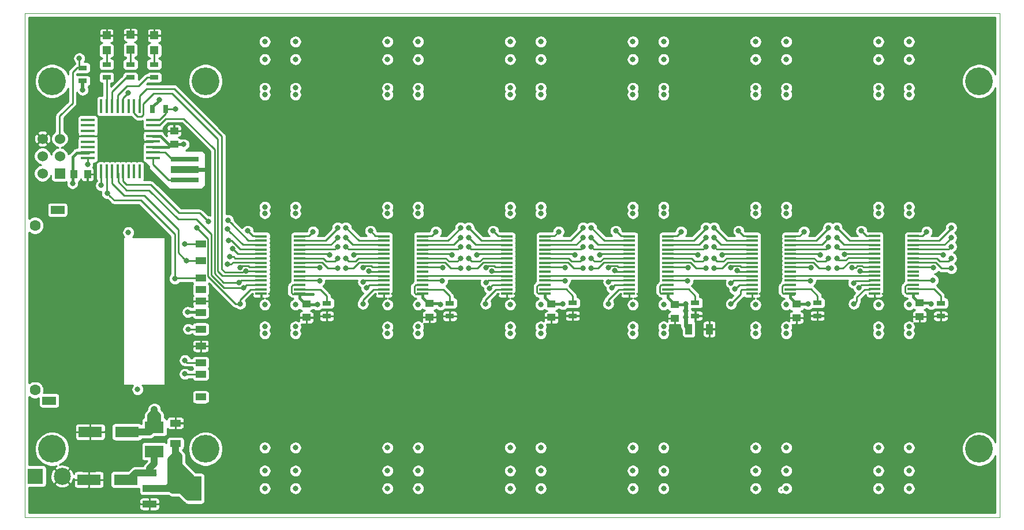
<source format=gbr>
G04 #@! TF.GenerationSoftware,KiCad,Pcbnew,(5.1.4)-1*
G04 #@! TF.CreationDate,2019-08-22T10:31:36+01:00*
G04 #@! TF.ProjectId,lpa96,6c706139-362e-46b6-9963-61645f706362,2.0*
G04 #@! TF.SameCoordinates,Original*
G04 #@! TF.FileFunction,Copper,L4,Bot*
G04 #@! TF.FilePolarity,Positive*
%FSLAX46Y46*%
G04 Gerber Fmt 4.6, Leading zero omitted, Abs format (unit mm)*
G04 Created by KiCad (PCBNEW (5.1.4)-1) date 2019-08-22 10:31:36*
%MOMM*%
%LPD*%
G04 APERTURE LIST*
%ADD10C,0.100000*%
%ADD11R,2.794000X1.778000*%
%ADD12R,1.000000X1.600000*%
%ADD13C,4.064000*%
%ADD14R,1.250000X1.000000*%
%ADD15R,1.000000X1.250000*%
%ADD16R,1.600000X1.000000*%
%ADD17R,1.300000X0.700000*%
%ADD18R,0.700000X1.300000*%
%ADD19R,1.200000X1.200000*%
%ADD20R,2.400000X6.170001*%
%ADD21R,1.665199X0.364800*%
%ADD22R,1.998980X0.449580*%
%ADD23R,0.449580X1.998980*%
%ADD24R,2.300000X2.300000*%
%ADD25C,2.500000*%
%ADD26R,1.524000X1.524000*%
%ADD27C,1.524000*%
%ADD28R,1.500000X1.000000*%
%ADD29R,2.000000X1.200000*%
%ADD30C,1.600000*%
%ADD31R,2.032000X3.657600*%
%ADD32R,2.032000X1.016000*%
%ADD33R,4.100000X0.700000*%
%ADD34R,4.100000X1.000000*%
%ADD35R,3.500000X1.600000*%
%ADD36C,0.800000*%
%ADD37C,0.254000*%
%ADD38C,0.250000*%
%ADD39C,0.600000*%
%ADD40C,1.000000*%
%ADD41C,0.400000*%
%ADD42C,0.500000*%
%ADD43C,1.500000*%
G04 APERTURE END LIST*
D10*
X67000000Y-168500000D02*
X67000000Y-94500000D01*
X210000000Y-168500000D02*
X67000000Y-168500000D01*
X210000000Y-94500000D02*
X210000000Y-168500000D01*
X67000000Y-94500000D02*
X210000000Y-94500000D01*
D11*
X86000000Y-155300000D03*
X86000000Y-158856000D03*
D12*
X164400000Y-140900000D03*
X167400000Y-140900000D03*
D13*
X207000000Y-158500000D03*
X207000000Y-104500000D03*
X71000000Y-158500000D03*
X93500000Y-158500000D03*
X93500000Y-104500000D03*
X71000000Y-104500000D03*
D14*
X88900000Y-111800000D03*
X88900000Y-113800000D03*
D15*
X76200000Y-118200000D03*
X74200000Y-118200000D03*
D16*
X89100000Y-157700000D03*
X89100000Y-154700000D03*
D14*
X108300000Y-137200000D03*
X108300000Y-139200000D03*
X126350000Y-137150000D03*
X126350000Y-139150000D03*
X162350000Y-137300000D03*
X162350000Y-139300000D03*
X198250000Y-137050000D03*
X198250000Y-139050000D03*
D17*
X75500000Y-102550000D03*
X75500000Y-104450000D03*
D18*
X87650000Y-108600000D03*
X85750000Y-108600000D03*
D17*
X111300000Y-139000000D03*
X111300000Y-137100000D03*
X129350000Y-139000000D03*
X129350000Y-137100000D03*
X147350000Y-138950000D03*
X147350000Y-137050000D03*
X165350000Y-138950000D03*
X165350000Y-137050000D03*
X183250000Y-138950000D03*
X183250000Y-137050000D03*
X201350000Y-139000000D03*
X201350000Y-137100000D03*
X82500000Y-103950000D03*
X82500000Y-102050000D03*
X86000000Y-103950000D03*
X86000000Y-102050000D03*
X79000000Y-103950000D03*
X79000000Y-102050000D03*
D19*
X82500000Y-99900000D03*
X82500000Y-97700000D03*
X86000000Y-100000000D03*
X86000000Y-97800000D03*
X79000000Y-100000000D03*
X79000000Y-97800000D03*
D14*
X144250000Y-137200000D03*
X144250000Y-139200000D03*
X180200000Y-137250000D03*
X180200000Y-139250000D03*
D20*
X104500000Y-131500000D03*
D21*
X107319400Y-135725074D03*
X107319400Y-135075063D03*
X107319400Y-134425051D03*
X107319400Y-133775040D03*
X107319400Y-133125028D03*
X107319400Y-132475017D03*
X107319400Y-131825006D03*
X107319400Y-131174994D03*
X107319400Y-130524983D03*
X107319400Y-129874972D03*
X107319400Y-129224960D03*
X107319400Y-128574949D03*
X107319400Y-127924937D03*
X107319400Y-127274926D03*
X101680600Y-127274926D03*
X101680600Y-127924937D03*
X101680600Y-128574949D03*
X101680600Y-129224960D03*
X101680600Y-129874972D03*
X101680600Y-130524983D03*
X101680600Y-131174994D03*
X101680600Y-131825006D03*
X101680600Y-132475017D03*
X101680600Y-133125028D03*
X101680600Y-133775040D03*
X101680600Y-134425051D03*
X101680600Y-135075063D03*
X101680600Y-135725074D03*
D20*
X122500000Y-131500000D03*
D21*
X125319400Y-135725074D03*
X125319400Y-135075063D03*
X125319400Y-134425051D03*
X125319400Y-133775040D03*
X125319400Y-133125028D03*
X125319400Y-132475017D03*
X125319400Y-131825006D03*
X125319400Y-131174994D03*
X125319400Y-130524983D03*
X125319400Y-129874972D03*
X125319400Y-129224960D03*
X125319400Y-128574949D03*
X125319400Y-127924937D03*
X125319400Y-127274926D03*
X119680600Y-127274926D03*
X119680600Y-127924937D03*
X119680600Y-128574949D03*
X119680600Y-129224960D03*
X119680600Y-129874972D03*
X119680600Y-130524983D03*
X119680600Y-131174994D03*
X119680600Y-131825006D03*
X119680600Y-132475017D03*
X119680600Y-133125028D03*
X119680600Y-133775040D03*
X119680600Y-134425051D03*
X119680600Y-135075063D03*
X119680600Y-135725074D03*
D20*
X140500000Y-131500000D03*
D21*
X143319400Y-135725074D03*
X143319400Y-135075063D03*
X143319400Y-134425051D03*
X143319400Y-133775040D03*
X143319400Y-133125028D03*
X143319400Y-132475017D03*
X143319400Y-131825006D03*
X143319400Y-131174994D03*
X143319400Y-130524983D03*
X143319400Y-129874972D03*
X143319400Y-129224960D03*
X143319400Y-128574949D03*
X143319400Y-127924937D03*
X143319400Y-127274926D03*
X137680600Y-127274926D03*
X137680600Y-127924937D03*
X137680600Y-128574949D03*
X137680600Y-129224960D03*
X137680600Y-129874972D03*
X137680600Y-130524983D03*
X137680600Y-131174994D03*
X137680600Y-131825006D03*
X137680600Y-132475017D03*
X137680600Y-133125028D03*
X137680600Y-133775040D03*
X137680600Y-134425051D03*
X137680600Y-135075063D03*
X137680600Y-135725074D03*
D20*
X158500000Y-131500000D03*
D21*
X161319400Y-135725074D03*
X161319400Y-135075063D03*
X161319400Y-134425051D03*
X161319400Y-133775040D03*
X161319400Y-133125028D03*
X161319400Y-132475017D03*
X161319400Y-131825006D03*
X161319400Y-131174994D03*
X161319400Y-130524983D03*
X161319400Y-129874972D03*
X161319400Y-129224960D03*
X161319400Y-128574949D03*
X161319400Y-127924937D03*
X161319400Y-127274926D03*
X155680600Y-127274926D03*
X155680600Y-127924937D03*
X155680600Y-128574949D03*
X155680600Y-129224960D03*
X155680600Y-129874972D03*
X155680600Y-130524983D03*
X155680600Y-131174994D03*
X155680600Y-131825006D03*
X155680600Y-132475017D03*
X155680600Y-133125028D03*
X155680600Y-133775040D03*
X155680600Y-134425051D03*
X155680600Y-135075063D03*
X155680600Y-135725074D03*
D20*
X176500000Y-131500000D03*
D21*
X179319400Y-135725074D03*
X179319400Y-135075063D03*
X179319400Y-134425051D03*
X179319400Y-133775040D03*
X179319400Y-133125028D03*
X179319400Y-132475017D03*
X179319400Y-131825006D03*
X179319400Y-131174994D03*
X179319400Y-130524983D03*
X179319400Y-129874972D03*
X179319400Y-129224960D03*
X179319400Y-128574949D03*
X179319400Y-127924937D03*
X179319400Y-127274926D03*
X173680600Y-127274926D03*
X173680600Y-127924937D03*
X173680600Y-128574949D03*
X173680600Y-129224960D03*
X173680600Y-129874972D03*
X173680600Y-130524983D03*
X173680600Y-131174994D03*
X173680600Y-131825006D03*
X173680600Y-132475017D03*
X173680600Y-133125028D03*
X173680600Y-133775040D03*
X173680600Y-134425051D03*
X173680600Y-135075063D03*
X173680600Y-135725074D03*
D20*
X194480600Y-131474994D03*
D21*
X197300000Y-135700068D03*
X197300000Y-135050057D03*
X197300000Y-134400045D03*
X197300000Y-133750034D03*
X197300000Y-133100022D03*
X197300000Y-132450011D03*
X197300000Y-131800000D03*
X197300000Y-131149988D03*
X197300000Y-130499977D03*
X197300000Y-129849966D03*
X197300000Y-129199954D03*
X197300000Y-128549943D03*
X197300000Y-127899931D03*
X197300000Y-127249920D03*
X191661200Y-127249920D03*
X191661200Y-127899931D03*
X191661200Y-128549943D03*
X191661200Y-129199954D03*
X191661200Y-129849966D03*
X191661200Y-130499977D03*
X191661200Y-131149988D03*
X191661200Y-131800000D03*
X191661200Y-132450011D03*
X191661200Y-133100022D03*
X191661200Y-133750034D03*
X191661200Y-134400045D03*
X191661200Y-135050057D03*
X191661200Y-135700068D03*
D22*
X85815840Y-115776220D03*
X85815840Y-114976120D03*
X85815840Y-114176020D03*
X85815840Y-113375920D03*
X85815840Y-112575820D03*
X85815840Y-111775720D03*
X85815840Y-110975620D03*
X85815840Y-110175520D03*
X76250200Y-110180600D03*
X76250200Y-115794000D03*
X76250200Y-114981200D03*
X76250200Y-114168400D03*
X76250200Y-113381000D03*
X76250200Y-112568200D03*
X76250200Y-111780800D03*
X76250200Y-110968000D03*
D23*
X83824480Y-108174000D03*
X83026920Y-108174000D03*
X82224280Y-108174000D03*
X81426720Y-108174000D03*
X80624080Y-108174000D03*
X79826520Y-108174000D03*
X79023880Y-108174000D03*
X78226320Y-108174000D03*
X83819400Y-117775200D03*
X83032000Y-117775200D03*
X82219200Y-117775200D03*
X81431800Y-117775200D03*
X80644400Y-117775200D03*
X79831600Y-117775200D03*
X79018800Y-117775200D03*
X78206000Y-117775200D03*
D24*
X68520000Y-162500000D03*
D25*
X72480000Y-162500000D03*
D26*
X72140000Y-118040000D03*
D27*
X69600000Y-118040000D03*
X72140000Y-115500000D03*
X69600000Y-115500000D03*
X72140000Y-112960000D03*
X69600000Y-112960000D03*
D28*
X92810000Y-130900000D03*
X92810000Y-133400000D03*
X92810000Y-136800000D03*
X92810000Y-138450000D03*
X92810000Y-140900000D03*
X92810000Y-143400000D03*
X92810000Y-145830000D03*
X92810000Y-147530000D03*
X92810000Y-128400000D03*
X92810000Y-150880000D03*
D29*
X70600000Y-151400000D03*
X71800000Y-123400000D03*
D28*
X92810000Y-135100000D03*
D30*
X68500000Y-125700000D03*
X68500000Y-149850000D03*
D31*
X91900000Y-164300000D03*
D32*
X85296000Y-164300000D03*
X85296000Y-162014000D03*
X85296000Y-166586000D03*
D33*
X90500000Y-119000000D03*
D34*
X90500000Y-117500000D03*
D33*
X90500000Y-116000000D03*
D35*
X82000000Y-156000000D03*
X76600000Y-156000000D03*
X81800000Y-163000000D03*
X76400000Y-163000000D03*
D36*
X90500000Y-145500000D03*
X78200024Y-119800000D03*
X89000000Y-133500000D03*
X79099988Y-121000002D03*
X82200000Y-106200000D03*
X75000012Y-101165715D03*
X76200000Y-116700000D03*
X91000002Y-140900000D03*
X90700000Y-130900014D03*
X76900000Y-98300000D03*
X85500000Y-153600000D03*
X86500000Y-153600000D03*
X86000000Y-152700000D03*
X106700000Y-137300000D03*
X102200000Y-161700000D03*
X106700000Y-161700000D03*
X196700000Y-137300000D03*
X178700000Y-137300000D03*
X160700000Y-137300000D03*
X142700000Y-137300000D03*
X124700000Y-137300000D03*
X192200000Y-161700000D03*
X174200000Y-161700000D03*
X156200000Y-161700000D03*
X138200000Y-161700000D03*
X120200000Y-161700000D03*
X192200000Y-123900000D03*
X142700000Y-101300000D03*
X124700000Y-101300000D03*
X192200000Y-98700000D03*
X160700000Y-101300000D03*
X178700000Y-101300000D03*
X174200000Y-98700000D03*
X156200000Y-98700000D03*
X138200000Y-98700000D03*
X120200000Y-98700000D03*
X196700000Y-98700000D03*
X178700000Y-98700000D03*
X160700000Y-98700000D03*
X142700000Y-98700000D03*
X124700000Y-98700000D03*
X102200000Y-164300000D03*
X102200000Y-137300000D03*
X106700000Y-164300000D03*
X196700000Y-164300000D03*
X178700000Y-164300000D03*
X160700000Y-164300000D03*
X142700000Y-164300000D03*
X124700000Y-164300000D03*
X192200000Y-101300000D03*
X174200000Y-101300000D03*
X156200000Y-101300000D03*
X138200000Y-101300000D03*
X120200000Y-101300000D03*
X196700000Y-101300000D03*
X196700000Y-123900000D03*
X192200000Y-164300000D03*
X174200000Y-164300000D03*
X156200000Y-164300000D03*
X138200000Y-164300000D03*
X120200000Y-164300000D03*
X196700000Y-161700000D03*
X178700000Y-161700000D03*
X160700000Y-161700000D03*
X142700000Y-161700000D03*
X124700000Y-161700000D03*
X192200000Y-137300000D03*
X174200000Y-137300000D03*
X156200000Y-137300000D03*
X138200000Y-137300000D03*
X120200000Y-137300000D03*
X102200000Y-101300000D03*
X106700000Y-101300000D03*
X102200000Y-98700000D03*
X106700000Y-98700000D03*
X196700000Y-122950000D03*
X192200000Y-122950000D03*
X196700000Y-106500000D03*
X178700000Y-106500000D03*
X160700000Y-106500000D03*
X142700000Y-106500000D03*
X124700000Y-106500000D03*
X102200000Y-106500000D03*
X192200000Y-106500000D03*
X174200000Y-106500000D03*
X156200000Y-106500000D03*
X138200000Y-106500000D03*
X120200000Y-106500000D03*
X106700000Y-106500000D03*
X196700000Y-141550000D03*
X192200000Y-141550000D03*
X106700000Y-158300000D03*
X120200000Y-158300000D03*
X138200000Y-158300000D03*
X156200000Y-158300000D03*
X174200000Y-158300000D03*
X192200000Y-158300000D03*
X102200000Y-158300000D03*
X124700000Y-158300000D03*
X142700000Y-158300000D03*
X160700000Y-158300000D03*
X178700000Y-158300000D03*
X196700000Y-158300000D03*
X174200000Y-123900000D03*
X156200000Y-123900000D03*
X138200000Y-123900000D03*
X120200000Y-123900000D03*
X102200000Y-123900000D03*
X178700000Y-123900000D03*
X160700000Y-123900000D03*
X142700000Y-123900000D03*
X124700000Y-123900000D03*
X106700000Y-123900000D03*
X178700000Y-122950000D03*
X160700000Y-122950000D03*
X142700000Y-122950000D03*
X124700000Y-122950000D03*
X106700000Y-122950000D03*
X174200000Y-122950000D03*
X156200000Y-122950000D03*
X138200000Y-122950000D03*
X120200000Y-122950000D03*
X102200000Y-122950000D03*
X196700000Y-140550000D03*
X192200000Y-140550000D03*
X178700000Y-141550000D03*
X160700000Y-141550000D03*
X142700000Y-141550000D03*
X124700000Y-141550000D03*
X106700000Y-141550000D03*
X174200000Y-141550000D03*
X156200000Y-141550000D03*
X138200000Y-141550000D03*
X120200000Y-141550000D03*
X102200000Y-141550000D03*
X174200000Y-140550000D03*
X156200000Y-140550000D03*
X138200000Y-140550000D03*
X120200000Y-140550000D03*
X102200000Y-140550000D03*
X178700000Y-140550000D03*
X160700000Y-140550000D03*
X142700000Y-140550000D03*
X124700000Y-140550000D03*
X106700000Y-140550000D03*
X196700000Y-105500000D03*
X178700000Y-105500000D03*
X160700000Y-105500000D03*
X142700000Y-105500000D03*
X124700000Y-105500000D03*
X102200000Y-105500000D03*
X192200000Y-105500000D03*
X174200000Y-105500000D03*
X156200000Y-105500000D03*
X138200000Y-105500000D03*
X120200000Y-105500000D03*
X106700000Y-105500000D03*
X188552650Y-134135329D03*
X170599604Y-134134189D03*
X152638187Y-133962333D03*
X134654669Y-134058321D03*
X116638187Y-133975010D03*
X98425839Y-134074161D03*
X188600000Y-137199992D03*
X170600000Y-137199992D03*
X152600000Y-137199992D03*
X134600000Y-137199992D03*
X116600000Y-137199992D03*
X98600000Y-137199992D03*
X92245002Y-126000000D03*
X89100000Y-108600000D03*
X117500059Y-132374990D03*
X135500059Y-132375190D03*
X153500059Y-132325010D03*
X171500059Y-132325010D03*
X189500059Y-132375190D03*
X99450444Y-132375478D03*
X200235200Y-133735200D03*
X110235200Y-133825010D03*
X128235200Y-133825210D03*
X146235200Y-133825010D03*
X164235200Y-133825010D03*
X182235200Y-133825210D03*
X93900000Y-125100000D03*
X189315451Y-134828951D03*
X171150115Y-135049609D03*
X153103710Y-134847382D03*
X135148812Y-134927715D03*
X117108984Y-134857265D03*
X99096105Y-134816297D03*
X90500000Y-128400000D03*
X90500000Y-147500000D03*
X98600025Y-131849350D03*
X96700006Y-131400000D03*
X97099998Y-130300000D03*
X97487346Y-129112666D03*
X96900000Y-127900000D03*
X96699992Y-126200000D03*
X96799996Y-124900000D03*
X99700000Y-126500000D03*
X109300000Y-126600000D03*
X112900000Y-126000000D03*
X112900000Y-127500000D03*
X112900000Y-128799964D03*
X111700000Y-130000000D03*
X112900000Y-130500000D03*
X112900000Y-132000000D03*
X110300000Y-131919410D03*
X116631059Y-131880153D03*
X114100000Y-132000000D03*
X114100000Y-130500000D03*
X115300000Y-130000000D03*
X114100000Y-128800000D03*
X114100000Y-127500000D03*
X114100000Y-126000000D03*
X117700000Y-126500000D03*
X127300000Y-126600000D03*
X130900000Y-126000000D03*
X130900000Y-127500000D03*
X130900000Y-128799964D03*
X129700000Y-130000000D03*
X130900000Y-130500000D03*
X130900000Y-132000000D03*
X128300000Y-131919410D03*
X134631153Y-131880189D03*
X132100000Y-130500000D03*
X133300000Y-130000000D03*
X132100000Y-128800000D03*
X132100000Y-127500000D03*
X132100000Y-126000000D03*
X135700000Y-126500000D03*
X145300000Y-126600000D03*
X148900000Y-126000000D03*
X148900000Y-127500000D03*
X148900000Y-128799964D03*
X147700000Y-130000000D03*
X148900000Y-130500000D03*
X148900000Y-132000000D03*
X146300000Y-131919410D03*
X152586235Y-131869410D03*
X150100000Y-132000000D03*
X150100000Y-130500000D03*
X151300000Y-130000000D03*
X150100000Y-128800000D03*
X150100000Y-127500000D03*
X150100000Y-126000000D03*
X153700000Y-126500000D03*
X163300000Y-126600000D03*
X166900000Y-126000000D03*
X166900000Y-127500000D03*
X166900000Y-128799964D03*
X165700000Y-130000000D03*
X166900000Y-130500000D03*
X166900000Y-132000000D03*
X164300000Y-131919410D03*
X170586235Y-131869410D03*
X168100000Y-132000000D03*
X168100000Y-130500000D03*
X169300000Y-130000000D03*
X168100000Y-128800000D03*
X168100000Y-127500000D03*
X168100000Y-126000000D03*
X171700000Y-126500000D03*
X181300000Y-126600000D03*
X184900000Y-126000000D03*
X184900000Y-127500000D03*
X184900000Y-128799964D03*
X183700000Y-130000000D03*
X184900000Y-130500000D03*
X184900000Y-132000000D03*
X182300000Y-131919410D03*
X188330288Y-131861590D03*
X186100000Y-132000000D03*
X186100000Y-130500000D03*
X187247338Y-129959137D03*
X186100000Y-128800000D03*
X186100000Y-127500000D03*
X186100000Y-126000000D03*
X189700000Y-126500000D03*
X199300000Y-126600000D03*
X202900000Y-126000000D03*
X202900000Y-127500000D03*
X202900000Y-128799964D03*
X201700000Y-130000000D03*
X202900000Y-130500000D03*
X202900000Y-132000000D03*
X200300000Y-131919410D03*
X132100000Y-132000000D03*
X88400000Y-162500000D03*
X89600000Y-162500000D03*
X88400000Y-161300000D03*
X89600000Y-161300000D03*
X89600000Y-160100000D03*
X199950000Y-137250000D03*
X181900000Y-137250000D03*
X163950000Y-137250000D03*
X145950000Y-137250000D03*
X127950000Y-137300000D03*
X109900000Y-137300000D03*
X75500000Y-105800000D03*
X74000000Y-119500000D03*
X90300000Y-113800000D03*
X163950000Y-138200000D03*
X163950000Y-139200000D03*
X82200000Y-126700000D03*
X83550000Y-149750000D03*
X90900000Y-138400000D03*
X88400000Y-160100000D03*
X86700000Y-107200000D03*
D37*
X82500000Y-103952500D02*
X81947500Y-103952500D01*
X79826520Y-106073480D02*
X79826520Y-108174000D01*
X81947500Y-103952500D02*
X79826520Y-106073480D01*
X86000000Y-103952500D02*
X84947500Y-103952500D01*
X80624080Y-106575920D02*
X80624080Y-108174000D01*
X82000000Y-105200000D02*
X80624080Y-106575920D01*
X83700000Y-105200000D02*
X82000000Y-105200000D01*
X84947500Y-103952500D02*
X83700000Y-105200000D01*
X92810000Y-145830000D02*
X90830000Y-145830000D01*
X90830000Y-145830000D02*
X90500000Y-145500000D01*
X78206000Y-117775200D02*
X78206000Y-119794024D01*
X78206000Y-119794024D02*
X78200024Y-119800000D01*
X72047500Y-118000000D02*
X71900000Y-118000000D01*
X72047500Y-118000000D02*
X71690000Y-118000000D01*
X92810000Y-133400000D02*
X89100000Y-133400000D01*
X89100000Y-133400000D02*
X89000000Y-133500000D01*
D38*
X89000000Y-133500000D02*
X89000000Y-127000000D01*
X89000000Y-127000000D02*
X84000000Y-122000000D01*
X84000000Y-122000000D02*
X80099986Y-122000000D01*
X79499987Y-121400001D02*
X79099988Y-121000002D01*
X80099986Y-122000000D02*
X79499987Y-121400001D01*
D37*
X79018800Y-120918814D02*
X79099988Y-121000002D01*
X79018800Y-117775200D02*
X79018800Y-120918814D01*
X79000000Y-103952500D02*
X79000000Y-108150120D01*
X79000000Y-108150120D02*
X79023880Y-108174000D01*
X81426720Y-106973280D02*
X82200000Y-106200000D01*
X81426720Y-108174000D02*
X81426720Y-106973280D01*
X72270000Y-109460000D02*
X74000000Y-107730000D01*
D38*
X74000000Y-103200000D02*
X74700000Y-102500000D01*
D37*
X74000000Y-107730000D02*
X74000000Y-103200000D01*
D38*
X74700000Y-102500000D02*
X75400000Y-102500000D01*
X75400000Y-102500000D02*
X75500000Y-102500000D01*
X75000012Y-101731400D02*
X75000000Y-101731412D01*
X75000012Y-101165715D02*
X75000012Y-101731400D01*
X75000000Y-101731412D02*
X75000000Y-102400000D01*
X75000000Y-102400000D02*
X75000000Y-102500000D01*
X72270000Y-109460000D02*
X72100000Y-109630000D01*
X72100000Y-109630000D02*
X72100000Y-113000000D01*
D37*
X76244200Y-115800000D02*
X76250200Y-115794000D01*
X76200000Y-115800000D02*
X76244200Y-115800000D01*
X92810000Y-140900000D02*
X91000002Y-140900000D01*
D38*
X76200000Y-116700000D02*
X76200000Y-116134315D01*
X76200000Y-116134315D02*
X76200000Y-115800000D01*
D37*
X92810000Y-130900000D02*
X90700014Y-130900000D01*
X90700014Y-130900000D02*
X90700000Y-130900014D01*
X90300001Y-130500015D02*
X90700000Y-130900014D01*
X79831600Y-119531600D02*
X81600000Y-121300000D01*
X79831600Y-117775200D02*
X79831600Y-119531600D01*
X81600000Y-121300000D02*
X84500000Y-121300000D01*
X84500000Y-121300000D02*
X89500000Y-126300000D01*
X89500000Y-126300000D02*
X89500000Y-129700014D01*
X89500000Y-129700014D02*
X90300001Y-130500015D01*
D39*
X90500000Y-117500000D02*
X93800000Y-117500000D01*
D37*
X177952500Y-164499500D02*
X177952000Y-164500000D01*
X177952500Y-164499500D02*
X177952500Y-164500000D01*
D40*
X83730000Y-155976000D02*
X83706000Y-156000000D01*
X83706000Y-156000000D02*
X82000000Y-156000000D01*
X86000000Y-153100000D02*
X86500000Y-153600000D01*
X86000000Y-153100000D02*
X85500000Y-153600000D01*
X86000000Y-152700000D02*
X86000000Y-153100000D01*
X85500000Y-153600000D02*
X85500000Y-154800000D01*
X86500000Y-153600000D02*
X86500000Y-154900000D01*
X85324000Y-155976000D02*
X83730000Y-155976000D01*
X86000000Y-155300000D02*
X85324000Y-155976000D01*
D37*
X86000000Y-162016000D02*
X86198000Y-162214000D01*
D40*
X86000000Y-160659000D02*
X85300000Y-161359000D01*
X85300000Y-161359000D02*
X85300000Y-162000000D01*
X83280000Y-162014000D02*
X82294000Y-163000000D01*
X85296000Y-162014000D02*
X83280000Y-162014000D01*
X82294000Y-163000000D02*
X81800000Y-163000000D01*
X86000000Y-160659000D02*
X86000000Y-159000000D01*
X86000000Y-159000000D02*
X86100000Y-159000000D01*
D37*
X90500000Y-119000000D02*
X88100000Y-119000000D01*
X85815840Y-116715840D02*
X85815840Y-115776220D01*
X88100000Y-119000000D02*
X85815840Y-116715840D01*
X90500000Y-116000000D02*
X88600000Y-116000000D01*
X87576120Y-114976120D02*
X85815840Y-114976120D01*
X88600000Y-116000000D02*
X87576120Y-114976120D01*
D38*
X188887979Y-133800000D02*
X188552650Y-134135329D01*
X190885200Y-133800000D02*
X188887979Y-133800000D01*
X190944000Y-133735200D02*
X190950000Y-133735200D01*
X190950000Y-133735200D02*
X190885200Y-133800000D01*
X170998593Y-133735200D02*
X170599604Y-134134189D01*
X172944000Y-133735200D02*
X170998593Y-133735200D01*
X100944000Y-133735200D02*
X98735200Y-133735200D01*
X152865320Y-133735200D02*
X152638187Y-133962333D01*
X154944000Y-133735200D02*
X152865320Y-133735200D01*
X134977790Y-133735200D02*
X134654669Y-134058321D01*
X136944000Y-133735200D02*
X134977790Y-133735200D01*
X116877997Y-133735200D02*
X116638187Y-133975010D01*
X118944000Y-133735200D02*
X116877997Y-133735200D01*
X98735200Y-133764800D02*
X98425839Y-134074161D01*
X85850002Y-111000000D02*
X85825001Y-110974999D01*
X86700000Y-111000000D02*
X85850002Y-111000000D01*
X96174161Y-134074161D02*
X94849990Y-132749990D01*
X98425839Y-134074161D02*
X96174161Y-134074161D01*
X94849990Y-132749990D02*
X94849990Y-114549990D01*
X94849990Y-114549990D02*
X90300000Y-110000000D01*
X90300000Y-110000000D02*
X87700000Y-110000000D01*
X87700000Y-110000000D02*
X86700000Y-111000000D01*
D37*
X87652500Y-108600000D02*
X87652500Y-109247500D01*
X86724480Y-110175520D02*
X85815840Y-110175520D01*
X87652500Y-109247500D02*
X86724480Y-110175520D01*
D38*
X152600000Y-136581802D02*
X152600000Y-137199992D01*
X154125802Y-135056000D02*
X152600000Y-136581802D01*
X154944000Y-135056000D02*
X154125802Y-135056000D01*
X134600000Y-136581802D02*
X134600000Y-137199992D01*
X136125802Y-135056000D02*
X134600000Y-136581802D01*
X136944000Y-135056000D02*
X136125802Y-135056000D01*
X116600000Y-136581802D02*
X116600000Y-137199992D01*
X118125802Y-135056000D02*
X116600000Y-136581802D01*
X118944000Y-135056000D02*
X118125802Y-135056000D01*
X189049999Y-136222364D02*
X189049999Y-136749993D01*
X189049999Y-136749993D02*
X188600000Y-137199992D01*
X190216363Y-135056000D02*
X189049999Y-136222364D01*
X190944000Y-135056000D02*
X190216363Y-135056000D01*
X172155798Y-135056000D02*
X171983999Y-135227799D01*
X172944000Y-135056000D02*
X172155798Y-135056000D01*
X171983999Y-135815993D02*
X170999999Y-136799993D01*
X170999999Y-136799993D02*
X170600000Y-137199992D01*
X171983999Y-135227799D02*
X171983999Y-135815993D01*
X98600000Y-136581802D02*
X98600000Y-137199992D01*
X100944000Y-135056000D02*
X100125802Y-135056000D01*
X100125802Y-135056000D02*
X98600000Y-136581802D01*
X93885001Y-127639999D02*
X92245002Y-126000000D01*
X93885001Y-133185001D02*
X93885001Y-127639999D01*
X98600000Y-137199992D02*
X97899992Y-137199992D01*
X97899992Y-137199992D02*
X93885001Y-133185001D01*
X87700000Y-108600000D02*
X88300000Y-108600000D01*
X89100000Y-108600000D02*
X88300000Y-108600000D01*
X117564869Y-132439800D02*
X117500059Y-132374990D01*
X118944000Y-132439800D02*
X117564869Y-132439800D01*
X135564669Y-132439800D02*
X135500059Y-132375190D01*
X136944000Y-132439800D02*
X135564669Y-132439800D01*
X154944000Y-132439800D02*
X153614849Y-132439800D01*
X153614849Y-132439800D02*
X153500059Y-132325010D01*
X172944000Y-132439800D02*
X171614849Y-132439800D01*
X171614849Y-132439800D02*
X171500059Y-132325010D01*
X189564669Y-132439800D02*
X189500059Y-132375190D01*
X190944000Y-132439800D02*
X189564669Y-132439800D01*
X100016129Y-132375478D02*
X99450444Y-132375478D01*
X100879678Y-132375478D02*
X100016129Y-132375478D01*
X100944000Y-132439800D02*
X100879678Y-132375478D01*
X83824480Y-106675520D02*
X83824480Y-108174000D01*
X84900000Y-105600000D02*
X83824480Y-106675520D01*
X88900000Y-105600000D02*
X84900000Y-105600000D01*
X99146899Y-132375478D02*
X98948026Y-132574351D01*
X99450444Y-132375478D02*
X99146899Y-132375478D01*
X98948026Y-132574351D02*
X96374351Y-132574351D01*
X96374351Y-132574351D02*
X95900000Y-132100000D01*
X95900000Y-132100000D02*
X95900000Y-112600000D01*
X95900000Y-112600000D02*
X88900000Y-105600000D01*
X83000000Y-109158802D02*
X83000000Y-108000000D01*
X84107762Y-109700000D02*
X83541198Y-109700000D01*
X84374271Y-109433491D02*
X84107762Y-109700000D01*
X84374271Y-107825729D02*
X84374271Y-109433491D01*
X83541198Y-109700000D02*
X83000000Y-109158802D01*
X100943721Y-133100479D02*
X96000479Y-133100479D01*
X100944000Y-133100200D02*
X100943721Y-133100479D01*
X96000479Y-133100479D02*
X95300000Y-132400000D01*
X85900000Y-106300000D02*
X84374271Y-107825729D01*
X95300000Y-132400000D02*
X95300000Y-113000000D01*
X95300000Y-113000000D02*
X88600000Y-106300000D01*
X88600000Y-106300000D02*
X85900000Y-106300000D01*
X198056000Y-133735200D02*
X199764800Y-133735200D01*
X199764800Y-133735200D02*
X200235200Y-133735200D01*
X110145390Y-133735200D02*
X110235200Y-133825010D01*
X108056000Y-133735200D02*
X110145390Y-133735200D01*
X128145190Y-133735200D02*
X128235200Y-133825210D01*
X126056000Y-133735200D02*
X128145190Y-133735200D01*
X146145390Y-133735200D02*
X146235200Y-133825010D01*
X144056000Y-133735200D02*
X146145390Y-133735200D01*
X164145390Y-133735200D02*
X164235200Y-133825010D01*
X162056000Y-133735200D02*
X164145390Y-133735200D01*
X180056000Y-133735200D02*
X182145190Y-133735200D01*
X182145190Y-133735200D02*
X182235200Y-133825210D01*
X93500001Y-124700001D02*
X93900000Y-125100000D01*
X81400000Y-119200000D02*
X81900000Y-119700000D01*
X81400000Y-117900000D02*
X81400000Y-119200000D01*
X81900000Y-119700000D02*
X85500000Y-119700000D01*
X85500000Y-119700000D02*
X89650000Y-123850000D01*
X89650000Y-123850000D02*
X92650000Y-123850000D01*
X92650000Y-123850000D02*
X93500001Y-124700001D01*
X189715450Y-134428952D02*
X189315451Y-134828951D01*
X189748802Y-134395600D02*
X189715450Y-134428952D01*
X190944000Y-134395600D02*
X189748802Y-134395600D01*
X171804124Y-134395600D02*
X171550114Y-134649610D01*
X171550114Y-134649610D02*
X171150115Y-135049609D01*
X172944000Y-134395600D02*
X171804124Y-134395600D01*
X153503709Y-134447383D02*
X153103710Y-134847382D01*
X153555492Y-134395600D02*
X153503709Y-134447383D01*
X154944000Y-134395600D02*
X153555492Y-134395600D01*
X135548811Y-134527716D02*
X135148812Y-134927715D01*
X136944000Y-134395600D02*
X135680927Y-134395600D01*
X135680927Y-134395600D02*
X135548811Y-134527716D01*
X117570649Y-134395600D02*
X117108984Y-134857265D01*
X118944000Y-134395600D02*
X117570649Y-134395600D01*
X99496104Y-134416298D02*
X99096105Y-134816297D01*
X100944000Y-134395600D02*
X99516802Y-134395600D01*
X99516802Y-134395600D02*
X99496104Y-134416298D01*
X96216297Y-134816297D02*
X99096105Y-134816297D01*
X94399980Y-132999980D02*
X96216297Y-134816297D01*
X94399980Y-126999980D02*
X94399980Y-132999980D01*
X80700000Y-119300000D02*
X81900000Y-120500000D01*
X80700000Y-118000000D02*
X80700000Y-119300000D01*
X81900000Y-120500000D02*
X85200000Y-120500000D01*
X85200000Y-120500000D02*
X89500000Y-124800000D01*
X89500000Y-124800000D02*
X92200000Y-124800000D01*
X92200000Y-124800000D02*
X94399980Y-126999980D01*
X110350057Y-135100057D02*
X111300000Y-136050000D01*
X107250000Y-135100057D02*
X110350057Y-135100057D01*
X111300000Y-136050000D02*
X111300000Y-137100000D01*
X128400057Y-135100057D02*
X129350000Y-136050000D01*
X125300000Y-135100057D02*
X128400057Y-135100057D01*
X129350000Y-136050000D02*
X129350000Y-137100000D01*
X146400057Y-135050057D02*
X147350000Y-136000000D01*
X143300000Y-135050057D02*
X146400057Y-135050057D01*
X147350000Y-136000000D02*
X147350000Y-137050000D01*
X164400057Y-135050057D02*
X165350000Y-136000000D01*
X161300000Y-135050057D02*
X164400057Y-135050057D01*
X165350000Y-136000000D02*
X165350000Y-137050000D01*
X182350057Y-135050057D02*
X183300000Y-136000000D01*
X179250000Y-135050057D02*
X182350057Y-135050057D01*
X183300000Y-136000000D02*
X183300000Y-137050000D01*
X197300000Y-135050057D02*
X200400057Y-135050057D01*
X200400057Y-135050057D02*
X201350000Y-136000000D01*
X201350000Y-136000000D02*
X201350000Y-137050000D01*
D37*
X92810000Y-128400000D02*
X90500000Y-128400000D01*
X92810000Y-147530000D02*
X90530000Y-147530000D01*
X90530000Y-147530000D02*
X90500000Y-147500000D01*
D38*
X99927192Y-131779400D02*
X99797980Y-131650188D01*
X99797980Y-131650188D02*
X98799187Y-131650188D01*
X98799187Y-131650188D02*
X98600025Y-131849350D01*
X100944000Y-131779400D02*
X99927192Y-131779400D01*
X100944000Y-131144400D02*
X100899601Y-131100001D01*
X100899601Y-131100001D02*
X97565690Y-131100001D01*
X97565690Y-131100001D02*
X97265691Y-131400000D01*
X97265691Y-131400000D02*
X96700006Y-131400000D01*
X97665683Y-130300000D02*
X97099998Y-130300000D01*
X100944000Y-130484000D02*
X97849683Y-130484000D01*
X97849683Y-130484000D02*
X97665683Y-130300000D01*
X97887345Y-129512665D02*
X97487346Y-129112666D01*
X100944000Y-129849000D02*
X98223680Y-129849000D01*
X98223680Y-129849000D02*
X97887345Y-129512665D01*
X97300000Y-127900000D02*
X96900000Y-127900000D01*
X100944000Y-129188600D02*
X98588600Y-129188600D01*
X98588600Y-129188600D02*
X97300000Y-127900000D01*
X97099991Y-126599999D02*
X96699992Y-126200000D01*
X99028192Y-128528200D02*
X97099991Y-126599999D01*
X100944000Y-128528200D02*
X99028192Y-128528200D01*
X99793196Y-127893200D02*
X97199995Y-125299999D01*
X97199995Y-125299999D02*
X96799996Y-124900000D01*
X100944000Y-127893200D02*
X99793196Y-127893200D01*
X100944000Y-127232800D02*
X100432800Y-127232800D01*
X100432800Y-127232800D02*
X99700000Y-126500000D01*
X108667200Y-127232800D02*
X109300000Y-126600000D01*
X108056000Y-127232800D02*
X108667200Y-127232800D01*
X112900000Y-126100000D02*
X112900000Y-126000000D01*
X108056000Y-127893200D02*
X111106800Y-127893200D01*
X111106800Y-127893200D02*
X112900000Y-126100000D01*
X108056000Y-128502800D02*
X111897200Y-128502800D01*
X111897200Y-128502800D02*
X112450001Y-127949999D01*
X112450001Y-127949999D02*
X112900000Y-127500000D01*
X108056000Y-129188600D02*
X112511364Y-129188600D01*
X112511364Y-129188600D02*
X112900000Y-128799964D01*
X108056000Y-129849000D02*
X111549000Y-129849000D01*
X111549000Y-129849000D02*
X111700000Y-130000000D01*
X108056000Y-130484000D02*
X110767414Y-130484000D01*
X112450001Y-130949999D02*
X112900000Y-130500000D01*
X110767414Y-130484000D02*
X111233413Y-130949999D01*
X111233413Y-130949999D02*
X112450001Y-130949999D01*
X111500000Y-132000000D02*
X112263604Y-132000000D01*
X108056000Y-131144400D02*
X110644400Y-131144400D01*
X112263604Y-132000000D02*
X112900000Y-132000000D01*
X110644400Y-131144400D02*
X111500000Y-132000000D01*
X110159990Y-131779400D02*
X110300000Y-131919410D01*
X108056000Y-131779400D02*
X110159990Y-131779400D01*
X118944000Y-131779400D02*
X117977473Y-131779400D01*
X117977473Y-131779400D02*
X117848061Y-131649988D01*
X116861224Y-131649988D02*
X116631059Y-131880153D01*
X117848061Y-131649988D02*
X116861224Y-131649988D01*
X114736396Y-132000000D02*
X114100000Y-132000000D01*
X115200000Y-132000000D02*
X114736396Y-132000000D01*
X118944000Y-131144400D02*
X116055600Y-131144400D01*
X116055600Y-131144400D02*
X115200000Y-132000000D01*
X114549999Y-130949999D02*
X114100000Y-130500000D01*
X115508294Y-130949999D02*
X114549999Y-130949999D01*
X118944000Y-130484000D02*
X115974293Y-130484000D01*
X115974293Y-130484000D02*
X115508294Y-130949999D01*
X115451000Y-129849000D02*
X115300000Y-130000000D01*
X118944000Y-129849000D02*
X115451000Y-129849000D01*
X114488600Y-129188600D02*
X114100000Y-128800000D01*
X118944000Y-129188600D02*
X114488600Y-129188600D01*
X115128200Y-128528200D02*
X114100000Y-127500000D01*
X118944000Y-128528200D02*
X115128200Y-128528200D01*
X115993200Y-127893200D02*
X114100000Y-126000000D01*
X118944000Y-127893200D02*
X115993200Y-127893200D01*
X118944000Y-127232800D02*
X118432800Y-127232800D01*
X118432800Y-127232800D02*
X117700000Y-126500000D01*
X126667200Y-127232800D02*
X127300000Y-126600000D01*
X126056000Y-127232800D02*
X126667200Y-127232800D01*
X129106800Y-127893200D02*
X130900000Y-126100000D01*
X126056000Y-127893200D02*
X129106800Y-127893200D01*
X130900000Y-126100000D02*
X130900000Y-126000000D01*
X129897200Y-128502800D02*
X130450001Y-127949999D01*
X126056000Y-128502800D02*
X129897200Y-128502800D01*
X130450001Y-127949999D02*
X130900000Y-127500000D01*
X126056000Y-129188600D02*
X130511364Y-129188600D01*
X130511364Y-129188600D02*
X130900000Y-128799964D01*
X126056000Y-129849000D02*
X129549000Y-129849000D01*
X129549000Y-129849000D02*
X129700000Y-130000000D01*
X126056000Y-130484000D02*
X128767414Y-130484000D01*
X130450001Y-130949999D02*
X130900000Y-130500000D01*
X128767414Y-130484000D02*
X129233413Y-130949999D01*
X129233413Y-130949999D02*
X130450001Y-130949999D01*
X129500000Y-132000000D02*
X130263604Y-132000000D01*
X126056000Y-131144400D02*
X128644400Y-131144400D01*
X130263604Y-132000000D02*
X130900000Y-132000000D01*
X128644400Y-131144400D02*
X129500000Y-132000000D01*
X128159990Y-131779400D02*
X128300000Y-131919410D01*
X126056000Y-131779400D02*
X128159990Y-131779400D01*
X136944000Y-131779400D02*
X135977273Y-131779400D01*
X135977273Y-131779400D02*
X135848061Y-131650188D01*
X134861154Y-131650188D02*
X134631153Y-131880189D01*
X135848061Y-131650188D02*
X134861154Y-131650188D01*
X134232586Y-130484000D02*
X133766587Y-130949999D01*
X136944000Y-130484000D02*
X134232586Y-130484000D01*
X133766587Y-130949999D02*
X132549999Y-130949999D01*
X132549999Y-130949999D02*
X132100000Y-130500000D01*
X133451000Y-129849000D02*
X133300000Y-130000000D01*
X136944000Y-129849000D02*
X133451000Y-129849000D01*
X136944000Y-129188600D02*
X132488600Y-129188600D01*
X132488600Y-129188600D02*
X132100000Y-128800000D01*
X133128200Y-128528200D02*
X132100000Y-127500000D01*
X136944000Y-128528200D02*
X133128200Y-128528200D01*
X136944000Y-127893200D02*
X133993200Y-127893200D01*
X133993200Y-127893200D02*
X132100000Y-126000000D01*
X136944000Y-127232800D02*
X136432800Y-127232800D01*
X136432800Y-127232800D02*
X135700000Y-126500000D01*
X144667200Y-127232800D02*
X145300000Y-126600000D01*
X144056000Y-127232800D02*
X144667200Y-127232800D01*
X147106800Y-127893200D02*
X148900000Y-126100000D01*
X144056000Y-127893200D02*
X147106800Y-127893200D01*
X148900000Y-126100000D02*
X148900000Y-126000000D01*
X147897200Y-128502800D02*
X148450001Y-127949999D01*
X144056000Y-128502800D02*
X147897200Y-128502800D01*
X148450001Y-127949999D02*
X148900000Y-127500000D01*
X144056000Y-129188600D02*
X148511364Y-129188600D01*
X148511364Y-129188600D02*
X148900000Y-128799964D01*
X144056000Y-129849000D02*
X147549000Y-129849000D01*
X147549000Y-129849000D02*
X147700000Y-130000000D01*
X144056000Y-130484000D02*
X146767414Y-130484000D01*
X148450001Y-130949999D02*
X148900000Y-130500000D01*
X146767414Y-130484000D02*
X147233413Y-130949999D01*
X147233413Y-130949999D02*
X148450001Y-130949999D01*
X147500000Y-132000000D02*
X148263604Y-132000000D01*
X144056000Y-131144400D02*
X146644400Y-131144400D01*
X148263604Y-132000000D02*
X148900000Y-132000000D01*
X146644400Y-131144400D02*
X147500000Y-132000000D01*
X146159990Y-131779400D02*
X146300000Y-131919410D01*
X144056000Y-131779400D02*
X146159990Y-131779400D01*
X152855645Y-131600000D02*
X152586235Y-131869410D01*
X153879600Y-131600000D02*
X152855645Y-131600000D01*
X154944000Y-131779400D02*
X154059000Y-131779400D01*
X154059000Y-131779400D02*
X153879600Y-131600000D01*
X150665685Y-132000000D02*
X150100000Y-132000000D01*
X151100000Y-132000000D02*
X150665685Y-132000000D01*
X154944000Y-131144400D02*
X151955600Y-131144400D01*
X151955600Y-131144400D02*
X151100000Y-132000000D01*
X150549999Y-130949999D02*
X150100000Y-130500000D01*
X151450001Y-130949999D02*
X150549999Y-130949999D01*
X154944000Y-130484000D02*
X151916000Y-130484000D01*
X151916000Y-130484000D02*
X151450001Y-130949999D01*
X151451000Y-129849000D02*
X151300000Y-130000000D01*
X154944000Y-129849000D02*
X151451000Y-129849000D01*
X154944000Y-129188600D02*
X150488600Y-129188600D01*
X150488600Y-129188600D02*
X150100000Y-128800000D01*
X151128200Y-128528200D02*
X150100000Y-127500000D01*
X154944000Y-128528200D02*
X151128200Y-128528200D01*
X154944000Y-127893200D02*
X151993200Y-127893200D01*
X151993200Y-127893200D02*
X150100000Y-126000000D01*
X154944000Y-127232800D02*
X154432800Y-127232800D01*
X154432800Y-127232800D02*
X153700000Y-126500000D01*
X162667200Y-127232800D02*
X163300000Y-126600000D01*
X162056000Y-127232800D02*
X162667200Y-127232800D01*
X165106800Y-127893200D02*
X166900000Y-126100000D01*
X162056000Y-127893200D02*
X165106800Y-127893200D01*
X166900000Y-126100000D02*
X166900000Y-126000000D01*
X165897200Y-128502800D02*
X166450001Y-127949999D01*
X162056000Y-128502800D02*
X165897200Y-128502800D01*
X166450001Y-127949999D02*
X166900000Y-127500000D01*
X162056000Y-129188600D02*
X166511364Y-129188600D01*
X166511364Y-129188600D02*
X166900000Y-128799964D01*
X162056000Y-129849000D02*
X165549000Y-129849000D01*
X165549000Y-129849000D02*
X165700000Y-130000000D01*
X162056000Y-130484000D02*
X164767414Y-130484000D01*
X166450001Y-130949999D02*
X166900000Y-130500000D01*
X164767414Y-130484000D02*
X165233413Y-130949999D01*
X165233413Y-130949999D02*
X166450001Y-130949999D01*
X165500000Y-132000000D02*
X166263604Y-132000000D01*
X162056000Y-131144400D02*
X164644400Y-131144400D01*
X166263604Y-132000000D02*
X166900000Y-132000000D01*
X164644400Y-131144400D02*
X165500000Y-132000000D01*
X164159990Y-131779400D02*
X164300000Y-131919410D01*
X162056000Y-131779400D02*
X164159990Y-131779400D01*
X170855645Y-131600000D02*
X170586235Y-131869410D01*
X171879600Y-131600000D02*
X170855645Y-131600000D01*
X172059000Y-131779400D02*
X171879600Y-131600000D01*
X172944000Y-131779400D02*
X172059000Y-131779400D01*
X168665685Y-132000000D02*
X168100000Y-132000000D01*
X169250000Y-132000000D02*
X168665685Y-132000000D01*
X172944000Y-131144400D02*
X170105600Y-131144400D01*
X170105600Y-131144400D02*
X169250000Y-132000000D01*
X168549999Y-130949999D02*
X168100000Y-130500000D01*
X169500001Y-130949999D02*
X168549999Y-130949999D01*
X172944000Y-130484000D02*
X169966000Y-130484000D01*
X169966000Y-130484000D02*
X169500001Y-130949999D01*
X169451000Y-129849000D02*
X169300000Y-130000000D01*
X172944000Y-129849000D02*
X169451000Y-129849000D01*
X172944000Y-129188600D02*
X168488600Y-129188600D01*
X168488600Y-129188600D02*
X168100000Y-128800000D01*
X169128200Y-128528200D02*
X168100000Y-127500000D01*
X172944000Y-128528200D02*
X169128200Y-128528200D01*
X172944000Y-127893200D02*
X169993200Y-127893200D01*
X169993200Y-127893200D02*
X168100000Y-126000000D01*
X172944000Y-127232800D02*
X172432800Y-127232800D01*
X172432800Y-127232800D02*
X171700000Y-126500000D01*
X180667200Y-127232800D02*
X181300000Y-126600000D01*
X180056000Y-127232800D02*
X180667200Y-127232800D01*
X183106800Y-127893200D02*
X184900000Y-126100000D01*
X180056000Y-127893200D02*
X183106800Y-127893200D01*
X184900000Y-126100000D02*
X184900000Y-126000000D01*
X183897200Y-128502800D02*
X184450001Y-127949999D01*
X180056000Y-128502800D02*
X183897200Y-128502800D01*
X184450001Y-127949999D02*
X184900000Y-127500000D01*
X180056000Y-129188600D02*
X184511364Y-129188600D01*
X184511364Y-129188600D02*
X184900000Y-128799964D01*
X183549000Y-129849000D02*
X183700000Y-130000000D01*
X180056000Y-129849000D02*
X183549000Y-129849000D01*
X180056000Y-130484000D02*
X182767414Y-130484000D01*
X184450001Y-130949999D02*
X184900000Y-130500000D01*
X182767414Y-130484000D02*
X183233413Y-130949999D01*
X183233413Y-130949999D02*
X184450001Y-130949999D01*
X184263604Y-132000000D02*
X184900000Y-132000000D01*
X183500000Y-132000000D02*
X184263604Y-132000000D01*
X180056000Y-131144400D02*
X182644400Y-131144400D01*
X182644400Y-131144400D02*
X183500000Y-132000000D01*
X180056000Y-131779400D02*
X182159990Y-131779400D01*
X182159990Y-131779400D02*
X182300000Y-131919410D01*
X188895973Y-131861590D02*
X188330288Y-131861590D01*
X189848061Y-131650188D02*
X189107375Y-131650188D01*
X189107375Y-131650188D02*
X188895973Y-131861590D01*
X189977273Y-131779400D02*
X189848061Y-131650188D01*
X190944000Y-131779400D02*
X189977273Y-131779400D01*
X186736396Y-132000000D02*
X186100000Y-132000000D01*
X187000000Y-132000000D02*
X186736396Y-132000000D01*
X187900000Y-131100000D02*
X187000000Y-132000000D01*
X190899600Y-131100000D02*
X187900000Y-131100000D01*
X190944000Y-131144400D02*
X190899600Y-131100000D01*
X186400000Y-130800000D02*
X186100000Y-130500000D01*
X187431794Y-130800000D02*
X186400000Y-130800000D01*
X190860000Y-130400000D02*
X187831794Y-130400000D01*
X190944000Y-130484000D02*
X190860000Y-130400000D01*
X187831794Y-130400000D02*
X187431794Y-130800000D01*
X187357475Y-129849000D02*
X187247338Y-129959137D01*
X190944000Y-129849000D02*
X187357475Y-129849000D01*
X190944000Y-129188600D02*
X186488600Y-129188600D01*
X186488600Y-129188600D02*
X186100000Y-128800000D01*
X187128200Y-128528200D02*
X186100000Y-127500000D01*
X190944000Y-128528200D02*
X187128200Y-128528200D01*
X190944000Y-127893200D02*
X187993200Y-127893200D01*
X187993200Y-127893200D02*
X186100000Y-126000000D01*
X190944000Y-127232800D02*
X190432800Y-127232800D01*
X190432800Y-127232800D02*
X189700000Y-126500000D01*
X198056000Y-127232800D02*
X198667200Y-127232800D01*
X198667200Y-127232800D02*
X199300000Y-126600000D01*
X198056000Y-127893200D02*
X201106800Y-127893200D01*
X201106800Y-127893200D02*
X202900000Y-126100000D01*
X202900000Y-126100000D02*
X202900000Y-126000000D01*
X198056000Y-128502800D02*
X201897200Y-128502800D01*
X201897200Y-128502800D02*
X202450001Y-127949999D01*
X202450001Y-127949999D02*
X202900000Y-127500000D01*
X198056000Y-129188600D02*
X202511364Y-129188600D01*
X202511364Y-129188600D02*
X202900000Y-128799964D01*
X198056000Y-129849000D02*
X201549000Y-129849000D01*
X201549000Y-129849000D02*
X201700000Y-130000000D01*
X198056000Y-130484000D02*
X200767414Y-130484000D01*
X202450001Y-130949999D02*
X202900000Y-130500000D01*
X200767414Y-130484000D02*
X201233413Y-130949999D01*
X201233413Y-130949999D02*
X202450001Y-130949999D01*
X201500000Y-132000000D02*
X202263604Y-132000000D01*
X198056000Y-131144400D02*
X200644400Y-131144400D01*
X202263604Y-132000000D02*
X202900000Y-132000000D01*
X200644400Y-131144400D02*
X201500000Y-132000000D01*
X200159990Y-131779400D02*
X200300000Y-131919410D01*
X198056000Y-131779400D02*
X200159990Y-131779400D01*
X133400000Y-132000000D02*
X132100000Y-132000000D01*
X136944000Y-131144400D02*
X134255600Y-131144400D01*
X134255600Y-131144400D02*
X133400000Y-132000000D01*
D37*
X79000000Y-99952500D02*
X79000000Y-102047500D01*
X82500000Y-99952500D02*
X82500000Y-102047500D01*
X86000000Y-99952500D02*
X86000000Y-102047500D01*
D38*
X196142400Y-135492458D02*
X196349942Y-135700000D01*
X196142400Y-134607656D02*
X196142400Y-135492458D01*
X197300000Y-134400045D02*
X196350011Y-134400045D01*
X196350011Y-134400045D02*
X196142400Y-134607656D01*
X196349942Y-135700000D02*
X197350000Y-135700000D01*
X179250000Y-134400045D02*
X178300011Y-134400045D01*
X178092400Y-134607656D02*
X178092400Y-135492458D01*
X178300011Y-134400045D02*
X178092400Y-134607656D01*
X178299942Y-135700000D02*
X179300000Y-135700000D01*
X178092400Y-135492458D02*
X178299942Y-135700000D01*
X161300000Y-134400045D02*
X160350011Y-134400045D01*
X160142400Y-134607656D02*
X160142400Y-135492458D01*
X160350011Y-134400045D02*
X160142400Y-134607656D01*
X160349942Y-135700000D02*
X161350000Y-135700000D01*
X160142400Y-135492458D02*
X160349942Y-135700000D01*
X143300000Y-134400045D02*
X142350011Y-134400045D01*
X142142400Y-134607656D02*
X142142400Y-135492458D01*
X142350011Y-134400045D02*
X142142400Y-134607656D01*
X142349942Y-135700000D02*
X143350000Y-135700000D01*
X142142400Y-135492458D02*
X142349942Y-135700000D01*
X125300000Y-134450045D02*
X124350011Y-134450045D01*
X124142400Y-134657656D02*
X124142400Y-135542458D01*
X124350011Y-134450045D02*
X124142400Y-134657656D01*
X124349942Y-135750000D02*
X125350000Y-135750000D01*
X124142400Y-135542458D02*
X124349942Y-135750000D01*
X107250000Y-134450045D02*
X106300011Y-134450045D01*
X106092400Y-134657656D02*
X106092400Y-135542458D01*
X106300011Y-134450045D02*
X106092400Y-134657656D01*
X106299942Y-135750000D02*
X107300000Y-135750000D01*
X106092400Y-135542458D02*
X106299942Y-135750000D01*
D41*
X198125000Y-137050000D02*
X197300000Y-136225000D01*
X198250000Y-137050000D02*
X198125000Y-137050000D01*
X197300000Y-136225000D02*
X197300000Y-135750000D01*
X180200000Y-137171998D02*
X179300000Y-136271998D01*
X180200000Y-137250000D02*
X180200000Y-137171998D01*
X179300000Y-136271998D02*
X179300000Y-135750000D01*
X179300000Y-135750000D02*
X179800000Y-135750000D01*
X162328002Y-137300000D02*
X161300000Y-136271998D01*
X162350000Y-137300000D02*
X162328002Y-137300000D01*
X161300000Y-136271998D02*
X161300000Y-135750000D01*
X161300000Y-135750000D02*
X161300000Y-135800000D01*
X144228002Y-137200000D02*
X143300000Y-136271998D01*
X144250000Y-137200000D02*
X144228002Y-137200000D01*
X143300000Y-136271998D02*
X143300000Y-135750000D01*
X126178002Y-137150000D02*
X125350000Y-136321998D01*
X126350000Y-137150000D02*
X126178002Y-137150000D01*
X125350000Y-136321998D02*
X125350000Y-135750000D01*
X108175000Y-137200000D02*
X107300000Y-136325000D01*
X108300000Y-137200000D02*
X108175000Y-137200000D01*
X107300000Y-136325000D02*
X107300000Y-135750000D01*
X107300000Y-135750000D02*
X109250000Y-135750000D01*
X109900000Y-137300000D02*
X108400000Y-137300000D01*
X108400000Y-137300000D02*
X108300000Y-137200000D01*
X108300000Y-137200000D02*
X108450000Y-137050000D01*
X127800000Y-137150000D02*
X127950000Y-137300000D01*
X126350000Y-137150000D02*
X127800000Y-137150000D01*
X145900000Y-137200000D02*
X145950000Y-137250000D01*
X144250000Y-137200000D02*
X145900000Y-137200000D01*
X163900000Y-137300000D02*
X163950000Y-137250000D01*
X162350000Y-137300000D02*
X163900000Y-137300000D01*
X180200000Y-137250000D02*
X181900000Y-137250000D01*
X199750000Y-137050000D02*
X199950000Y-137250000D01*
X198250000Y-137050000D02*
X199750000Y-137050000D01*
D42*
X75500000Y-104450000D02*
X75500000Y-105800000D01*
D41*
X74000000Y-115649918D02*
X74649918Y-115000000D01*
X74000000Y-118000000D02*
X74000000Y-115649918D01*
X74649918Y-115000000D02*
X76200000Y-115000000D01*
X76200000Y-115000000D02*
X76300000Y-115000000D01*
X74000000Y-118000000D02*
X74000000Y-119500000D01*
D39*
X163950000Y-140450000D02*
X163950000Y-137250000D01*
X164400000Y-140900000D02*
X163950000Y-140450000D01*
D40*
X89600000Y-163500000D02*
X89600000Y-160100000D01*
X88800000Y-164300000D02*
X89600000Y-163500000D01*
X88400000Y-161300000D02*
X89600000Y-161300000D01*
X89600000Y-162500000D02*
X88400000Y-162500000D01*
X88400000Y-160100000D02*
X89600000Y-161300000D01*
X88400000Y-161300000D02*
X89600000Y-162500000D01*
X89600000Y-162500000D02*
X89000000Y-163100000D01*
D41*
X92560000Y-138450000D02*
X92510000Y-138400000D01*
X92810000Y-138450000D02*
X92560000Y-138450000D01*
X92510000Y-138400000D02*
X90900000Y-138400000D01*
D40*
X87912000Y-164300000D02*
X88400000Y-163812000D01*
X88400000Y-160665685D02*
X88400000Y-160100000D01*
X88400000Y-163812000D02*
X88400000Y-160665685D01*
X88800000Y-164300000D02*
X85200000Y-164300000D01*
X85200000Y-164300000D02*
X85300000Y-164300000D01*
X89100000Y-159400000D02*
X88400000Y-160100000D01*
X89100000Y-159034315D02*
X89100000Y-159400000D01*
X89600000Y-160100000D02*
X89600000Y-159534315D01*
X89600000Y-159534315D02*
X89100000Y-159034315D01*
X89100000Y-159034315D02*
X89100000Y-157800000D01*
X89100000Y-157800000D02*
X89200000Y-157900000D01*
D41*
X85750000Y-108600000D02*
X85750000Y-108300000D01*
X86700000Y-107350000D02*
X86700000Y-107200000D01*
X85750000Y-108300000D02*
X86700000Y-107350000D01*
X90000000Y-113800000D02*
X88600000Y-113800000D01*
X90300000Y-113800000D02*
X90000000Y-113800000D01*
X86900000Y-112600000D02*
X85800000Y-112600000D01*
X88900000Y-113800000D02*
X88100000Y-113800000D01*
X88100000Y-113800000D02*
X86900000Y-112600000D01*
X88500000Y-113800000D02*
X88900000Y-113800000D01*
X85815840Y-114176020D02*
X88123980Y-114176020D01*
X88123980Y-114176020D02*
X88500000Y-113800000D01*
D43*
X91900000Y-163600000D02*
X89600000Y-161300000D01*
X91900000Y-164300000D02*
X91900000Y-163600000D01*
X91400000Y-164300000D02*
X89600000Y-162500000D01*
X91900000Y-164300000D02*
X91400000Y-164300000D01*
X89600000Y-164300000D02*
X90100000Y-164300000D01*
X89600000Y-164300000D02*
X88800000Y-164300000D01*
X91900000Y-164300000D02*
X89600000Y-164300000D01*
X90100000Y-164300000D02*
X91100000Y-165300000D01*
X91100000Y-165300000D02*
X91300000Y-165300000D01*
D38*
X118943800Y-133100000D02*
X118944000Y-133100200D01*
X108056000Y-133100200D02*
X108056200Y-133100000D01*
X108056200Y-133100000D02*
X118943800Y-133100000D01*
X126099800Y-133100200D02*
X136944000Y-133100200D01*
X126056000Y-133100200D02*
X126099800Y-133100200D01*
X154943800Y-133100000D02*
X154944000Y-133100200D01*
X144056200Y-133100000D02*
X154943800Y-133100000D01*
X144056000Y-133100200D02*
X144056200Y-133100000D01*
X172943800Y-133100000D02*
X172944000Y-133100200D01*
X162056200Y-133100000D02*
X172943800Y-133100000D01*
X162056000Y-133100200D02*
X162056200Y-133100000D01*
X180941000Y-133100200D02*
X180056000Y-133100200D01*
X190944000Y-133100200D02*
X180941000Y-133100200D01*
G36*
X209375000Y-103551994D02*
G01*
X209265984Y-103288806D01*
X208986151Y-102870008D01*
X208629992Y-102513849D01*
X208211194Y-102234016D01*
X207745849Y-102041264D01*
X207251842Y-101943000D01*
X206748158Y-101943000D01*
X206254151Y-102041264D01*
X205788806Y-102234016D01*
X205370008Y-102513849D01*
X205013849Y-102870008D01*
X204734016Y-103288806D01*
X204541264Y-103754151D01*
X204443000Y-104248158D01*
X204443000Y-104751842D01*
X204541264Y-105245849D01*
X204734016Y-105711194D01*
X205013849Y-106129992D01*
X205370008Y-106486151D01*
X205788806Y-106765984D01*
X206254151Y-106958736D01*
X206748158Y-107057000D01*
X207251842Y-107057000D01*
X207745849Y-106958736D01*
X208211194Y-106765984D01*
X208629992Y-106486151D01*
X208986151Y-106129992D01*
X209265984Y-105711194D01*
X209375000Y-105448006D01*
X209375000Y-157551994D01*
X209265984Y-157288806D01*
X208986151Y-156870008D01*
X208629992Y-156513849D01*
X208211194Y-156234016D01*
X207745849Y-156041264D01*
X207251842Y-155943000D01*
X206748158Y-155943000D01*
X206254151Y-156041264D01*
X205788806Y-156234016D01*
X205370008Y-156513849D01*
X205013849Y-156870008D01*
X204734016Y-157288806D01*
X204541264Y-157754151D01*
X204443000Y-158248158D01*
X204443000Y-158751842D01*
X204541264Y-159245849D01*
X204734016Y-159711194D01*
X205013849Y-160129992D01*
X205370008Y-160486151D01*
X205788806Y-160765984D01*
X206254151Y-160958736D01*
X206748158Y-161057000D01*
X207251842Y-161057000D01*
X207745849Y-160958736D01*
X208211194Y-160765984D01*
X208629992Y-160486151D01*
X208986151Y-160129992D01*
X209265984Y-159711194D01*
X209375000Y-159448006D01*
X209375000Y-167875000D01*
X67625000Y-167875000D01*
X67625000Y-167094000D01*
X83802702Y-167094000D01*
X83811873Y-167187116D01*
X83839034Y-167276654D01*
X83883141Y-167359173D01*
X83942499Y-167431501D01*
X84014827Y-167490859D01*
X84097346Y-167534966D01*
X84186884Y-167562127D01*
X84280000Y-167571298D01*
X85172250Y-167569000D01*
X85291000Y-167450250D01*
X85291000Y-166591000D01*
X85301000Y-166591000D01*
X85301000Y-167450250D01*
X85419750Y-167569000D01*
X86312000Y-167571298D01*
X86405116Y-167562127D01*
X86494654Y-167534966D01*
X86577173Y-167490859D01*
X86649501Y-167431501D01*
X86708859Y-167359173D01*
X86752966Y-167276654D01*
X86780127Y-167187116D01*
X86789298Y-167094000D01*
X86787000Y-166709750D01*
X86668250Y-166591000D01*
X85301000Y-166591000D01*
X85291000Y-166591000D01*
X83923750Y-166591000D01*
X83805000Y-166709750D01*
X83802702Y-167094000D01*
X67625000Y-167094000D01*
X67625000Y-166078000D01*
X83802702Y-166078000D01*
X83805000Y-166462250D01*
X83923750Y-166581000D01*
X85291000Y-166581000D01*
X85291000Y-165721750D01*
X85301000Y-165721750D01*
X85301000Y-166581000D01*
X86668250Y-166581000D01*
X86787000Y-166462250D01*
X86789298Y-166078000D01*
X86780127Y-165984884D01*
X86752966Y-165895346D01*
X86708859Y-165812827D01*
X86649501Y-165740499D01*
X86577173Y-165681141D01*
X86494654Y-165637034D01*
X86405116Y-165609873D01*
X86312000Y-165600702D01*
X85419750Y-165603000D01*
X85301000Y-165721750D01*
X85291000Y-165721750D01*
X85172250Y-165603000D01*
X84280000Y-165600702D01*
X84186884Y-165609873D01*
X84097346Y-165637034D01*
X84014827Y-165681141D01*
X83942499Y-165740499D01*
X83883141Y-165812827D01*
X83839034Y-165895346D01*
X83811873Y-165984884D01*
X83802702Y-166078000D01*
X67625000Y-166078000D01*
X67625000Y-164177540D01*
X69670000Y-164177540D01*
X69772918Y-164167403D01*
X69871881Y-164137383D01*
X69963086Y-164088633D01*
X70043027Y-164023027D01*
X70108633Y-163943086D01*
X70157383Y-163851881D01*
X70187403Y-163752918D01*
X70197540Y-163650000D01*
X70197540Y-163645222D01*
X71341849Y-163645222D01*
X71465213Y-163905241D01*
X71758861Y-164076215D01*
X72080222Y-164186615D01*
X72416945Y-164232200D01*
X72756092Y-164211218D01*
X73084629Y-164124474D01*
X73389931Y-163975303D01*
X73494787Y-163905241D01*
X73544717Y-163800000D01*
X74172702Y-163800000D01*
X74181873Y-163893116D01*
X74209034Y-163982654D01*
X74253141Y-164065173D01*
X74312499Y-164137501D01*
X74384827Y-164196859D01*
X74467346Y-164240966D01*
X74556884Y-164268127D01*
X74650000Y-164277298D01*
X76276250Y-164275000D01*
X76395000Y-164156250D01*
X76395000Y-163005000D01*
X76405000Y-163005000D01*
X76405000Y-164156250D01*
X76523750Y-164275000D01*
X78150000Y-164277298D01*
X78243116Y-164268127D01*
X78332654Y-164240966D01*
X78415173Y-164196859D01*
X78487501Y-164137501D01*
X78546859Y-164065173D01*
X78590966Y-163982654D01*
X78618127Y-163893116D01*
X78627298Y-163800000D01*
X78625000Y-163123750D01*
X78506250Y-163005000D01*
X76405000Y-163005000D01*
X76395000Y-163005000D01*
X74293750Y-163005000D01*
X74175000Y-163123750D01*
X74172702Y-163800000D01*
X73544717Y-163800000D01*
X73618151Y-163645222D01*
X72480000Y-162507071D01*
X71341849Y-163645222D01*
X70197540Y-163645222D01*
X70197540Y-162436945D01*
X70747800Y-162436945D01*
X70768782Y-162776092D01*
X70855526Y-163104629D01*
X71004697Y-163409931D01*
X71074759Y-163514787D01*
X71334778Y-163638151D01*
X72472929Y-162500000D01*
X72487071Y-162500000D01*
X73625222Y-163638151D01*
X73885241Y-163514787D01*
X74056215Y-163221139D01*
X74166615Y-162899778D01*
X74174873Y-162838781D01*
X74175000Y-162876250D01*
X74293750Y-162995000D01*
X76395000Y-162995000D01*
X76395000Y-161843750D01*
X76405000Y-161843750D01*
X76405000Y-162995000D01*
X78506250Y-162995000D01*
X78625000Y-162876250D01*
X78627298Y-162200000D01*
X79522460Y-162200000D01*
X79522460Y-163800000D01*
X79532597Y-163902918D01*
X79562617Y-164001881D01*
X79611367Y-164093086D01*
X79676973Y-164173027D01*
X79756914Y-164238633D01*
X79848119Y-164287383D01*
X79947082Y-164317403D01*
X80050000Y-164327540D01*
X83550000Y-164327540D01*
X83652918Y-164317403D01*
X83751881Y-164287383D01*
X83752460Y-164287074D01*
X83752460Y-164808000D01*
X83762597Y-164910918D01*
X83792617Y-165009881D01*
X83841367Y-165101086D01*
X83906973Y-165181027D01*
X83986914Y-165246633D01*
X84078119Y-165295383D01*
X84177082Y-165325403D01*
X84280000Y-165335540D01*
X86312000Y-165335540D01*
X86414918Y-165325403D01*
X86416247Y-165325000D01*
X87861650Y-165325000D01*
X87912000Y-165329959D01*
X87962350Y-165325000D01*
X88039173Y-165325000D01*
X88088221Y-165365253D01*
X88309718Y-165483646D01*
X88550056Y-165556552D01*
X88737364Y-165575000D01*
X89571879Y-165575000D01*
X90154150Y-166157272D01*
X90194077Y-166205923D01*
X90242727Y-166245849D01*
X90242729Y-166245851D01*
X90388220Y-166365253D01*
X90425846Y-166385365D01*
X90445367Y-166421886D01*
X90510973Y-166501827D01*
X90590914Y-166567433D01*
X90682119Y-166616183D01*
X90781082Y-166646203D01*
X90884000Y-166656340D01*
X92916000Y-166656340D01*
X93018918Y-166646203D01*
X93117881Y-166616183D01*
X93209086Y-166567433D01*
X93289027Y-166501827D01*
X93354633Y-166421886D01*
X93403383Y-166330681D01*
X93433403Y-166231718D01*
X93443540Y-166128800D01*
X93443540Y-164208895D01*
X101275000Y-164208895D01*
X101275000Y-164391105D01*
X101310547Y-164569813D01*
X101380275Y-164738152D01*
X101481505Y-164889653D01*
X101610347Y-165018495D01*
X101761848Y-165119725D01*
X101930187Y-165189453D01*
X102108895Y-165225000D01*
X102291105Y-165225000D01*
X102469813Y-165189453D01*
X102638152Y-165119725D01*
X102789653Y-165018495D01*
X102918495Y-164889653D01*
X103019725Y-164738152D01*
X103089453Y-164569813D01*
X103125000Y-164391105D01*
X103125000Y-164208895D01*
X105775000Y-164208895D01*
X105775000Y-164391105D01*
X105810547Y-164569813D01*
X105880275Y-164738152D01*
X105981505Y-164889653D01*
X106110347Y-165018495D01*
X106261848Y-165119725D01*
X106430187Y-165189453D01*
X106608895Y-165225000D01*
X106791105Y-165225000D01*
X106969813Y-165189453D01*
X107138152Y-165119725D01*
X107289653Y-165018495D01*
X107418495Y-164889653D01*
X107519725Y-164738152D01*
X107589453Y-164569813D01*
X107625000Y-164391105D01*
X107625000Y-164208895D01*
X119275000Y-164208895D01*
X119275000Y-164391105D01*
X119310547Y-164569813D01*
X119380275Y-164738152D01*
X119481505Y-164889653D01*
X119610347Y-165018495D01*
X119761848Y-165119725D01*
X119930187Y-165189453D01*
X120108895Y-165225000D01*
X120291105Y-165225000D01*
X120469813Y-165189453D01*
X120638152Y-165119725D01*
X120789653Y-165018495D01*
X120918495Y-164889653D01*
X121019725Y-164738152D01*
X121089453Y-164569813D01*
X121125000Y-164391105D01*
X121125000Y-164208895D01*
X123775000Y-164208895D01*
X123775000Y-164391105D01*
X123810547Y-164569813D01*
X123880275Y-164738152D01*
X123981505Y-164889653D01*
X124110347Y-165018495D01*
X124261848Y-165119725D01*
X124430187Y-165189453D01*
X124608895Y-165225000D01*
X124791105Y-165225000D01*
X124969813Y-165189453D01*
X125138152Y-165119725D01*
X125289653Y-165018495D01*
X125418495Y-164889653D01*
X125519725Y-164738152D01*
X125589453Y-164569813D01*
X125625000Y-164391105D01*
X125625000Y-164208895D01*
X137275000Y-164208895D01*
X137275000Y-164391105D01*
X137310547Y-164569813D01*
X137380275Y-164738152D01*
X137481505Y-164889653D01*
X137610347Y-165018495D01*
X137761848Y-165119725D01*
X137930187Y-165189453D01*
X138108895Y-165225000D01*
X138291105Y-165225000D01*
X138469813Y-165189453D01*
X138638152Y-165119725D01*
X138789653Y-165018495D01*
X138918495Y-164889653D01*
X139019725Y-164738152D01*
X139089453Y-164569813D01*
X139125000Y-164391105D01*
X139125000Y-164208895D01*
X141775000Y-164208895D01*
X141775000Y-164391105D01*
X141810547Y-164569813D01*
X141880275Y-164738152D01*
X141981505Y-164889653D01*
X142110347Y-165018495D01*
X142261848Y-165119725D01*
X142430187Y-165189453D01*
X142608895Y-165225000D01*
X142791105Y-165225000D01*
X142969813Y-165189453D01*
X143138152Y-165119725D01*
X143289653Y-165018495D01*
X143418495Y-164889653D01*
X143519725Y-164738152D01*
X143589453Y-164569813D01*
X143625000Y-164391105D01*
X143625000Y-164208895D01*
X155275000Y-164208895D01*
X155275000Y-164391105D01*
X155310547Y-164569813D01*
X155380275Y-164738152D01*
X155481505Y-164889653D01*
X155610347Y-165018495D01*
X155761848Y-165119725D01*
X155930187Y-165189453D01*
X156108895Y-165225000D01*
X156291105Y-165225000D01*
X156469813Y-165189453D01*
X156638152Y-165119725D01*
X156789653Y-165018495D01*
X156918495Y-164889653D01*
X157019725Y-164738152D01*
X157089453Y-164569813D01*
X157125000Y-164391105D01*
X157125000Y-164208895D01*
X159775000Y-164208895D01*
X159775000Y-164391105D01*
X159810547Y-164569813D01*
X159880275Y-164738152D01*
X159981505Y-164889653D01*
X160110347Y-165018495D01*
X160261848Y-165119725D01*
X160430187Y-165189453D01*
X160608895Y-165225000D01*
X160791105Y-165225000D01*
X160969813Y-165189453D01*
X161138152Y-165119725D01*
X161289653Y-165018495D01*
X161418495Y-164889653D01*
X161519725Y-164738152D01*
X161589453Y-164569813D01*
X161625000Y-164391105D01*
X161625000Y-164208895D01*
X173275000Y-164208895D01*
X173275000Y-164391105D01*
X173310547Y-164569813D01*
X173380275Y-164738152D01*
X173481505Y-164889653D01*
X173610347Y-165018495D01*
X173761848Y-165119725D01*
X173930187Y-165189453D01*
X174108895Y-165225000D01*
X174291105Y-165225000D01*
X174469813Y-165189453D01*
X174638152Y-165119725D01*
X174789653Y-165018495D01*
X174918495Y-164889653D01*
X175019725Y-164738152D01*
X175089453Y-164569813D01*
X175103339Y-164500000D01*
X177296846Y-164500000D01*
X177309435Y-164627814D01*
X177346717Y-164750716D01*
X177407260Y-164863983D01*
X177488737Y-164963263D01*
X177588017Y-165044740D01*
X177701284Y-165105283D01*
X177824186Y-165142565D01*
X177952000Y-165155154D01*
X177952250Y-165155129D01*
X177952500Y-165155154D01*
X178080314Y-165142565D01*
X178203217Y-165105283D01*
X178223783Y-165094291D01*
X178261848Y-165119725D01*
X178430187Y-165189453D01*
X178608895Y-165225000D01*
X178791105Y-165225000D01*
X178969813Y-165189453D01*
X179138152Y-165119725D01*
X179289653Y-165018495D01*
X179418495Y-164889653D01*
X179519725Y-164738152D01*
X179589453Y-164569813D01*
X179625000Y-164391105D01*
X179625000Y-164208895D01*
X191275000Y-164208895D01*
X191275000Y-164391105D01*
X191310547Y-164569813D01*
X191380275Y-164738152D01*
X191481505Y-164889653D01*
X191610347Y-165018495D01*
X191761848Y-165119725D01*
X191930187Y-165189453D01*
X192108895Y-165225000D01*
X192291105Y-165225000D01*
X192469813Y-165189453D01*
X192638152Y-165119725D01*
X192789653Y-165018495D01*
X192918495Y-164889653D01*
X193019725Y-164738152D01*
X193089453Y-164569813D01*
X193125000Y-164391105D01*
X193125000Y-164208895D01*
X195775000Y-164208895D01*
X195775000Y-164391105D01*
X195810547Y-164569813D01*
X195880275Y-164738152D01*
X195981505Y-164889653D01*
X196110347Y-165018495D01*
X196261848Y-165119725D01*
X196430187Y-165189453D01*
X196608895Y-165225000D01*
X196791105Y-165225000D01*
X196969813Y-165189453D01*
X197138152Y-165119725D01*
X197289653Y-165018495D01*
X197418495Y-164889653D01*
X197519725Y-164738152D01*
X197589453Y-164569813D01*
X197625000Y-164391105D01*
X197625000Y-164208895D01*
X197589453Y-164030187D01*
X197519725Y-163861848D01*
X197418495Y-163710347D01*
X197289653Y-163581505D01*
X197138152Y-163480275D01*
X196969813Y-163410547D01*
X196791105Y-163375000D01*
X196608895Y-163375000D01*
X196430187Y-163410547D01*
X196261848Y-163480275D01*
X196110347Y-163581505D01*
X195981505Y-163710347D01*
X195880275Y-163861848D01*
X195810547Y-164030187D01*
X195775000Y-164208895D01*
X193125000Y-164208895D01*
X193089453Y-164030187D01*
X193019725Y-163861848D01*
X192918495Y-163710347D01*
X192789653Y-163581505D01*
X192638152Y-163480275D01*
X192469813Y-163410547D01*
X192291105Y-163375000D01*
X192108895Y-163375000D01*
X191930187Y-163410547D01*
X191761848Y-163480275D01*
X191610347Y-163581505D01*
X191481505Y-163710347D01*
X191380275Y-163861848D01*
X191310547Y-164030187D01*
X191275000Y-164208895D01*
X179625000Y-164208895D01*
X179589453Y-164030187D01*
X179519725Y-163861848D01*
X179418495Y-163710347D01*
X179289653Y-163581505D01*
X179138152Y-163480275D01*
X178969813Y-163410547D01*
X178791105Y-163375000D01*
X178608895Y-163375000D01*
X178430187Y-163410547D01*
X178261848Y-163480275D01*
X178110347Y-163581505D01*
X177981505Y-163710347D01*
X177887705Y-163850728D01*
X177875998Y-163851881D01*
X177824686Y-163856935D01*
X177701783Y-163894217D01*
X177588516Y-163954759D01*
X177489236Y-164036236D01*
X177468816Y-164061118D01*
X177468324Y-164061610D01*
X177407260Y-164136017D01*
X177346717Y-164249284D01*
X177309435Y-164372186D01*
X177296846Y-164500000D01*
X175103339Y-164500000D01*
X175125000Y-164391105D01*
X175125000Y-164208895D01*
X175089453Y-164030187D01*
X175019725Y-163861848D01*
X174918495Y-163710347D01*
X174789653Y-163581505D01*
X174638152Y-163480275D01*
X174469813Y-163410547D01*
X174291105Y-163375000D01*
X174108895Y-163375000D01*
X173930187Y-163410547D01*
X173761848Y-163480275D01*
X173610347Y-163581505D01*
X173481505Y-163710347D01*
X173380275Y-163861848D01*
X173310547Y-164030187D01*
X173275000Y-164208895D01*
X161625000Y-164208895D01*
X161589453Y-164030187D01*
X161519725Y-163861848D01*
X161418495Y-163710347D01*
X161289653Y-163581505D01*
X161138152Y-163480275D01*
X160969813Y-163410547D01*
X160791105Y-163375000D01*
X160608895Y-163375000D01*
X160430187Y-163410547D01*
X160261848Y-163480275D01*
X160110347Y-163581505D01*
X159981505Y-163710347D01*
X159880275Y-163861848D01*
X159810547Y-164030187D01*
X159775000Y-164208895D01*
X157125000Y-164208895D01*
X157089453Y-164030187D01*
X157019725Y-163861848D01*
X156918495Y-163710347D01*
X156789653Y-163581505D01*
X156638152Y-163480275D01*
X156469813Y-163410547D01*
X156291105Y-163375000D01*
X156108895Y-163375000D01*
X155930187Y-163410547D01*
X155761848Y-163480275D01*
X155610347Y-163581505D01*
X155481505Y-163710347D01*
X155380275Y-163861848D01*
X155310547Y-164030187D01*
X155275000Y-164208895D01*
X143625000Y-164208895D01*
X143589453Y-164030187D01*
X143519725Y-163861848D01*
X143418495Y-163710347D01*
X143289653Y-163581505D01*
X143138152Y-163480275D01*
X142969813Y-163410547D01*
X142791105Y-163375000D01*
X142608895Y-163375000D01*
X142430187Y-163410547D01*
X142261848Y-163480275D01*
X142110347Y-163581505D01*
X141981505Y-163710347D01*
X141880275Y-163861848D01*
X141810547Y-164030187D01*
X141775000Y-164208895D01*
X139125000Y-164208895D01*
X139089453Y-164030187D01*
X139019725Y-163861848D01*
X138918495Y-163710347D01*
X138789653Y-163581505D01*
X138638152Y-163480275D01*
X138469813Y-163410547D01*
X138291105Y-163375000D01*
X138108895Y-163375000D01*
X137930187Y-163410547D01*
X137761848Y-163480275D01*
X137610347Y-163581505D01*
X137481505Y-163710347D01*
X137380275Y-163861848D01*
X137310547Y-164030187D01*
X137275000Y-164208895D01*
X125625000Y-164208895D01*
X125589453Y-164030187D01*
X125519725Y-163861848D01*
X125418495Y-163710347D01*
X125289653Y-163581505D01*
X125138152Y-163480275D01*
X124969813Y-163410547D01*
X124791105Y-163375000D01*
X124608895Y-163375000D01*
X124430187Y-163410547D01*
X124261848Y-163480275D01*
X124110347Y-163581505D01*
X123981505Y-163710347D01*
X123880275Y-163861848D01*
X123810547Y-164030187D01*
X123775000Y-164208895D01*
X121125000Y-164208895D01*
X121089453Y-164030187D01*
X121019725Y-163861848D01*
X120918495Y-163710347D01*
X120789653Y-163581505D01*
X120638152Y-163480275D01*
X120469813Y-163410547D01*
X120291105Y-163375000D01*
X120108895Y-163375000D01*
X119930187Y-163410547D01*
X119761848Y-163480275D01*
X119610347Y-163581505D01*
X119481505Y-163710347D01*
X119380275Y-163861848D01*
X119310547Y-164030187D01*
X119275000Y-164208895D01*
X107625000Y-164208895D01*
X107589453Y-164030187D01*
X107519725Y-163861848D01*
X107418495Y-163710347D01*
X107289653Y-163581505D01*
X107138152Y-163480275D01*
X106969813Y-163410547D01*
X106791105Y-163375000D01*
X106608895Y-163375000D01*
X106430187Y-163410547D01*
X106261848Y-163480275D01*
X106110347Y-163581505D01*
X105981505Y-163710347D01*
X105880275Y-163861848D01*
X105810547Y-164030187D01*
X105775000Y-164208895D01*
X103125000Y-164208895D01*
X103089453Y-164030187D01*
X103019725Y-163861848D01*
X102918495Y-163710347D01*
X102789653Y-163581505D01*
X102638152Y-163480275D01*
X102469813Y-163410547D01*
X102291105Y-163375000D01*
X102108895Y-163375000D01*
X101930187Y-163410547D01*
X101761848Y-163480275D01*
X101610347Y-163581505D01*
X101481505Y-163710347D01*
X101380275Y-163861848D01*
X101310547Y-164030187D01*
X101275000Y-164208895D01*
X93443540Y-164208895D01*
X93443540Y-162471200D01*
X93433403Y-162368282D01*
X93403383Y-162269319D01*
X93354633Y-162178114D01*
X93289027Y-162098173D01*
X93209086Y-162032567D01*
X93117881Y-161983817D01*
X93018918Y-161953797D01*
X92916000Y-161943660D01*
X92046782Y-161943660D01*
X91712017Y-161608895D01*
X101275000Y-161608895D01*
X101275000Y-161791105D01*
X101310547Y-161969813D01*
X101380275Y-162138152D01*
X101481505Y-162289653D01*
X101610347Y-162418495D01*
X101761848Y-162519725D01*
X101930187Y-162589453D01*
X102108895Y-162625000D01*
X102291105Y-162625000D01*
X102469813Y-162589453D01*
X102638152Y-162519725D01*
X102789653Y-162418495D01*
X102918495Y-162289653D01*
X103019725Y-162138152D01*
X103089453Y-161969813D01*
X103125000Y-161791105D01*
X103125000Y-161608895D01*
X105775000Y-161608895D01*
X105775000Y-161791105D01*
X105810547Y-161969813D01*
X105880275Y-162138152D01*
X105981505Y-162289653D01*
X106110347Y-162418495D01*
X106261848Y-162519725D01*
X106430187Y-162589453D01*
X106608895Y-162625000D01*
X106791105Y-162625000D01*
X106969813Y-162589453D01*
X107138152Y-162519725D01*
X107289653Y-162418495D01*
X107418495Y-162289653D01*
X107519725Y-162138152D01*
X107589453Y-161969813D01*
X107625000Y-161791105D01*
X107625000Y-161608895D01*
X119275000Y-161608895D01*
X119275000Y-161791105D01*
X119310547Y-161969813D01*
X119380275Y-162138152D01*
X119481505Y-162289653D01*
X119610347Y-162418495D01*
X119761848Y-162519725D01*
X119930187Y-162589453D01*
X120108895Y-162625000D01*
X120291105Y-162625000D01*
X120469813Y-162589453D01*
X120638152Y-162519725D01*
X120789653Y-162418495D01*
X120918495Y-162289653D01*
X121019725Y-162138152D01*
X121089453Y-161969813D01*
X121125000Y-161791105D01*
X121125000Y-161608895D01*
X123775000Y-161608895D01*
X123775000Y-161791105D01*
X123810547Y-161969813D01*
X123880275Y-162138152D01*
X123981505Y-162289653D01*
X124110347Y-162418495D01*
X124261848Y-162519725D01*
X124430187Y-162589453D01*
X124608895Y-162625000D01*
X124791105Y-162625000D01*
X124969813Y-162589453D01*
X125138152Y-162519725D01*
X125289653Y-162418495D01*
X125418495Y-162289653D01*
X125519725Y-162138152D01*
X125589453Y-161969813D01*
X125625000Y-161791105D01*
X125625000Y-161608895D01*
X137275000Y-161608895D01*
X137275000Y-161791105D01*
X137310547Y-161969813D01*
X137380275Y-162138152D01*
X137481505Y-162289653D01*
X137610347Y-162418495D01*
X137761848Y-162519725D01*
X137930187Y-162589453D01*
X138108895Y-162625000D01*
X138291105Y-162625000D01*
X138469813Y-162589453D01*
X138638152Y-162519725D01*
X138789653Y-162418495D01*
X138918495Y-162289653D01*
X139019725Y-162138152D01*
X139089453Y-161969813D01*
X139125000Y-161791105D01*
X139125000Y-161608895D01*
X141775000Y-161608895D01*
X141775000Y-161791105D01*
X141810547Y-161969813D01*
X141880275Y-162138152D01*
X141981505Y-162289653D01*
X142110347Y-162418495D01*
X142261848Y-162519725D01*
X142430187Y-162589453D01*
X142608895Y-162625000D01*
X142791105Y-162625000D01*
X142969813Y-162589453D01*
X143138152Y-162519725D01*
X143289653Y-162418495D01*
X143418495Y-162289653D01*
X143519725Y-162138152D01*
X143589453Y-161969813D01*
X143625000Y-161791105D01*
X143625000Y-161608895D01*
X155275000Y-161608895D01*
X155275000Y-161791105D01*
X155310547Y-161969813D01*
X155380275Y-162138152D01*
X155481505Y-162289653D01*
X155610347Y-162418495D01*
X155761848Y-162519725D01*
X155930187Y-162589453D01*
X156108895Y-162625000D01*
X156291105Y-162625000D01*
X156469813Y-162589453D01*
X156638152Y-162519725D01*
X156789653Y-162418495D01*
X156918495Y-162289653D01*
X157019725Y-162138152D01*
X157089453Y-161969813D01*
X157125000Y-161791105D01*
X157125000Y-161608895D01*
X159775000Y-161608895D01*
X159775000Y-161791105D01*
X159810547Y-161969813D01*
X159880275Y-162138152D01*
X159981505Y-162289653D01*
X160110347Y-162418495D01*
X160261848Y-162519725D01*
X160430187Y-162589453D01*
X160608895Y-162625000D01*
X160791105Y-162625000D01*
X160969813Y-162589453D01*
X161138152Y-162519725D01*
X161289653Y-162418495D01*
X161418495Y-162289653D01*
X161519725Y-162138152D01*
X161589453Y-161969813D01*
X161625000Y-161791105D01*
X161625000Y-161608895D01*
X173275000Y-161608895D01*
X173275000Y-161791105D01*
X173310547Y-161969813D01*
X173380275Y-162138152D01*
X173481505Y-162289653D01*
X173610347Y-162418495D01*
X173761848Y-162519725D01*
X173930187Y-162589453D01*
X174108895Y-162625000D01*
X174291105Y-162625000D01*
X174469813Y-162589453D01*
X174638152Y-162519725D01*
X174789653Y-162418495D01*
X174918495Y-162289653D01*
X175019725Y-162138152D01*
X175089453Y-161969813D01*
X175125000Y-161791105D01*
X175125000Y-161608895D01*
X177775000Y-161608895D01*
X177775000Y-161791105D01*
X177810547Y-161969813D01*
X177880275Y-162138152D01*
X177981505Y-162289653D01*
X178110347Y-162418495D01*
X178261848Y-162519725D01*
X178430187Y-162589453D01*
X178608895Y-162625000D01*
X178791105Y-162625000D01*
X178969813Y-162589453D01*
X179138152Y-162519725D01*
X179289653Y-162418495D01*
X179418495Y-162289653D01*
X179519725Y-162138152D01*
X179589453Y-161969813D01*
X179625000Y-161791105D01*
X179625000Y-161608895D01*
X191275000Y-161608895D01*
X191275000Y-161791105D01*
X191310547Y-161969813D01*
X191380275Y-162138152D01*
X191481505Y-162289653D01*
X191610347Y-162418495D01*
X191761848Y-162519725D01*
X191930187Y-162589453D01*
X192108895Y-162625000D01*
X192291105Y-162625000D01*
X192469813Y-162589453D01*
X192638152Y-162519725D01*
X192789653Y-162418495D01*
X192918495Y-162289653D01*
X193019725Y-162138152D01*
X193089453Y-161969813D01*
X193125000Y-161791105D01*
X193125000Y-161608895D01*
X195775000Y-161608895D01*
X195775000Y-161791105D01*
X195810547Y-161969813D01*
X195880275Y-162138152D01*
X195981505Y-162289653D01*
X196110347Y-162418495D01*
X196261848Y-162519725D01*
X196430187Y-162589453D01*
X196608895Y-162625000D01*
X196791105Y-162625000D01*
X196969813Y-162589453D01*
X197138152Y-162519725D01*
X197289653Y-162418495D01*
X197418495Y-162289653D01*
X197519725Y-162138152D01*
X197589453Y-161969813D01*
X197625000Y-161791105D01*
X197625000Y-161608895D01*
X197589453Y-161430187D01*
X197519725Y-161261848D01*
X197418495Y-161110347D01*
X197289653Y-160981505D01*
X197138152Y-160880275D01*
X196969813Y-160810547D01*
X196791105Y-160775000D01*
X196608895Y-160775000D01*
X196430187Y-160810547D01*
X196261848Y-160880275D01*
X196110347Y-160981505D01*
X195981505Y-161110347D01*
X195880275Y-161261848D01*
X195810547Y-161430187D01*
X195775000Y-161608895D01*
X193125000Y-161608895D01*
X193089453Y-161430187D01*
X193019725Y-161261848D01*
X192918495Y-161110347D01*
X192789653Y-160981505D01*
X192638152Y-160880275D01*
X192469813Y-160810547D01*
X192291105Y-160775000D01*
X192108895Y-160775000D01*
X191930187Y-160810547D01*
X191761848Y-160880275D01*
X191610347Y-160981505D01*
X191481505Y-161110347D01*
X191380275Y-161261848D01*
X191310547Y-161430187D01*
X191275000Y-161608895D01*
X179625000Y-161608895D01*
X179589453Y-161430187D01*
X179519725Y-161261848D01*
X179418495Y-161110347D01*
X179289653Y-160981505D01*
X179138152Y-160880275D01*
X178969813Y-160810547D01*
X178791105Y-160775000D01*
X178608895Y-160775000D01*
X178430187Y-160810547D01*
X178261848Y-160880275D01*
X178110347Y-160981505D01*
X177981505Y-161110347D01*
X177880275Y-161261848D01*
X177810547Y-161430187D01*
X177775000Y-161608895D01*
X175125000Y-161608895D01*
X175089453Y-161430187D01*
X175019725Y-161261848D01*
X174918495Y-161110347D01*
X174789653Y-160981505D01*
X174638152Y-160880275D01*
X174469813Y-160810547D01*
X174291105Y-160775000D01*
X174108895Y-160775000D01*
X173930187Y-160810547D01*
X173761848Y-160880275D01*
X173610347Y-160981505D01*
X173481505Y-161110347D01*
X173380275Y-161261848D01*
X173310547Y-161430187D01*
X173275000Y-161608895D01*
X161625000Y-161608895D01*
X161589453Y-161430187D01*
X161519725Y-161261848D01*
X161418495Y-161110347D01*
X161289653Y-160981505D01*
X161138152Y-160880275D01*
X160969813Y-160810547D01*
X160791105Y-160775000D01*
X160608895Y-160775000D01*
X160430187Y-160810547D01*
X160261848Y-160880275D01*
X160110347Y-160981505D01*
X159981505Y-161110347D01*
X159880275Y-161261848D01*
X159810547Y-161430187D01*
X159775000Y-161608895D01*
X157125000Y-161608895D01*
X157089453Y-161430187D01*
X157019725Y-161261848D01*
X156918495Y-161110347D01*
X156789653Y-160981505D01*
X156638152Y-160880275D01*
X156469813Y-160810547D01*
X156291105Y-160775000D01*
X156108895Y-160775000D01*
X155930187Y-160810547D01*
X155761848Y-160880275D01*
X155610347Y-160981505D01*
X155481505Y-161110347D01*
X155380275Y-161261848D01*
X155310547Y-161430187D01*
X155275000Y-161608895D01*
X143625000Y-161608895D01*
X143589453Y-161430187D01*
X143519725Y-161261848D01*
X143418495Y-161110347D01*
X143289653Y-160981505D01*
X143138152Y-160880275D01*
X142969813Y-160810547D01*
X142791105Y-160775000D01*
X142608895Y-160775000D01*
X142430187Y-160810547D01*
X142261848Y-160880275D01*
X142110347Y-160981505D01*
X141981505Y-161110347D01*
X141880275Y-161261848D01*
X141810547Y-161430187D01*
X141775000Y-161608895D01*
X139125000Y-161608895D01*
X139089453Y-161430187D01*
X139019725Y-161261848D01*
X138918495Y-161110347D01*
X138789653Y-160981505D01*
X138638152Y-160880275D01*
X138469813Y-160810547D01*
X138291105Y-160775000D01*
X138108895Y-160775000D01*
X137930187Y-160810547D01*
X137761848Y-160880275D01*
X137610347Y-160981505D01*
X137481505Y-161110347D01*
X137380275Y-161261848D01*
X137310547Y-161430187D01*
X137275000Y-161608895D01*
X125625000Y-161608895D01*
X125589453Y-161430187D01*
X125519725Y-161261848D01*
X125418495Y-161110347D01*
X125289653Y-160981505D01*
X125138152Y-160880275D01*
X124969813Y-160810547D01*
X124791105Y-160775000D01*
X124608895Y-160775000D01*
X124430187Y-160810547D01*
X124261848Y-160880275D01*
X124110347Y-160981505D01*
X123981505Y-161110347D01*
X123880275Y-161261848D01*
X123810547Y-161430187D01*
X123775000Y-161608895D01*
X121125000Y-161608895D01*
X121089453Y-161430187D01*
X121019725Y-161261848D01*
X120918495Y-161110347D01*
X120789653Y-160981505D01*
X120638152Y-160880275D01*
X120469813Y-160810547D01*
X120291105Y-160775000D01*
X120108895Y-160775000D01*
X119930187Y-160810547D01*
X119761848Y-160880275D01*
X119610347Y-160981505D01*
X119481505Y-161110347D01*
X119380275Y-161261848D01*
X119310547Y-161430187D01*
X119275000Y-161608895D01*
X107625000Y-161608895D01*
X107589453Y-161430187D01*
X107519725Y-161261848D01*
X107418495Y-161110347D01*
X107289653Y-160981505D01*
X107138152Y-160880275D01*
X106969813Y-160810547D01*
X106791105Y-160775000D01*
X106608895Y-160775000D01*
X106430187Y-160810547D01*
X106261848Y-160880275D01*
X106110347Y-160981505D01*
X105981505Y-161110347D01*
X105880275Y-161261848D01*
X105810547Y-161430187D01*
X105775000Y-161608895D01*
X103125000Y-161608895D01*
X103089453Y-161430187D01*
X103019725Y-161261848D01*
X102918495Y-161110347D01*
X102789653Y-160981505D01*
X102638152Y-160880275D01*
X102469813Y-160810547D01*
X102291105Y-160775000D01*
X102108895Y-160775000D01*
X101930187Y-160810547D01*
X101761848Y-160880275D01*
X101610347Y-160981505D01*
X101481505Y-161110347D01*
X101380275Y-161261848D01*
X101310547Y-161430187D01*
X101275000Y-161608895D01*
X91712017Y-161608895D01*
X90625000Y-160521879D01*
X90625000Y-159584666D01*
X90629959Y-159534315D01*
X90610169Y-159333380D01*
X90572907Y-159210547D01*
X90551558Y-159140168D01*
X90456380Y-158962100D01*
X90328291Y-158806024D01*
X90289175Y-158773922D01*
X90167540Y-158652288D01*
X90193086Y-158638633D01*
X90273027Y-158573027D01*
X90338633Y-158493086D01*
X90387383Y-158401881D01*
X90417403Y-158302918D01*
X90422796Y-158248158D01*
X90943000Y-158248158D01*
X90943000Y-158751842D01*
X91041264Y-159245849D01*
X91234016Y-159711194D01*
X91513849Y-160129992D01*
X91870008Y-160486151D01*
X92288806Y-160765984D01*
X92754151Y-160958736D01*
X93248158Y-161057000D01*
X93751842Y-161057000D01*
X94245849Y-160958736D01*
X94711194Y-160765984D01*
X95129992Y-160486151D01*
X95486151Y-160129992D01*
X95765984Y-159711194D01*
X95958736Y-159245849D01*
X96057000Y-158751842D01*
X96057000Y-158248158D01*
X96049191Y-158208895D01*
X101275000Y-158208895D01*
X101275000Y-158391105D01*
X101310547Y-158569813D01*
X101380275Y-158738152D01*
X101481505Y-158889653D01*
X101610347Y-159018495D01*
X101761848Y-159119725D01*
X101930187Y-159189453D01*
X102108895Y-159225000D01*
X102291105Y-159225000D01*
X102469813Y-159189453D01*
X102638152Y-159119725D01*
X102789653Y-159018495D01*
X102918495Y-158889653D01*
X103019725Y-158738152D01*
X103089453Y-158569813D01*
X103125000Y-158391105D01*
X103125000Y-158208895D01*
X105775000Y-158208895D01*
X105775000Y-158391105D01*
X105810547Y-158569813D01*
X105880275Y-158738152D01*
X105981505Y-158889653D01*
X106110347Y-159018495D01*
X106261848Y-159119725D01*
X106430187Y-159189453D01*
X106608895Y-159225000D01*
X106791105Y-159225000D01*
X106969813Y-159189453D01*
X107138152Y-159119725D01*
X107289653Y-159018495D01*
X107418495Y-158889653D01*
X107519725Y-158738152D01*
X107589453Y-158569813D01*
X107625000Y-158391105D01*
X107625000Y-158208895D01*
X119275000Y-158208895D01*
X119275000Y-158391105D01*
X119310547Y-158569813D01*
X119380275Y-158738152D01*
X119481505Y-158889653D01*
X119610347Y-159018495D01*
X119761848Y-159119725D01*
X119930187Y-159189453D01*
X120108895Y-159225000D01*
X120291105Y-159225000D01*
X120469813Y-159189453D01*
X120638152Y-159119725D01*
X120789653Y-159018495D01*
X120918495Y-158889653D01*
X121019725Y-158738152D01*
X121089453Y-158569813D01*
X121125000Y-158391105D01*
X121125000Y-158208895D01*
X123775000Y-158208895D01*
X123775000Y-158391105D01*
X123810547Y-158569813D01*
X123880275Y-158738152D01*
X123981505Y-158889653D01*
X124110347Y-159018495D01*
X124261848Y-159119725D01*
X124430187Y-159189453D01*
X124608895Y-159225000D01*
X124791105Y-159225000D01*
X124969813Y-159189453D01*
X125138152Y-159119725D01*
X125289653Y-159018495D01*
X125418495Y-158889653D01*
X125519725Y-158738152D01*
X125589453Y-158569813D01*
X125625000Y-158391105D01*
X125625000Y-158208895D01*
X137275000Y-158208895D01*
X137275000Y-158391105D01*
X137310547Y-158569813D01*
X137380275Y-158738152D01*
X137481505Y-158889653D01*
X137610347Y-159018495D01*
X137761848Y-159119725D01*
X137930187Y-159189453D01*
X138108895Y-159225000D01*
X138291105Y-159225000D01*
X138469813Y-159189453D01*
X138638152Y-159119725D01*
X138789653Y-159018495D01*
X138918495Y-158889653D01*
X139019725Y-158738152D01*
X139089453Y-158569813D01*
X139125000Y-158391105D01*
X139125000Y-158208895D01*
X141775000Y-158208895D01*
X141775000Y-158391105D01*
X141810547Y-158569813D01*
X141880275Y-158738152D01*
X141981505Y-158889653D01*
X142110347Y-159018495D01*
X142261848Y-159119725D01*
X142430187Y-159189453D01*
X142608895Y-159225000D01*
X142791105Y-159225000D01*
X142969813Y-159189453D01*
X143138152Y-159119725D01*
X143289653Y-159018495D01*
X143418495Y-158889653D01*
X143519725Y-158738152D01*
X143589453Y-158569813D01*
X143625000Y-158391105D01*
X143625000Y-158208895D01*
X155275000Y-158208895D01*
X155275000Y-158391105D01*
X155310547Y-158569813D01*
X155380275Y-158738152D01*
X155481505Y-158889653D01*
X155610347Y-159018495D01*
X155761848Y-159119725D01*
X155930187Y-159189453D01*
X156108895Y-159225000D01*
X156291105Y-159225000D01*
X156469813Y-159189453D01*
X156638152Y-159119725D01*
X156789653Y-159018495D01*
X156918495Y-158889653D01*
X157019725Y-158738152D01*
X157089453Y-158569813D01*
X157125000Y-158391105D01*
X157125000Y-158208895D01*
X159775000Y-158208895D01*
X159775000Y-158391105D01*
X159810547Y-158569813D01*
X159880275Y-158738152D01*
X159981505Y-158889653D01*
X160110347Y-159018495D01*
X160261848Y-159119725D01*
X160430187Y-159189453D01*
X160608895Y-159225000D01*
X160791105Y-159225000D01*
X160969813Y-159189453D01*
X161138152Y-159119725D01*
X161289653Y-159018495D01*
X161418495Y-158889653D01*
X161519725Y-158738152D01*
X161589453Y-158569813D01*
X161625000Y-158391105D01*
X161625000Y-158208895D01*
X173275000Y-158208895D01*
X173275000Y-158391105D01*
X173310547Y-158569813D01*
X173380275Y-158738152D01*
X173481505Y-158889653D01*
X173610347Y-159018495D01*
X173761848Y-159119725D01*
X173930187Y-159189453D01*
X174108895Y-159225000D01*
X174291105Y-159225000D01*
X174469813Y-159189453D01*
X174638152Y-159119725D01*
X174789653Y-159018495D01*
X174918495Y-158889653D01*
X175019725Y-158738152D01*
X175089453Y-158569813D01*
X175125000Y-158391105D01*
X175125000Y-158208895D01*
X177775000Y-158208895D01*
X177775000Y-158391105D01*
X177810547Y-158569813D01*
X177880275Y-158738152D01*
X177981505Y-158889653D01*
X178110347Y-159018495D01*
X178261848Y-159119725D01*
X178430187Y-159189453D01*
X178608895Y-159225000D01*
X178791105Y-159225000D01*
X178969813Y-159189453D01*
X179138152Y-159119725D01*
X179289653Y-159018495D01*
X179418495Y-158889653D01*
X179519725Y-158738152D01*
X179589453Y-158569813D01*
X179625000Y-158391105D01*
X179625000Y-158208895D01*
X191275000Y-158208895D01*
X191275000Y-158391105D01*
X191310547Y-158569813D01*
X191380275Y-158738152D01*
X191481505Y-158889653D01*
X191610347Y-159018495D01*
X191761848Y-159119725D01*
X191930187Y-159189453D01*
X192108895Y-159225000D01*
X192291105Y-159225000D01*
X192469813Y-159189453D01*
X192638152Y-159119725D01*
X192789653Y-159018495D01*
X192918495Y-158889653D01*
X193019725Y-158738152D01*
X193089453Y-158569813D01*
X193125000Y-158391105D01*
X193125000Y-158208895D01*
X195775000Y-158208895D01*
X195775000Y-158391105D01*
X195810547Y-158569813D01*
X195880275Y-158738152D01*
X195981505Y-158889653D01*
X196110347Y-159018495D01*
X196261848Y-159119725D01*
X196430187Y-159189453D01*
X196608895Y-159225000D01*
X196791105Y-159225000D01*
X196969813Y-159189453D01*
X197138152Y-159119725D01*
X197289653Y-159018495D01*
X197418495Y-158889653D01*
X197519725Y-158738152D01*
X197589453Y-158569813D01*
X197625000Y-158391105D01*
X197625000Y-158208895D01*
X197589453Y-158030187D01*
X197519725Y-157861848D01*
X197418495Y-157710347D01*
X197289653Y-157581505D01*
X197138152Y-157480275D01*
X196969813Y-157410547D01*
X196791105Y-157375000D01*
X196608895Y-157375000D01*
X196430187Y-157410547D01*
X196261848Y-157480275D01*
X196110347Y-157581505D01*
X195981505Y-157710347D01*
X195880275Y-157861848D01*
X195810547Y-158030187D01*
X195775000Y-158208895D01*
X193125000Y-158208895D01*
X193089453Y-158030187D01*
X193019725Y-157861848D01*
X192918495Y-157710347D01*
X192789653Y-157581505D01*
X192638152Y-157480275D01*
X192469813Y-157410547D01*
X192291105Y-157375000D01*
X192108895Y-157375000D01*
X191930187Y-157410547D01*
X191761848Y-157480275D01*
X191610347Y-157581505D01*
X191481505Y-157710347D01*
X191380275Y-157861848D01*
X191310547Y-158030187D01*
X191275000Y-158208895D01*
X179625000Y-158208895D01*
X179589453Y-158030187D01*
X179519725Y-157861848D01*
X179418495Y-157710347D01*
X179289653Y-157581505D01*
X179138152Y-157480275D01*
X178969813Y-157410547D01*
X178791105Y-157375000D01*
X178608895Y-157375000D01*
X178430187Y-157410547D01*
X178261848Y-157480275D01*
X178110347Y-157581505D01*
X177981505Y-157710347D01*
X177880275Y-157861848D01*
X177810547Y-158030187D01*
X177775000Y-158208895D01*
X175125000Y-158208895D01*
X175089453Y-158030187D01*
X175019725Y-157861848D01*
X174918495Y-157710347D01*
X174789653Y-157581505D01*
X174638152Y-157480275D01*
X174469813Y-157410547D01*
X174291105Y-157375000D01*
X174108895Y-157375000D01*
X173930187Y-157410547D01*
X173761848Y-157480275D01*
X173610347Y-157581505D01*
X173481505Y-157710347D01*
X173380275Y-157861848D01*
X173310547Y-158030187D01*
X173275000Y-158208895D01*
X161625000Y-158208895D01*
X161589453Y-158030187D01*
X161519725Y-157861848D01*
X161418495Y-157710347D01*
X161289653Y-157581505D01*
X161138152Y-157480275D01*
X160969813Y-157410547D01*
X160791105Y-157375000D01*
X160608895Y-157375000D01*
X160430187Y-157410547D01*
X160261848Y-157480275D01*
X160110347Y-157581505D01*
X159981505Y-157710347D01*
X159880275Y-157861848D01*
X159810547Y-158030187D01*
X159775000Y-158208895D01*
X157125000Y-158208895D01*
X157089453Y-158030187D01*
X157019725Y-157861848D01*
X156918495Y-157710347D01*
X156789653Y-157581505D01*
X156638152Y-157480275D01*
X156469813Y-157410547D01*
X156291105Y-157375000D01*
X156108895Y-157375000D01*
X155930187Y-157410547D01*
X155761848Y-157480275D01*
X155610347Y-157581505D01*
X155481505Y-157710347D01*
X155380275Y-157861848D01*
X155310547Y-158030187D01*
X155275000Y-158208895D01*
X143625000Y-158208895D01*
X143589453Y-158030187D01*
X143519725Y-157861848D01*
X143418495Y-157710347D01*
X143289653Y-157581505D01*
X143138152Y-157480275D01*
X142969813Y-157410547D01*
X142791105Y-157375000D01*
X142608895Y-157375000D01*
X142430187Y-157410547D01*
X142261848Y-157480275D01*
X142110347Y-157581505D01*
X141981505Y-157710347D01*
X141880275Y-157861848D01*
X141810547Y-158030187D01*
X141775000Y-158208895D01*
X139125000Y-158208895D01*
X139089453Y-158030187D01*
X139019725Y-157861848D01*
X138918495Y-157710347D01*
X138789653Y-157581505D01*
X138638152Y-157480275D01*
X138469813Y-157410547D01*
X138291105Y-157375000D01*
X138108895Y-157375000D01*
X137930187Y-157410547D01*
X137761848Y-157480275D01*
X137610347Y-157581505D01*
X137481505Y-157710347D01*
X137380275Y-157861848D01*
X137310547Y-158030187D01*
X137275000Y-158208895D01*
X125625000Y-158208895D01*
X125589453Y-158030187D01*
X125519725Y-157861848D01*
X125418495Y-157710347D01*
X125289653Y-157581505D01*
X125138152Y-157480275D01*
X124969813Y-157410547D01*
X124791105Y-157375000D01*
X124608895Y-157375000D01*
X124430187Y-157410547D01*
X124261848Y-157480275D01*
X124110347Y-157581505D01*
X123981505Y-157710347D01*
X123880275Y-157861848D01*
X123810547Y-158030187D01*
X123775000Y-158208895D01*
X121125000Y-158208895D01*
X121089453Y-158030187D01*
X121019725Y-157861848D01*
X120918495Y-157710347D01*
X120789653Y-157581505D01*
X120638152Y-157480275D01*
X120469813Y-157410547D01*
X120291105Y-157375000D01*
X120108895Y-157375000D01*
X119930187Y-157410547D01*
X119761848Y-157480275D01*
X119610347Y-157581505D01*
X119481505Y-157710347D01*
X119380275Y-157861848D01*
X119310547Y-158030187D01*
X119275000Y-158208895D01*
X107625000Y-158208895D01*
X107589453Y-158030187D01*
X107519725Y-157861848D01*
X107418495Y-157710347D01*
X107289653Y-157581505D01*
X107138152Y-157480275D01*
X106969813Y-157410547D01*
X106791105Y-157375000D01*
X106608895Y-157375000D01*
X106430187Y-157410547D01*
X106261848Y-157480275D01*
X106110347Y-157581505D01*
X105981505Y-157710347D01*
X105880275Y-157861848D01*
X105810547Y-158030187D01*
X105775000Y-158208895D01*
X103125000Y-158208895D01*
X103089453Y-158030187D01*
X103019725Y-157861848D01*
X102918495Y-157710347D01*
X102789653Y-157581505D01*
X102638152Y-157480275D01*
X102469813Y-157410547D01*
X102291105Y-157375000D01*
X102108895Y-157375000D01*
X101930187Y-157410547D01*
X101761848Y-157480275D01*
X101610347Y-157581505D01*
X101481505Y-157710347D01*
X101380275Y-157861848D01*
X101310547Y-158030187D01*
X101275000Y-158208895D01*
X96049191Y-158208895D01*
X95958736Y-157754151D01*
X95765984Y-157288806D01*
X95486151Y-156870008D01*
X95129992Y-156513849D01*
X94711194Y-156234016D01*
X94245849Y-156041264D01*
X93751842Y-155943000D01*
X93248158Y-155943000D01*
X92754151Y-156041264D01*
X92288806Y-156234016D01*
X91870008Y-156513849D01*
X91513849Y-156870008D01*
X91234016Y-157288806D01*
X91041264Y-157754151D01*
X90943000Y-158248158D01*
X90422796Y-158248158D01*
X90427540Y-158200000D01*
X90427540Y-157200000D01*
X90417403Y-157097082D01*
X90387383Y-156998119D01*
X90338633Y-156906914D01*
X90273027Y-156826973D01*
X90193086Y-156761367D01*
X90101881Y-156712617D01*
X90002918Y-156682597D01*
X89900000Y-156672460D01*
X88300000Y-156672460D01*
X88197082Y-156682597D01*
X88098119Y-156712617D01*
X88006914Y-156761367D01*
X87926973Y-156826973D01*
X87861367Y-156906914D01*
X87812617Y-156998119D01*
X87782597Y-157097082D01*
X87772460Y-157200000D01*
X87772460Y-157596938D01*
X87770027Y-157593973D01*
X87690086Y-157528367D01*
X87598881Y-157479617D01*
X87499918Y-157449597D01*
X87397000Y-157439460D01*
X84603000Y-157439460D01*
X84500082Y-157449597D01*
X84401119Y-157479617D01*
X84309914Y-157528367D01*
X84229973Y-157593973D01*
X84164367Y-157673914D01*
X84115617Y-157765119D01*
X84085597Y-157864082D01*
X84075460Y-157967000D01*
X84075460Y-159745000D01*
X84085597Y-159847918D01*
X84115617Y-159946881D01*
X84164367Y-160038086D01*
X84229973Y-160118027D01*
X84309914Y-160183633D01*
X84401119Y-160232383D01*
X84500082Y-160262403D01*
X84603000Y-160272540D01*
X84936892Y-160272540D01*
X84610829Y-160598604D01*
X84571709Y-160630709D01*
X84443620Y-160786785D01*
X84348442Y-160964853D01*
X84344314Y-160978460D01*
X84280000Y-160978460D01*
X84177082Y-160988597D01*
X84175753Y-160989000D01*
X83330351Y-160989000D01*
X83280000Y-160984041D01*
X83079065Y-161003831D01*
X82885851Y-161062442D01*
X82707785Y-161157620D01*
X82618109Y-161231216D01*
X82551709Y-161285709D01*
X82519612Y-161324819D01*
X82171972Y-161672460D01*
X80050000Y-161672460D01*
X79947082Y-161682597D01*
X79848119Y-161712617D01*
X79756914Y-161761367D01*
X79676973Y-161826973D01*
X79611367Y-161906914D01*
X79562617Y-161998119D01*
X79532597Y-162097082D01*
X79522460Y-162200000D01*
X78627298Y-162200000D01*
X78618127Y-162106884D01*
X78590966Y-162017346D01*
X78546859Y-161934827D01*
X78487501Y-161862499D01*
X78415173Y-161803141D01*
X78332654Y-161759034D01*
X78243116Y-161731873D01*
X78150000Y-161722702D01*
X76523750Y-161725000D01*
X76405000Y-161843750D01*
X76395000Y-161843750D01*
X76276250Y-161725000D01*
X74650000Y-161722702D01*
X74556884Y-161731873D01*
X74467346Y-161759034D01*
X74384827Y-161803141D01*
X74312499Y-161862499D01*
X74253141Y-161934827D01*
X74209034Y-162017346D01*
X74181873Y-162106884D01*
X74176017Y-162166337D01*
X74104474Y-161895371D01*
X73955303Y-161590069D01*
X73885241Y-161485213D01*
X73625222Y-161361849D01*
X72487071Y-162500000D01*
X72472929Y-162500000D01*
X71334778Y-161361849D01*
X71074759Y-161485213D01*
X70903785Y-161778861D01*
X70793385Y-162100222D01*
X70747800Y-162436945D01*
X70197540Y-162436945D01*
X70197540Y-161350000D01*
X70187403Y-161247082D01*
X70157383Y-161148119D01*
X70108633Y-161056914D01*
X70043027Y-160976973D01*
X69963086Y-160911367D01*
X69871881Y-160862617D01*
X69772918Y-160832597D01*
X69670000Y-160822460D01*
X67625000Y-160822460D01*
X67625000Y-158248158D01*
X68443000Y-158248158D01*
X68443000Y-158751842D01*
X68541264Y-159245849D01*
X68734016Y-159711194D01*
X69013849Y-160129992D01*
X69370008Y-160486151D01*
X69788806Y-160765984D01*
X70254151Y-160958736D01*
X70748158Y-161057000D01*
X71251842Y-161057000D01*
X71677067Y-160972418D01*
X71570069Y-161024697D01*
X71465213Y-161094759D01*
X71341849Y-161354778D01*
X72480000Y-162492929D01*
X73618151Y-161354778D01*
X73494787Y-161094759D01*
X73201139Y-160923785D01*
X72879778Y-160813385D01*
X72543055Y-160767800D01*
X72203908Y-160788782D01*
X72072201Y-160823557D01*
X72211194Y-160765984D01*
X72629992Y-160486151D01*
X72986151Y-160129992D01*
X73265984Y-159711194D01*
X73458736Y-159245849D01*
X73557000Y-158751842D01*
X73557000Y-158248158D01*
X73458736Y-157754151D01*
X73265984Y-157288806D01*
X72986151Y-156870008D01*
X72916143Y-156800000D01*
X74372702Y-156800000D01*
X74381873Y-156893116D01*
X74409034Y-156982654D01*
X74453141Y-157065173D01*
X74512499Y-157137501D01*
X74584827Y-157196859D01*
X74667346Y-157240966D01*
X74756884Y-157268127D01*
X74850000Y-157277298D01*
X76476250Y-157275000D01*
X76595000Y-157156250D01*
X76595000Y-156005000D01*
X76605000Y-156005000D01*
X76605000Y-157156250D01*
X76723750Y-157275000D01*
X78350000Y-157277298D01*
X78443116Y-157268127D01*
X78532654Y-157240966D01*
X78615173Y-157196859D01*
X78687501Y-157137501D01*
X78746859Y-157065173D01*
X78790966Y-156982654D01*
X78818127Y-156893116D01*
X78827298Y-156800000D01*
X78825000Y-156123750D01*
X78706250Y-156005000D01*
X76605000Y-156005000D01*
X76595000Y-156005000D01*
X74493750Y-156005000D01*
X74375000Y-156123750D01*
X74372702Y-156800000D01*
X72916143Y-156800000D01*
X72629992Y-156513849D01*
X72211194Y-156234016D01*
X71745849Y-156041264D01*
X71251842Y-155943000D01*
X70748158Y-155943000D01*
X70254151Y-156041264D01*
X69788806Y-156234016D01*
X69370008Y-156513849D01*
X69013849Y-156870008D01*
X68734016Y-157288806D01*
X68541264Y-157754151D01*
X68443000Y-158248158D01*
X67625000Y-158248158D01*
X67625000Y-155200000D01*
X74372702Y-155200000D01*
X74375000Y-155876250D01*
X74493750Y-155995000D01*
X76595000Y-155995000D01*
X76595000Y-154843750D01*
X76605000Y-154843750D01*
X76605000Y-155995000D01*
X78706250Y-155995000D01*
X78825000Y-155876250D01*
X78827298Y-155200000D01*
X79722460Y-155200000D01*
X79722460Y-156800000D01*
X79732597Y-156902918D01*
X79762617Y-157001881D01*
X79811367Y-157093086D01*
X79876973Y-157173027D01*
X79956914Y-157238633D01*
X80048119Y-157287383D01*
X80147082Y-157317403D01*
X80250000Y-157327540D01*
X83750000Y-157327540D01*
X83852918Y-157317403D01*
X83951881Y-157287383D01*
X84043086Y-157238633D01*
X84123027Y-157173027D01*
X84188633Y-157093086D01*
X84237383Y-157001881D01*
X84237650Y-157001000D01*
X85273650Y-157001000D01*
X85324000Y-157005959D01*
X85374350Y-157001000D01*
X85374351Y-157001000D01*
X85524935Y-156986169D01*
X85718148Y-156927558D01*
X85896215Y-156832380D01*
X86037366Y-156716540D01*
X87397000Y-156716540D01*
X87499918Y-156706403D01*
X87598881Y-156676383D01*
X87690086Y-156627633D01*
X87770027Y-156562027D01*
X87835633Y-156482086D01*
X87884383Y-156390881D01*
X87914403Y-156291918D01*
X87924540Y-156189000D01*
X87924540Y-155491248D01*
X87962499Y-155537501D01*
X88034827Y-155596859D01*
X88117346Y-155640966D01*
X88206884Y-155668127D01*
X88300000Y-155677298D01*
X88976250Y-155675000D01*
X89095000Y-155556250D01*
X89095000Y-154705000D01*
X89105000Y-154705000D01*
X89105000Y-155556250D01*
X89223750Y-155675000D01*
X89900000Y-155677298D01*
X89993116Y-155668127D01*
X90082654Y-155640966D01*
X90165173Y-155596859D01*
X90237501Y-155537501D01*
X90296859Y-155465173D01*
X90340966Y-155382654D01*
X90368127Y-155293116D01*
X90377298Y-155200000D01*
X90375000Y-154823750D01*
X90256250Y-154705000D01*
X89105000Y-154705000D01*
X89095000Y-154705000D01*
X89075000Y-154705000D01*
X89075000Y-154695000D01*
X89095000Y-154695000D01*
X89095000Y-153843750D01*
X89105000Y-153843750D01*
X89105000Y-154695000D01*
X90256250Y-154695000D01*
X90375000Y-154576250D01*
X90377298Y-154200000D01*
X90368127Y-154106884D01*
X90340966Y-154017346D01*
X90296859Y-153934827D01*
X90237501Y-153862499D01*
X90165173Y-153803141D01*
X90082654Y-153759034D01*
X89993116Y-153731873D01*
X89900000Y-153722702D01*
X89223750Y-153725000D01*
X89105000Y-153843750D01*
X89095000Y-153843750D01*
X88976250Y-153725000D01*
X88300000Y-153722702D01*
X88206884Y-153731873D01*
X88117346Y-153759034D01*
X88034827Y-153803141D01*
X87962499Y-153862499D01*
X87903141Y-153934827D01*
X87859034Y-154017346D01*
X87831873Y-154106884D01*
X87831306Y-154112641D01*
X87770027Y-154037973D01*
X87690086Y-153972367D01*
X87598881Y-153923617D01*
X87525000Y-153901206D01*
X87525000Y-153650351D01*
X87529959Y-153600000D01*
X87510169Y-153399065D01*
X87451558Y-153205853D01*
X87451558Y-153205852D01*
X87356380Y-153027785D01*
X87228291Y-152871709D01*
X87189175Y-152839607D01*
X87025000Y-152675432D01*
X87025000Y-152649649D01*
X87010169Y-152499065D01*
X86951558Y-152305852D01*
X86856380Y-152127785D01*
X86728291Y-151971709D01*
X86572215Y-151843620D01*
X86394147Y-151748442D01*
X86200934Y-151689831D01*
X86000000Y-151670041D01*
X85799065Y-151689831D01*
X85605852Y-151748442D01*
X85427785Y-151843620D01*
X85271709Y-151971709D01*
X85143620Y-152127785D01*
X85048442Y-152305853D01*
X84989831Y-152499066D01*
X84975000Y-152649650D01*
X84975000Y-152675433D01*
X84810829Y-152839604D01*
X84771709Y-152871709D01*
X84643620Y-153027785D01*
X84548442Y-153205853D01*
X84489831Y-153399065D01*
X84489831Y-153399066D01*
X84470041Y-153600000D01*
X84475000Y-153650351D01*
X84475000Y-153901205D01*
X84401119Y-153923617D01*
X84309914Y-153972367D01*
X84229973Y-154037973D01*
X84164367Y-154117914D01*
X84115617Y-154209119D01*
X84085597Y-154308082D01*
X84075460Y-154411000D01*
X84075460Y-154787936D01*
X84043086Y-154761367D01*
X83951881Y-154712617D01*
X83852918Y-154682597D01*
X83750000Y-154672460D01*
X80250000Y-154672460D01*
X80147082Y-154682597D01*
X80048119Y-154712617D01*
X79956914Y-154761367D01*
X79876973Y-154826973D01*
X79811367Y-154906914D01*
X79762617Y-154998119D01*
X79732597Y-155097082D01*
X79722460Y-155200000D01*
X78827298Y-155200000D01*
X78818127Y-155106884D01*
X78790966Y-155017346D01*
X78746859Y-154934827D01*
X78687501Y-154862499D01*
X78615173Y-154803141D01*
X78532654Y-154759034D01*
X78443116Y-154731873D01*
X78350000Y-154722702D01*
X76723750Y-154725000D01*
X76605000Y-154843750D01*
X76595000Y-154843750D01*
X76476250Y-154725000D01*
X74850000Y-154722702D01*
X74756884Y-154731873D01*
X74667346Y-154759034D01*
X74584827Y-154803141D01*
X74512499Y-154862499D01*
X74453141Y-154934827D01*
X74409034Y-155017346D01*
X74381873Y-155106884D01*
X74372702Y-155200000D01*
X67625000Y-155200000D01*
X67625000Y-150848833D01*
X67655362Y-150879195D01*
X67872377Y-151024200D01*
X68113512Y-151124081D01*
X68369499Y-151175000D01*
X68630501Y-151175000D01*
X68886488Y-151124081D01*
X69072460Y-151047049D01*
X69072460Y-152000000D01*
X69082597Y-152102918D01*
X69112617Y-152201881D01*
X69161367Y-152293086D01*
X69226973Y-152373027D01*
X69306914Y-152438633D01*
X69398119Y-152487383D01*
X69497082Y-152517403D01*
X69600000Y-152527540D01*
X71600000Y-152527540D01*
X71702918Y-152517403D01*
X71801881Y-152487383D01*
X71893086Y-152438633D01*
X71973027Y-152373027D01*
X72038633Y-152293086D01*
X72087383Y-152201881D01*
X72117403Y-152102918D01*
X72127540Y-152000000D01*
X72127540Y-150800000D01*
X72117403Y-150697082D01*
X72087383Y-150598119D01*
X72038633Y-150506914D01*
X71973027Y-150426973D01*
X71893086Y-150361367D01*
X71801881Y-150312617D01*
X71702918Y-150282597D01*
X71600000Y-150272460D01*
X69759181Y-150272460D01*
X69774081Y-150236488D01*
X69825000Y-149980501D01*
X69825000Y-149719499D01*
X69774081Y-149463512D01*
X69674200Y-149222377D01*
X69529195Y-149005362D01*
X69344638Y-148820805D01*
X69127623Y-148675800D01*
X68886488Y-148575919D01*
X68630501Y-148525000D01*
X68369499Y-148525000D01*
X68113512Y-148575919D01*
X67872377Y-148675800D01*
X67655362Y-148820805D01*
X67625000Y-148851167D01*
X67625000Y-126698833D01*
X67655362Y-126729195D01*
X67872377Y-126874200D01*
X68113512Y-126974081D01*
X68369499Y-127025000D01*
X68630501Y-127025000D01*
X68886488Y-126974081D01*
X69127623Y-126874200D01*
X69344638Y-126729195D01*
X69464938Y-126608895D01*
X81275000Y-126608895D01*
X81275000Y-126791105D01*
X81310547Y-126969813D01*
X81380275Y-127138152D01*
X81481505Y-127289653D01*
X81566852Y-127375000D01*
X81500000Y-127375000D01*
X81475614Y-127377402D01*
X81452165Y-127384515D01*
X81430554Y-127396066D01*
X81411612Y-127411612D01*
X81396066Y-127430554D01*
X81384515Y-127452165D01*
X81377402Y-127475614D01*
X81375000Y-127500000D01*
X81375000Y-149000000D01*
X81377402Y-149024386D01*
X81384515Y-149047835D01*
X81396066Y-149069446D01*
X81411612Y-149088388D01*
X81430554Y-149103934D01*
X81452165Y-149115485D01*
X81475614Y-149122598D01*
X81500000Y-149125000D01*
X82866852Y-149125000D01*
X82831505Y-149160347D01*
X82730275Y-149311848D01*
X82660547Y-149480187D01*
X82625000Y-149658895D01*
X82625000Y-149841105D01*
X82660547Y-150019813D01*
X82730275Y-150188152D01*
X82831505Y-150339653D01*
X82960347Y-150468495D01*
X83111848Y-150569725D01*
X83280187Y-150639453D01*
X83458895Y-150675000D01*
X83641105Y-150675000D01*
X83819813Y-150639453D01*
X83988152Y-150569725D01*
X84139653Y-150468495D01*
X84228148Y-150380000D01*
X91532460Y-150380000D01*
X91532460Y-151380000D01*
X91542597Y-151482918D01*
X91572617Y-151581881D01*
X91621367Y-151673086D01*
X91686973Y-151753027D01*
X91766914Y-151818633D01*
X91858119Y-151867383D01*
X91957082Y-151897403D01*
X92060000Y-151907540D01*
X93560000Y-151907540D01*
X93662918Y-151897403D01*
X93761881Y-151867383D01*
X93853086Y-151818633D01*
X93933027Y-151753027D01*
X93998633Y-151673086D01*
X94047383Y-151581881D01*
X94077403Y-151482918D01*
X94087540Y-151380000D01*
X94087540Y-150380000D01*
X94077403Y-150277082D01*
X94047383Y-150178119D01*
X93998633Y-150086914D01*
X93933027Y-150006973D01*
X93853086Y-149941367D01*
X93761881Y-149892617D01*
X93662918Y-149862597D01*
X93560000Y-149852460D01*
X92060000Y-149852460D01*
X91957082Y-149862597D01*
X91858119Y-149892617D01*
X91766914Y-149941367D01*
X91686973Y-150006973D01*
X91621367Y-150086914D01*
X91572617Y-150178119D01*
X91542597Y-150277082D01*
X91532460Y-150380000D01*
X84228148Y-150380000D01*
X84268495Y-150339653D01*
X84369725Y-150188152D01*
X84439453Y-150019813D01*
X84475000Y-149841105D01*
X84475000Y-149658895D01*
X84439453Y-149480187D01*
X84369725Y-149311848D01*
X84268495Y-149160347D01*
X84233148Y-149125000D01*
X87500000Y-149125000D01*
X87524386Y-149122598D01*
X87547835Y-149115485D01*
X87569446Y-149103934D01*
X87588388Y-149088388D01*
X87603934Y-149069446D01*
X87615485Y-149047835D01*
X87622598Y-149024386D01*
X87625000Y-149000000D01*
X87625000Y-145408895D01*
X89575000Y-145408895D01*
X89575000Y-145591105D01*
X89610547Y-145769813D01*
X89680275Y-145938152D01*
X89781505Y-146089653D01*
X89910347Y-146218495D01*
X90061848Y-146319725D01*
X90230187Y-146389453D01*
X90408895Y-146425000D01*
X90560045Y-146425000D01*
X90579283Y-146435283D01*
X90702185Y-146472565D01*
X90714827Y-146473810D01*
X90797978Y-146482000D01*
X90797985Y-146482000D01*
X90829999Y-146485153D01*
X90862014Y-146482000D01*
X91557486Y-146482000D01*
X91572617Y-146531881D01*
X91621367Y-146623086D01*
X91668075Y-146680000D01*
X91621367Y-146736914D01*
X91572617Y-146828119D01*
X91557486Y-146878000D01*
X91186148Y-146878000D01*
X91089653Y-146781505D01*
X90938152Y-146680275D01*
X90769813Y-146610547D01*
X90591105Y-146575000D01*
X90408895Y-146575000D01*
X90230187Y-146610547D01*
X90061848Y-146680275D01*
X89910347Y-146781505D01*
X89781505Y-146910347D01*
X89680275Y-147061848D01*
X89610547Y-147230187D01*
X89575000Y-147408895D01*
X89575000Y-147591105D01*
X89610547Y-147769813D01*
X89680275Y-147938152D01*
X89781505Y-148089653D01*
X89910347Y-148218495D01*
X90061848Y-148319725D01*
X90230187Y-148389453D01*
X90408895Y-148425000D01*
X90591105Y-148425000D01*
X90769813Y-148389453D01*
X90938152Y-148319725D01*
X91089653Y-148218495D01*
X91126148Y-148182000D01*
X91557486Y-148182000D01*
X91572617Y-148231881D01*
X91621367Y-148323086D01*
X91686973Y-148403027D01*
X91766914Y-148468633D01*
X91858119Y-148517383D01*
X91957082Y-148547403D01*
X92060000Y-148557540D01*
X93560000Y-148557540D01*
X93662918Y-148547403D01*
X93761881Y-148517383D01*
X93853086Y-148468633D01*
X93933027Y-148403027D01*
X93998633Y-148323086D01*
X94047383Y-148231881D01*
X94077403Y-148132918D01*
X94087540Y-148030000D01*
X94087540Y-147030000D01*
X94077403Y-146927082D01*
X94047383Y-146828119D01*
X93998633Y-146736914D01*
X93951925Y-146680000D01*
X93998633Y-146623086D01*
X94047383Y-146531881D01*
X94077403Y-146432918D01*
X94087540Y-146330000D01*
X94087540Y-145330000D01*
X94077403Y-145227082D01*
X94047383Y-145128119D01*
X93998633Y-145036914D01*
X93933027Y-144956973D01*
X93853086Y-144891367D01*
X93761881Y-144842617D01*
X93662918Y-144812597D01*
X93560000Y-144802460D01*
X92060000Y-144802460D01*
X91957082Y-144812597D01*
X91858119Y-144842617D01*
X91766914Y-144891367D01*
X91686973Y-144956973D01*
X91621367Y-145036914D01*
X91572617Y-145128119D01*
X91557486Y-145178000D01*
X91367837Y-145178000D01*
X91319725Y-145061848D01*
X91218495Y-144910347D01*
X91089653Y-144781505D01*
X90938152Y-144680275D01*
X90769813Y-144610547D01*
X90591105Y-144575000D01*
X90408895Y-144575000D01*
X90230187Y-144610547D01*
X90061848Y-144680275D01*
X89910347Y-144781505D01*
X89781505Y-144910347D01*
X89680275Y-145061848D01*
X89610547Y-145230187D01*
X89575000Y-145408895D01*
X87625000Y-145408895D01*
X87625000Y-143900000D01*
X91582702Y-143900000D01*
X91591873Y-143993116D01*
X91619034Y-144082654D01*
X91663141Y-144165173D01*
X91722499Y-144237501D01*
X91794827Y-144296859D01*
X91877346Y-144340966D01*
X91966884Y-144368127D01*
X92060000Y-144377298D01*
X92686250Y-144375000D01*
X92805000Y-144256250D01*
X92805000Y-143405000D01*
X92815000Y-143405000D01*
X92815000Y-144256250D01*
X92933750Y-144375000D01*
X93560000Y-144377298D01*
X93653116Y-144368127D01*
X93742654Y-144340966D01*
X93825173Y-144296859D01*
X93897501Y-144237501D01*
X93956859Y-144165173D01*
X94000966Y-144082654D01*
X94028127Y-143993116D01*
X94037298Y-143900000D01*
X94035000Y-143523750D01*
X93916250Y-143405000D01*
X92815000Y-143405000D01*
X92805000Y-143405000D01*
X91703750Y-143405000D01*
X91585000Y-143523750D01*
X91582702Y-143900000D01*
X87625000Y-143900000D01*
X87625000Y-142900000D01*
X91582702Y-142900000D01*
X91585000Y-143276250D01*
X91703750Y-143395000D01*
X92805000Y-143395000D01*
X92805000Y-142543750D01*
X92815000Y-142543750D01*
X92815000Y-143395000D01*
X93916250Y-143395000D01*
X94035000Y-143276250D01*
X94037298Y-142900000D01*
X94028127Y-142806884D01*
X94000966Y-142717346D01*
X93956859Y-142634827D01*
X93897501Y-142562499D01*
X93825173Y-142503141D01*
X93742654Y-142459034D01*
X93653116Y-142431873D01*
X93560000Y-142422702D01*
X92933750Y-142425000D01*
X92815000Y-142543750D01*
X92805000Y-142543750D01*
X92686250Y-142425000D01*
X92060000Y-142422702D01*
X91966884Y-142431873D01*
X91877346Y-142459034D01*
X91794827Y-142503141D01*
X91722499Y-142562499D01*
X91663141Y-142634827D01*
X91619034Y-142717346D01*
X91591873Y-142806884D01*
X91582702Y-142900000D01*
X87625000Y-142900000D01*
X87625000Y-140808895D01*
X90075002Y-140808895D01*
X90075002Y-140991105D01*
X90110549Y-141169813D01*
X90180277Y-141338152D01*
X90281507Y-141489653D01*
X90410349Y-141618495D01*
X90561850Y-141719725D01*
X90730189Y-141789453D01*
X90908897Y-141825000D01*
X91091107Y-141825000D01*
X91269815Y-141789453D01*
X91438154Y-141719725D01*
X91583644Y-141622511D01*
X91621367Y-141693086D01*
X91686973Y-141773027D01*
X91766914Y-141838633D01*
X91858119Y-141887383D01*
X91957082Y-141917403D01*
X92060000Y-141927540D01*
X93560000Y-141927540D01*
X93662918Y-141917403D01*
X93761881Y-141887383D01*
X93853086Y-141838633D01*
X93933027Y-141773027D01*
X93998633Y-141693086D01*
X94047383Y-141601881D01*
X94077403Y-141502918D01*
X94087540Y-141400000D01*
X94087540Y-140458895D01*
X101275000Y-140458895D01*
X101275000Y-140641105D01*
X101310547Y-140819813D01*
X101380275Y-140988152D01*
X101421601Y-141050000D01*
X101380275Y-141111848D01*
X101310547Y-141280187D01*
X101275000Y-141458895D01*
X101275000Y-141641105D01*
X101310547Y-141819813D01*
X101380275Y-141988152D01*
X101481505Y-142139653D01*
X101610347Y-142268495D01*
X101761848Y-142369725D01*
X101930187Y-142439453D01*
X102108895Y-142475000D01*
X102291105Y-142475000D01*
X102469813Y-142439453D01*
X102638152Y-142369725D01*
X102789653Y-142268495D01*
X102918495Y-142139653D01*
X103019725Y-141988152D01*
X103089453Y-141819813D01*
X103125000Y-141641105D01*
X103125000Y-141458895D01*
X103089453Y-141280187D01*
X103019725Y-141111848D01*
X102978399Y-141050000D01*
X103019725Y-140988152D01*
X103089453Y-140819813D01*
X103125000Y-140641105D01*
X103125000Y-140458895D01*
X105775000Y-140458895D01*
X105775000Y-140641105D01*
X105810547Y-140819813D01*
X105880275Y-140988152D01*
X105921601Y-141050000D01*
X105880275Y-141111848D01*
X105810547Y-141280187D01*
X105775000Y-141458895D01*
X105775000Y-141641105D01*
X105810547Y-141819813D01*
X105880275Y-141988152D01*
X105981505Y-142139653D01*
X106110347Y-142268495D01*
X106261848Y-142369725D01*
X106430187Y-142439453D01*
X106608895Y-142475000D01*
X106791105Y-142475000D01*
X106969813Y-142439453D01*
X107138152Y-142369725D01*
X107289653Y-142268495D01*
X107418495Y-142139653D01*
X107519725Y-141988152D01*
X107589453Y-141819813D01*
X107625000Y-141641105D01*
X107625000Y-141458895D01*
X107589453Y-141280187D01*
X107519725Y-141111848D01*
X107478399Y-141050000D01*
X107519725Y-140988152D01*
X107589453Y-140819813D01*
X107625000Y-140641105D01*
X107625000Y-140458895D01*
X119275000Y-140458895D01*
X119275000Y-140641105D01*
X119310547Y-140819813D01*
X119380275Y-140988152D01*
X119421601Y-141050000D01*
X119380275Y-141111848D01*
X119310547Y-141280187D01*
X119275000Y-141458895D01*
X119275000Y-141641105D01*
X119310547Y-141819813D01*
X119380275Y-141988152D01*
X119481505Y-142139653D01*
X119610347Y-142268495D01*
X119761848Y-142369725D01*
X119930187Y-142439453D01*
X120108895Y-142475000D01*
X120291105Y-142475000D01*
X120469813Y-142439453D01*
X120638152Y-142369725D01*
X120789653Y-142268495D01*
X120918495Y-142139653D01*
X121019725Y-141988152D01*
X121089453Y-141819813D01*
X121125000Y-141641105D01*
X121125000Y-141458895D01*
X121089453Y-141280187D01*
X121019725Y-141111848D01*
X120978399Y-141050000D01*
X121019725Y-140988152D01*
X121089453Y-140819813D01*
X121125000Y-140641105D01*
X121125000Y-140458895D01*
X123775000Y-140458895D01*
X123775000Y-140641105D01*
X123810547Y-140819813D01*
X123880275Y-140988152D01*
X123921601Y-141050000D01*
X123880275Y-141111848D01*
X123810547Y-141280187D01*
X123775000Y-141458895D01*
X123775000Y-141641105D01*
X123810547Y-141819813D01*
X123880275Y-141988152D01*
X123981505Y-142139653D01*
X124110347Y-142268495D01*
X124261848Y-142369725D01*
X124430187Y-142439453D01*
X124608895Y-142475000D01*
X124791105Y-142475000D01*
X124969813Y-142439453D01*
X125138152Y-142369725D01*
X125289653Y-142268495D01*
X125418495Y-142139653D01*
X125519725Y-141988152D01*
X125589453Y-141819813D01*
X125625000Y-141641105D01*
X125625000Y-141458895D01*
X125589453Y-141280187D01*
X125519725Y-141111848D01*
X125478399Y-141050000D01*
X125519725Y-140988152D01*
X125589453Y-140819813D01*
X125625000Y-140641105D01*
X125625000Y-140458895D01*
X137275000Y-140458895D01*
X137275000Y-140641105D01*
X137310547Y-140819813D01*
X137380275Y-140988152D01*
X137421601Y-141050000D01*
X137380275Y-141111848D01*
X137310547Y-141280187D01*
X137275000Y-141458895D01*
X137275000Y-141641105D01*
X137310547Y-141819813D01*
X137380275Y-141988152D01*
X137481505Y-142139653D01*
X137610347Y-142268495D01*
X137761848Y-142369725D01*
X137930187Y-142439453D01*
X138108895Y-142475000D01*
X138291105Y-142475000D01*
X138469813Y-142439453D01*
X138638152Y-142369725D01*
X138789653Y-142268495D01*
X138918495Y-142139653D01*
X139019725Y-141988152D01*
X139089453Y-141819813D01*
X139125000Y-141641105D01*
X139125000Y-141458895D01*
X139089453Y-141280187D01*
X139019725Y-141111848D01*
X138978399Y-141050000D01*
X139019725Y-140988152D01*
X139089453Y-140819813D01*
X139125000Y-140641105D01*
X139125000Y-140458895D01*
X141775000Y-140458895D01*
X141775000Y-140641105D01*
X141810547Y-140819813D01*
X141880275Y-140988152D01*
X141921601Y-141050000D01*
X141880275Y-141111848D01*
X141810547Y-141280187D01*
X141775000Y-141458895D01*
X141775000Y-141641105D01*
X141810547Y-141819813D01*
X141880275Y-141988152D01*
X141981505Y-142139653D01*
X142110347Y-142268495D01*
X142261848Y-142369725D01*
X142430187Y-142439453D01*
X142608895Y-142475000D01*
X142791105Y-142475000D01*
X142969813Y-142439453D01*
X143138152Y-142369725D01*
X143289653Y-142268495D01*
X143418495Y-142139653D01*
X143519725Y-141988152D01*
X143589453Y-141819813D01*
X143625000Y-141641105D01*
X143625000Y-141458895D01*
X143589453Y-141280187D01*
X143519725Y-141111848D01*
X143478399Y-141050000D01*
X143519725Y-140988152D01*
X143589453Y-140819813D01*
X143625000Y-140641105D01*
X143625000Y-140458895D01*
X155275000Y-140458895D01*
X155275000Y-140641105D01*
X155310547Y-140819813D01*
X155380275Y-140988152D01*
X155421601Y-141050000D01*
X155380275Y-141111848D01*
X155310547Y-141280187D01*
X155275000Y-141458895D01*
X155275000Y-141641105D01*
X155310547Y-141819813D01*
X155380275Y-141988152D01*
X155481505Y-142139653D01*
X155610347Y-142268495D01*
X155761848Y-142369725D01*
X155930187Y-142439453D01*
X156108895Y-142475000D01*
X156291105Y-142475000D01*
X156469813Y-142439453D01*
X156638152Y-142369725D01*
X156789653Y-142268495D01*
X156918495Y-142139653D01*
X157019725Y-141988152D01*
X157089453Y-141819813D01*
X157125000Y-141641105D01*
X157125000Y-141458895D01*
X157089453Y-141280187D01*
X157019725Y-141111848D01*
X156978399Y-141050000D01*
X157019725Y-140988152D01*
X157089453Y-140819813D01*
X157125000Y-140641105D01*
X157125000Y-140458895D01*
X159775000Y-140458895D01*
X159775000Y-140641105D01*
X159810547Y-140819813D01*
X159880275Y-140988152D01*
X159921601Y-141050000D01*
X159880275Y-141111848D01*
X159810547Y-141280187D01*
X159775000Y-141458895D01*
X159775000Y-141641105D01*
X159810547Y-141819813D01*
X159880275Y-141988152D01*
X159981505Y-142139653D01*
X160110347Y-142268495D01*
X160261848Y-142369725D01*
X160430187Y-142439453D01*
X160608895Y-142475000D01*
X160791105Y-142475000D01*
X160969813Y-142439453D01*
X161138152Y-142369725D01*
X161289653Y-142268495D01*
X161418495Y-142139653D01*
X161519725Y-141988152D01*
X161589453Y-141819813D01*
X161625000Y-141641105D01*
X161625000Y-141458895D01*
X161589453Y-141280187D01*
X161519725Y-141111848D01*
X161478399Y-141050000D01*
X161519725Y-140988152D01*
X161589453Y-140819813D01*
X161625000Y-140641105D01*
X161625000Y-140458895D01*
X161589453Y-140280187D01*
X161577642Y-140251673D01*
X161631884Y-140268127D01*
X161725000Y-140277298D01*
X162226250Y-140275000D01*
X162345000Y-140156250D01*
X162345000Y-139305000D01*
X161368750Y-139305000D01*
X161250000Y-139423750D01*
X161247702Y-139800000D01*
X161248068Y-139803719D01*
X161138152Y-139730275D01*
X160969813Y-139660547D01*
X160791105Y-139625000D01*
X160608895Y-139625000D01*
X160430187Y-139660547D01*
X160261848Y-139730275D01*
X160110347Y-139831505D01*
X159981505Y-139960347D01*
X159880275Y-140111848D01*
X159810547Y-140280187D01*
X159775000Y-140458895D01*
X157125000Y-140458895D01*
X157089453Y-140280187D01*
X157019725Y-140111848D01*
X156918495Y-139960347D01*
X156789653Y-139831505D01*
X156638152Y-139730275D01*
X156469813Y-139660547D01*
X156291105Y-139625000D01*
X156108895Y-139625000D01*
X155930187Y-139660547D01*
X155761848Y-139730275D01*
X155610347Y-139831505D01*
X155481505Y-139960347D01*
X155380275Y-140111848D01*
X155310547Y-140280187D01*
X155275000Y-140458895D01*
X143625000Y-140458895D01*
X143589453Y-140280187D01*
X143543511Y-140169272D01*
X143625000Y-140177298D01*
X144126250Y-140175000D01*
X144245000Y-140056250D01*
X144245000Y-139205000D01*
X144255000Y-139205000D01*
X144255000Y-140056250D01*
X144373750Y-140175000D01*
X144875000Y-140177298D01*
X144968116Y-140168127D01*
X145057654Y-140140966D01*
X145140173Y-140096859D01*
X145212501Y-140037501D01*
X145271859Y-139965173D01*
X145315966Y-139882654D01*
X145343127Y-139793116D01*
X145352298Y-139700000D01*
X145350000Y-139323750D01*
X145326250Y-139300000D01*
X146222702Y-139300000D01*
X146231873Y-139393116D01*
X146259034Y-139482654D01*
X146303141Y-139565173D01*
X146362499Y-139637501D01*
X146434827Y-139696859D01*
X146517346Y-139740966D01*
X146606884Y-139768127D01*
X146700000Y-139777298D01*
X147226250Y-139775000D01*
X147345000Y-139656250D01*
X147345000Y-138955000D01*
X147355000Y-138955000D01*
X147355000Y-139656250D01*
X147473750Y-139775000D01*
X148000000Y-139777298D01*
X148093116Y-139768127D01*
X148182654Y-139740966D01*
X148265173Y-139696859D01*
X148337501Y-139637501D01*
X148396859Y-139565173D01*
X148440966Y-139482654D01*
X148468127Y-139393116D01*
X148477298Y-139300000D01*
X148475000Y-139073750D01*
X148356250Y-138955000D01*
X147355000Y-138955000D01*
X147345000Y-138955000D01*
X146343750Y-138955000D01*
X146225000Y-139073750D01*
X146222702Y-139300000D01*
X145326250Y-139300000D01*
X145231250Y-139205000D01*
X144255000Y-139205000D01*
X144245000Y-139205000D01*
X143268750Y-139205000D01*
X143150000Y-139323750D01*
X143147702Y-139700000D01*
X143151567Y-139739238D01*
X143138152Y-139730275D01*
X142969813Y-139660547D01*
X142791105Y-139625000D01*
X142608895Y-139625000D01*
X142430187Y-139660547D01*
X142261848Y-139730275D01*
X142110347Y-139831505D01*
X141981505Y-139960347D01*
X141880275Y-140111848D01*
X141810547Y-140280187D01*
X141775000Y-140458895D01*
X139125000Y-140458895D01*
X139089453Y-140280187D01*
X139019725Y-140111848D01*
X138918495Y-139960347D01*
X138789653Y-139831505D01*
X138638152Y-139730275D01*
X138469813Y-139660547D01*
X138291105Y-139625000D01*
X138108895Y-139625000D01*
X137930187Y-139660547D01*
X137761848Y-139730275D01*
X137610347Y-139831505D01*
X137481505Y-139960347D01*
X137380275Y-140111848D01*
X137310547Y-140280187D01*
X137275000Y-140458895D01*
X125625000Y-140458895D01*
X125589453Y-140280187D01*
X125519725Y-140111848D01*
X125485453Y-140060556D01*
X125542346Y-140090966D01*
X125631884Y-140118127D01*
X125725000Y-140127298D01*
X126226250Y-140125000D01*
X126345000Y-140006250D01*
X126345000Y-139155000D01*
X126355000Y-139155000D01*
X126355000Y-140006250D01*
X126473750Y-140125000D01*
X126975000Y-140127298D01*
X127068116Y-140118127D01*
X127157654Y-140090966D01*
X127240173Y-140046859D01*
X127312501Y-139987501D01*
X127371859Y-139915173D01*
X127415966Y-139832654D01*
X127443127Y-139743116D01*
X127452298Y-139650000D01*
X127450466Y-139350000D01*
X128222702Y-139350000D01*
X128231873Y-139443116D01*
X128259034Y-139532654D01*
X128303141Y-139615173D01*
X128362499Y-139687501D01*
X128434827Y-139746859D01*
X128517346Y-139790966D01*
X128606884Y-139818127D01*
X128700000Y-139827298D01*
X129226250Y-139825000D01*
X129345000Y-139706250D01*
X129345000Y-139005000D01*
X129355000Y-139005000D01*
X129355000Y-139706250D01*
X129473750Y-139825000D01*
X130000000Y-139827298D01*
X130093116Y-139818127D01*
X130182654Y-139790966D01*
X130265173Y-139746859D01*
X130337501Y-139687501D01*
X130396859Y-139615173D01*
X130440966Y-139532654D01*
X130468127Y-139443116D01*
X130477298Y-139350000D01*
X130475000Y-139123750D01*
X130356250Y-139005000D01*
X129355000Y-139005000D01*
X129345000Y-139005000D01*
X128343750Y-139005000D01*
X128225000Y-139123750D01*
X128222702Y-139350000D01*
X127450466Y-139350000D01*
X127450000Y-139273750D01*
X127331250Y-139155000D01*
X126355000Y-139155000D01*
X126345000Y-139155000D01*
X125368750Y-139155000D01*
X125250000Y-139273750D01*
X125247702Y-139650000D01*
X125256873Y-139743116D01*
X125282168Y-139826504D01*
X125138152Y-139730275D01*
X124969813Y-139660547D01*
X124791105Y-139625000D01*
X124608895Y-139625000D01*
X124430187Y-139660547D01*
X124261848Y-139730275D01*
X124110347Y-139831505D01*
X123981505Y-139960347D01*
X123880275Y-140111848D01*
X123810547Y-140280187D01*
X123775000Y-140458895D01*
X121125000Y-140458895D01*
X121089453Y-140280187D01*
X121019725Y-140111848D01*
X120918495Y-139960347D01*
X120789653Y-139831505D01*
X120638152Y-139730275D01*
X120469813Y-139660547D01*
X120291105Y-139625000D01*
X120108895Y-139625000D01*
X119930187Y-139660547D01*
X119761848Y-139730275D01*
X119610347Y-139831505D01*
X119481505Y-139960347D01*
X119380275Y-140111848D01*
X119310547Y-140280187D01*
X119275000Y-140458895D01*
X107625000Y-140458895D01*
X107589453Y-140280187D01*
X107537454Y-140154649D01*
X107581884Y-140168127D01*
X107675000Y-140177298D01*
X108176250Y-140175000D01*
X108295000Y-140056250D01*
X108295000Y-139205000D01*
X108305000Y-139205000D01*
X108305000Y-140056250D01*
X108423750Y-140175000D01*
X108925000Y-140177298D01*
X109018116Y-140168127D01*
X109107654Y-140140966D01*
X109190173Y-140096859D01*
X109262501Y-140037501D01*
X109321859Y-139965173D01*
X109365966Y-139882654D01*
X109393127Y-139793116D01*
X109402298Y-139700000D01*
X109400161Y-139350000D01*
X110172702Y-139350000D01*
X110181873Y-139443116D01*
X110209034Y-139532654D01*
X110253141Y-139615173D01*
X110312499Y-139687501D01*
X110384827Y-139746859D01*
X110467346Y-139790966D01*
X110556884Y-139818127D01*
X110650000Y-139827298D01*
X111176250Y-139825000D01*
X111295000Y-139706250D01*
X111295000Y-139005000D01*
X111305000Y-139005000D01*
X111305000Y-139706250D01*
X111423750Y-139825000D01*
X111950000Y-139827298D01*
X112043116Y-139818127D01*
X112132654Y-139790966D01*
X112215173Y-139746859D01*
X112287501Y-139687501D01*
X112346859Y-139615173D01*
X112390966Y-139532654D01*
X112418127Y-139443116D01*
X112427298Y-139350000D01*
X112425000Y-139123750D01*
X112306250Y-139005000D01*
X111305000Y-139005000D01*
X111295000Y-139005000D01*
X110293750Y-139005000D01*
X110175000Y-139123750D01*
X110172702Y-139350000D01*
X109400161Y-139350000D01*
X109400000Y-139323750D01*
X109281250Y-139205000D01*
X108305000Y-139205000D01*
X108295000Y-139205000D01*
X107318750Y-139205000D01*
X107200000Y-139323750D01*
X107197702Y-139700000D01*
X107205089Y-139775001D01*
X107138152Y-139730275D01*
X106969813Y-139660547D01*
X106791105Y-139625000D01*
X106608895Y-139625000D01*
X106430187Y-139660547D01*
X106261848Y-139730275D01*
X106110347Y-139831505D01*
X105981505Y-139960347D01*
X105880275Y-140111848D01*
X105810547Y-140280187D01*
X105775000Y-140458895D01*
X103125000Y-140458895D01*
X103089453Y-140280187D01*
X103019725Y-140111848D01*
X102918495Y-139960347D01*
X102789653Y-139831505D01*
X102638152Y-139730275D01*
X102469813Y-139660547D01*
X102291105Y-139625000D01*
X102108895Y-139625000D01*
X101930187Y-139660547D01*
X101761848Y-139730275D01*
X101610347Y-139831505D01*
X101481505Y-139960347D01*
X101380275Y-140111848D01*
X101310547Y-140280187D01*
X101275000Y-140458895D01*
X94087540Y-140458895D01*
X94087540Y-140400000D01*
X94077403Y-140297082D01*
X94047383Y-140198119D01*
X93998633Y-140106914D01*
X93933027Y-140026973D01*
X93853086Y-139961367D01*
X93761881Y-139912617D01*
X93662918Y-139882597D01*
X93560000Y-139872460D01*
X92060000Y-139872460D01*
X91957082Y-139882597D01*
X91858119Y-139912617D01*
X91766914Y-139961367D01*
X91686973Y-140026973D01*
X91621367Y-140106914D01*
X91583644Y-140177489D01*
X91438154Y-140080275D01*
X91269815Y-140010547D01*
X91091107Y-139975000D01*
X90908897Y-139975000D01*
X90730189Y-140010547D01*
X90561850Y-140080275D01*
X90410349Y-140181505D01*
X90281507Y-140310347D01*
X90180277Y-140461848D01*
X90110549Y-140630187D01*
X90075002Y-140808895D01*
X87625000Y-140808895D01*
X87625000Y-138308895D01*
X89975000Y-138308895D01*
X89975000Y-138491105D01*
X90010547Y-138669813D01*
X90080275Y-138838152D01*
X90181505Y-138989653D01*
X90310347Y-139118495D01*
X90461848Y-139219725D01*
X90630187Y-139289453D01*
X90808895Y-139325000D01*
X90991105Y-139325000D01*
X91169813Y-139289453D01*
X91338152Y-139219725D01*
X91479918Y-139125000D01*
X91564463Y-139125000D01*
X91572617Y-139151881D01*
X91621367Y-139243086D01*
X91686973Y-139323027D01*
X91766914Y-139388633D01*
X91858119Y-139437383D01*
X91957082Y-139467403D01*
X92060000Y-139477540D01*
X93560000Y-139477540D01*
X93662918Y-139467403D01*
X93761881Y-139437383D01*
X93853086Y-139388633D01*
X93933027Y-139323027D01*
X93998633Y-139243086D01*
X94047383Y-139151881D01*
X94077403Y-139052918D01*
X94087540Y-138950000D01*
X94087540Y-137950000D01*
X94077403Y-137847082D01*
X94047383Y-137748119D01*
X93998633Y-137656914D01*
X93940101Y-137585593D01*
X93956859Y-137565173D01*
X94000966Y-137482654D01*
X94028127Y-137393116D01*
X94037298Y-137300000D01*
X94035000Y-136923750D01*
X93916250Y-136805000D01*
X92815000Y-136805000D01*
X92815000Y-136825000D01*
X92805000Y-136825000D01*
X92805000Y-136805000D01*
X91703750Y-136805000D01*
X91585000Y-136923750D01*
X91582702Y-137300000D01*
X91591873Y-137393116D01*
X91619034Y-137482654D01*
X91663141Y-137565173D01*
X91679899Y-137585593D01*
X91621367Y-137656914D01*
X91611700Y-137675000D01*
X91479918Y-137675000D01*
X91338152Y-137580275D01*
X91169813Y-137510547D01*
X90991105Y-137475000D01*
X90808895Y-137475000D01*
X90630187Y-137510547D01*
X90461848Y-137580275D01*
X90310347Y-137681505D01*
X90181505Y-137810347D01*
X90080275Y-137961848D01*
X90010547Y-138130187D01*
X89975000Y-138308895D01*
X87625000Y-138308895D01*
X87625000Y-127500000D01*
X87622598Y-127475614D01*
X87615485Y-127452165D01*
X87603934Y-127430554D01*
X87588388Y-127411612D01*
X87569446Y-127396066D01*
X87547835Y-127384515D01*
X87524386Y-127377402D01*
X87500000Y-127375000D01*
X82833148Y-127375000D01*
X82918495Y-127289653D01*
X83019725Y-127138152D01*
X83089453Y-126969813D01*
X83125000Y-126791105D01*
X83125000Y-126608895D01*
X83089453Y-126430187D01*
X83019725Y-126261848D01*
X82918495Y-126110347D01*
X82789653Y-125981505D01*
X82638152Y-125880275D01*
X82469813Y-125810547D01*
X82291105Y-125775000D01*
X82108895Y-125775000D01*
X81930187Y-125810547D01*
X81761848Y-125880275D01*
X81610347Y-125981505D01*
X81481505Y-126110347D01*
X81380275Y-126261848D01*
X81310547Y-126430187D01*
X81275000Y-126608895D01*
X69464938Y-126608895D01*
X69529195Y-126544638D01*
X69674200Y-126327623D01*
X69774081Y-126086488D01*
X69825000Y-125830501D01*
X69825000Y-125569499D01*
X69774081Y-125313512D01*
X69674200Y-125072377D01*
X69529195Y-124855362D01*
X69344638Y-124670805D01*
X69127623Y-124525800D01*
X68886488Y-124425919D01*
X68630501Y-124375000D01*
X68369499Y-124375000D01*
X68113512Y-124425919D01*
X67872377Y-124525800D01*
X67655362Y-124670805D01*
X67625000Y-124701167D01*
X67625000Y-122800000D01*
X70272460Y-122800000D01*
X70272460Y-124000000D01*
X70282597Y-124102918D01*
X70312617Y-124201881D01*
X70361367Y-124293086D01*
X70426973Y-124373027D01*
X70506914Y-124438633D01*
X70598119Y-124487383D01*
X70697082Y-124517403D01*
X70800000Y-124527540D01*
X72800000Y-124527540D01*
X72902918Y-124517403D01*
X73001881Y-124487383D01*
X73093086Y-124438633D01*
X73173027Y-124373027D01*
X73238633Y-124293086D01*
X73287383Y-124201881D01*
X73317403Y-124102918D01*
X73327540Y-124000000D01*
X73327540Y-122800000D01*
X73317403Y-122697082D01*
X73287383Y-122598119D01*
X73238633Y-122506914D01*
X73173027Y-122426973D01*
X73093086Y-122361367D01*
X73001881Y-122312617D01*
X72902918Y-122282597D01*
X72800000Y-122272460D01*
X70800000Y-122272460D01*
X70697082Y-122282597D01*
X70598119Y-122312617D01*
X70506914Y-122361367D01*
X70426973Y-122426973D01*
X70361367Y-122506914D01*
X70312617Y-122598119D01*
X70282597Y-122697082D01*
X70272460Y-122800000D01*
X67625000Y-122800000D01*
X67625000Y-115373242D01*
X68313000Y-115373242D01*
X68313000Y-115626758D01*
X68362459Y-115875404D01*
X68459476Y-116109623D01*
X68600322Y-116320415D01*
X68779585Y-116499678D01*
X68990377Y-116640524D01*
X69224596Y-116737541D01*
X69387778Y-116770000D01*
X69224596Y-116802459D01*
X68990377Y-116899476D01*
X68779585Y-117040322D01*
X68600322Y-117219585D01*
X68459476Y-117430377D01*
X68362459Y-117664596D01*
X68313000Y-117913242D01*
X68313000Y-118166758D01*
X68362459Y-118415404D01*
X68459476Y-118649623D01*
X68600322Y-118860415D01*
X68779585Y-119039678D01*
X68990377Y-119180524D01*
X69224596Y-119277541D01*
X69473242Y-119327000D01*
X69726758Y-119327000D01*
X69975404Y-119277541D01*
X70209623Y-119180524D01*
X70420415Y-119039678D01*
X70599678Y-118860415D01*
X70740524Y-118649623D01*
X70837541Y-118415404D01*
X70850460Y-118350456D01*
X70850460Y-118802000D01*
X70860597Y-118904918D01*
X70890617Y-119003881D01*
X70939367Y-119095086D01*
X71004973Y-119175027D01*
X71084914Y-119240633D01*
X71176119Y-119289383D01*
X71275082Y-119319403D01*
X71378000Y-119329540D01*
X72902000Y-119329540D01*
X73004918Y-119319403D01*
X73098444Y-119291032D01*
X73075000Y-119408895D01*
X73075000Y-119591105D01*
X73110547Y-119769813D01*
X73180275Y-119938152D01*
X73281505Y-120089653D01*
X73410347Y-120218495D01*
X73561848Y-120319725D01*
X73730187Y-120389453D01*
X73908895Y-120425000D01*
X74091105Y-120425000D01*
X74269813Y-120389453D01*
X74438152Y-120319725D01*
X74589653Y-120218495D01*
X74718495Y-120089653D01*
X74819725Y-119938152D01*
X74889453Y-119769813D01*
X74925000Y-119591105D01*
X74925000Y-119408895D01*
X74905426Y-119310488D01*
X74993086Y-119263633D01*
X75073027Y-119198027D01*
X75138633Y-119118086D01*
X75187383Y-119026881D01*
X75217403Y-118927918D01*
X75225121Y-118849560D01*
X75231873Y-118918116D01*
X75259034Y-119007654D01*
X75303141Y-119090173D01*
X75362499Y-119162501D01*
X75434827Y-119221859D01*
X75517346Y-119265966D01*
X75606884Y-119293127D01*
X75700000Y-119302298D01*
X76076250Y-119300000D01*
X76195000Y-119181250D01*
X76195000Y-118205000D01*
X76205000Y-118205000D01*
X76205000Y-119181250D01*
X76323750Y-119300000D01*
X76700000Y-119302298D01*
X76793116Y-119293127D01*
X76882654Y-119265966D01*
X76965173Y-119221859D01*
X77037501Y-119162501D01*
X77096859Y-119090173D01*
X77140966Y-119007654D01*
X77168127Y-118918116D01*
X77177298Y-118825000D01*
X77175000Y-118323750D01*
X77056250Y-118205000D01*
X76205000Y-118205000D01*
X76195000Y-118205000D01*
X76175000Y-118205000D01*
X76175000Y-118195000D01*
X76195000Y-118195000D01*
X76195000Y-118175000D01*
X76205000Y-118175000D01*
X76205000Y-118195000D01*
X77056250Y-118195000D01*
X77175000Y-118076250D01*
X77177298Y-117575000D01*
X77168127Y-117481884D01*
X77140966Y-117392346D01*
X77096859Y-117309827D01*
X77037501Y-117237499D01*
X76983148Y-117192893D01*
X77019725Y-117138152D01*
X77089453Y-116969813D01*
X77125000Y-116791105D01*
X77125000Y-116608895D01*
X77112555Y-116546330D01*
X77249690Y-116546330D01*
X77352608Y-116536193D01*
X77451571Y-116506173D01*
X77542776Y-116457423D01*
X77605514Y-116405935D01*
X77542577Y-116482624D01*
X77493827Y-116573829D01*
X77463807Y-116672792D01*
X77453670Y-116775710D01*
X77453670Y-118774690D01*
X77463807Y-118877608D01*
X77493827Y-118976571D01*
X77542577Y-119067776D01*
X77554001Y-119081696D01*
X77554001Y-119137875D01*
X77481529Y-119210347D01*
X77380299Y-119361848D01*
X77310571Y-119530187D01*
X77275024Y-119708895D01*
X77275024Y-119891105D01*
X77310571Y-120069813D01*
X77380299Y-120238152D01*
X77481529Y-120389653D01*
X77610371Y-120518495D01*
X77761872Y-120619725D01*
X77930211Y-120689453D01*
X78108919Y-120725000D01*
X78212684Y-120725000D01*
X78210535Y-120730189D01*
X78174988Y-120908897D01*
X78174988Y-121091107D01*
X78210535Y-121269815D01*
X78280263Y-121438154D01*
X78381493Y-121589655D01*
X78510335Y-121718497D01*
X78661836Y-121819727D01*
X78830175Y-121889455D01*
X79008883Y-121925002D01*
X79105750Y-121925002D01*
X79617786Y-122437038D01*
X79638143Y-122461843D01*
X79737118Y-122543070D01*
X79850038Y-122603427D01*
X79972564Y-122640595D01*
X80068054Y-122650000D01*
X80068062Y-122650000D01*
X80099986Y-122653144D01*
X80131910Y-122650000D01*
X83730762Y-122650000D01*
X88350001Y-127269239D01*
X88350000Y-132841852D01*
X88281505Y-132910347D01*
X88180275Y-133061848D01*
X88110547Y-133230187D01*
X88075000Y-133408895D01*
X88075000Y-133591105D01*
X88110547Y-133769813D01*
X88180275Y-133938152D01*
X88281505Y-134089653D01*
X88410347Y-134218495D01*
X88561848Y-134319725D01*
X88730187Y-134389453D01*
X88908895Y-134425000D01*
X89091105Y-134425000D01*
X89269813Y-134389453D01*
X89438152Y-134319725D01*
X89589653Y-134218495D01*
X89718495Y-134089653D01*
X89743654Y-134052000D01*
X91557486Y-134052000D01*
X91572617Y-134101881D01*
X91621367Y-134193086D01*
X91668075Y-134250000D01*
X91621367Y-134306914D01*
X91572617Y-134398119D01*
X91542597Y-134497082D01*
X91532460Y-134600000D01*
X91532460Y-135600000D01*
X91542597Y-135702918D01*
X91572617Y-135801881D01*
X91621367Y-135893086D01*
X91686973Y-135973027D01*
X91703039Y-135986212D01*
X91663141Y-136034827D01*
X91619034Y-136117346D01*
X91591873Y-136206884D01*
X91582702Y-136300000D01*
X91585000Y-136676250D01*
X91703750Y-136795000D01*
X92805000Y-136795000D01*
X92805000Y-136775000D01*
X92815000Y-136775000D01*
X92815000Y-136795000D01*
X93916250Y-136795000D01*
X94035000Y-136676250D01*
X94037298Y-136300000D01*
X94028127Y-136206884D01*
X94000966Y-136117346D01*
X93956859Y-136034827D01*
X93916961Y-135986212D01*
X93933027Y-135973027D01*
X93998633Y-135893086D01*
X94047383Y-135801881D01*
X94077403Y-135702918D01*
X94087540Y-135600000D01*
X94087540Y-134600000D01*
X94077403Y-134497082D01*
X94047383Y-134398119D01*
X93998633Y-134306914D01*
X93951925Y-134250000D01*
X93987461Y-134206699D01*
X97417792Y-137637030D01*
X97438149Y-137661835D01*
X97537124Y-137743062D01*
X97650044Y-137803419D01*
X97772570Y-137840587D01*
X97868060Y-137849992D01*
X97868068Y-137849992D01*
X97899992Y-137853136D01*
X97931916Y-137849992D01*
X97941852Y-137849992D01*
X98010347Y-137918487D01*
X98161848Y-138019717D01*
X98330187Y-138089445D01*
X98508895Y-138124992D01*
X98691105Y-138124992D01*
X98869813Y-138089445D01*
X99038152Y-138019717D01*
X99189653Y-137918487D01*
X99318495Y-137789645D01*
X99419725Y-137638144D01*
X99489453Y-137469805D01*
X99525000Y-137291097D01*
X99525000Y-137108887D01*
X99489453Y-136930179D01*
X99419725Y-136761840D01*
X99387471Y-136713569D01*
X100373001Y-135728039D01*
X100373001Y-135730076D01*
X100491749Y-135730076D01*
X100373001Y-135848824D01*
X100370703Y-135907474D01*
X100379874Y-136000590D01*
X100407035Y-136090128D01*
X100451142Y-136172647D01*
X100510500Y-136244975D01*
X100582828Y-136304333D01*
X100665347Y-136348440D01*
X100754885Y-136375601D01*
X100848001Y-136384772D01*
X101556850Y-136382474D01*
X101675600Y-136263724D01*
X101675600Y-135785003D01*
X101685600Y-135785003D01*
X101685600Y-136263724D01*
X101804350Y-136382474D01*
X102067039Y-136383326D01*
X101930187Y-136410547D01*
X101761848Y-136480275D01*
X101610347Y-136581505D01*
X101481505Y-136710347D01*
X101380275Y-136861848D01*
X101310547Y-137030187D01*
X101275000Y-137208895D01*
X101275000Y-137391105D01*
X101310547Y-137569813D01*
X101380275Y-137738152D01*
X101481505Y-137889653D01*
X101610347Y-138018495D01*
X101761848Y-138119725D01*
X101930187Y-138189453D01*
X102108895Y-138225000D01*
X102291105Y-138225000D01*
X102469813Y-138189453D01*
X102638152Y-138119725D01*
X102789653Y-138018495D01*
X102918495Y-137889653D01*
X103019725Y-137738152D01*
X103089453Y-137569813D01*
X103125000Y-137391105D01*
X103125000Y-137208895D01*
X103089453Y-137030187D01*
X103019725Y-136861848D01*
X102918495Y-136710347D01*
X102789653Y-136581505D01*
X102638152Y-136480275D01*
X102469813Y-136410547D01*
X102337367Y-136384202D01*
X102513199Y-136384772D01*
X102606315Y-136375601D01*
X102695853Y-136348440D01*
X102778372Y-136304333D01*
X102850700Y-136244975D01*
X102910058Y-136172647D01*
X102954165Y-136090128D01*
X102981326Y-136000590D01*
X102990497Y-135907474D01*
X102988199Y-135848824D01*
X102869449Y-135730074D01*
X102742717Y-135730074D01*
X102761425Y-135720074D01*
X102869449Y-135720074D01*
X102988199Y-135601324D01*
X102990497Y-135542674D01*
X102985136Y-135488242D01*
X103000582Y-135459344D01*
X103030602Y-135360381D01*
X103040739Y-135257463D01*
X103040739Y-134892663D01*
X103030602Y-134789745D01*
X103018563Y-134750057D01*
X103030602Y-134710369D01*
X103035794Y-134657656D01*
X105439256Y-134657656D01*
X105442400Y-134689577D01*
X105442400Y-135510537D01*
X105439256Y-135542458D01*
X105442400Y-135574379D01*
X105442400Y-135574390D01*
X105449744Y-135648945D01*
X105451806Y-135669880D01*
X105488973Y-135792405D01*
X105549330Y-135905326D01*
X105610202Y-135979498D01*
X105610205Y-135979501D01*
X105630558Y-136004301D01*
X105655359Y-136024654D01*
X105817738Y-136187033D01*
X105838099Y-136211843D01*
X105937074Y-136293070D01*
X106049994Y-136353427D01*
X106172520Y-136390595D01*
X106268010Y-136400000D01*
X106268018Y-136400000D01*
X106299942Y-136403144D01*
X106309225Y-136402230D01*
X106383883Y-136424877D01*
X106393342Y-136425809D01*
X106261848Y-136480275D01*
X106110347Y-136581505D01*
X105981505Y-136710347D01*
X105880275Y-136861848D01*
X105810547Y-137030187D01*
X105775000Y-137208895D01*
X105775000Y-137391105D01*
X105810547Y-137569813D01*
X105880275Y-137738152D01*
X105981505Y-137889653D01*
X106110347Y-138018495D01*
X106261848Y-138119725D01*
X106430187Y-138189453D01*
X106608895Y-138225000D01*
X106791105Y-138225000D01*
X106969813Y-138189453D01*
X107138152Y-138119725D01*
X107268706Y-138032491D01*
X107301973Y-138073027D01*
X107381914Y-138138633D01*
X107473119Y-138187383D01*
X107572082Y-138217403D01*
X107650440Y-138225121D01*
X107581884Y-138231873D01*
X107492346Y-138259034D01*
X107409827Y-138303141D01*
X107337499Y-138362499D01*
X107278141Y-138434827D01*
X107234034Y-138517346D01*
X107206873Y-138606884D01*
X107197702Y-138700000D01*
X107200000Y-139076250D01*
X107318750Y-139195000D01*
X108295000Y-139195000D01*
X108295000Y-139175000D01*
X108305000Y-139175000D01*
X108305000Y-139195000D01*
X109281250Y-139195000D01*
X109400000Y-139076250D01*
X109402298Y-138700000D01*
X109397374Y-138650000D01*
X110172702Y-138650000D01*
X110175000Y-138876250D01*
X110293750Y-138995000D01*
X111295000Y-138995000D01*
X111295000Y-138293750D01*
X111305000Y-138293750D01*
X111305000Y-138995000D01*
X112306250Y-138995000D01*
X112425000Y-138876250D01*
X112427298Y-138650000D01*
X112418127Y-138556884D01*
X112390966Y-138467346D01*
X112346859Y-138384827D01*
X112287501Y-138312499D01*
X112215173Y-138253141D01*
X112132654Y-138209034D01*
X112043116Y-138181873D01*
X111950000Y-138172702D01*
X111423750Y-138175000D01*
X111305000Y-138293750D01*
X111295000Y-138293750D01*
X111176250Y-138175000D01*
X110650000Y-138172702D01*
X110556884Y-138181873D01*
X110467346Y-138209034D01*
X110384827Y-138253141D01*
X110312499Y-138312499D01*
X110253141Y-138384827D01*
X110209034Y-138467346D01*
X110181873Y-138556884D01*
X110172702Y-138650000D01*
X109397374Y-138650000D01*
X109393127Y-138606884D01*
X109365966Y-138517346D01*
X109321859Y-138434827D01*
X109262501Y-138362499D01*
X109190173Y-138303141D01*
X109107654Y-138259034D01*
X109018116Y-138231873D01*
X108949560Y-138225121D01*
X109027918Y-138217403D01*
X109126881Y-138187383D01*
X109218086Y-138138633D01*
X109298027Y-138073027D01*
X109331294Y-138032491D01*
X109461848Y-138119725D01*
X109630187Y-138189453D01*
X109808895Y-138225000D01*
X109991105Y-138225000D01*
X110169813Y-138189453D01*
X110338152Y-138119725D01*
X110489653Y-138018495D01*
X110542220Y-137965928D01*
X110547082Y-137967403D01*
X110650000Y-137977540D01*
X111950000Y-137977540D01*
X112052918Y-137967403D01*
X112151881Y-137937383D01*
X112243086Y-137888633D01*
X112323027Y-137823027D01*
X112388633Y-137743086D01*
X112437383Y-137651881D01*
X112467403Y-137552918D01*
X112477540Y-137450000D01*
X112477540Y-136750000D01*
X112467403Y-136647082D01*
X112437383Y-136548119D01*
X112388633Y-136456914D01*
X112323027Y-136376973D01*
X112243086Y-136311367D01*
X112151881Y-136262617D01*
X112052918Y-136232597D01*
X111950000Y-136222460D01*
X111950000Y-136081920D01*
X111953144Y-136049999D01*
X111950000Y-136018078D01*
X111950000Y-136018068D01*
X111940595Y-135922578D01*
X111903427Y-135800052D01*
X111843070Y-135687132D01*
X111790092Y-135622578D01*
X111782198Y-135612959D01*
X111782196Y-135612957D01*
X111761843Y-135588157D01*
X111737044Y-135567805D01*
X110832257Y-134663019D01*
X110811900Y-134638214D01*
X110754101Y-134590780D01*
X110824853Y-134543505D01*
X110953695Y-134414663D01*
X111054925Y-134263162D01*
X111124653Y-134094823D01*
X111160200Y-133916115D01*
X111160200Y-133750000D01*
X115739822Y-133750000D01*
X115713187Y-133883905D01*
X115713187Y-134066115D01*
X115748734Y-134244823D01*
X115818462Y-134413162D01*
X115919692Y-134564663D01*
X116048534Y-134693505D01*
X116183984Y-134784010D01*
X116183984Y-134948370D01*
X116219531Y-135127078D01*
X116289259Y-135295417D01*
X116390489Y-135446918D01*
X116519331Y-135575760D01*
X116619724Y-135642840D01*
X116162962Y-136099602D01*
X116138157Y-136119959D01*
X116117802Y-136144762D01*
X116056930Y-136218934D01*
X116028567Y-136271998D01*
X115996573Y-136331855D01*
X115959405Y-136454381D01*
X115950877Y-136540967D01*
X115881505Y-136610339D01*
X115780275Y-136761840D01*
X115710547Y-136930179D01*
X115675000Y-137108887D01*
X115675000Y-137291097D01*
X115710547Y-137469805D01*
X115780275Y-137638144D01*
X115881505Y-137789645D01*
X116010347Y-137918487D01*
X116161848Y-138019717D01*
X116330187Y-138089445D01*
X116508895Y-138124992D01*
X116691105Y-138124992D01*
X116869813Y-138089445D01*
X117038152Y-138019717D01*
X117189653Y-137918487D01*
X117318495Y-137789645D01*
X117419725Y-137638144D01*
X117489453Y-137469805D01*
X117525000Y-137291097D01*
X117525000Y-137108887D01*
X117489453Y-136930179D01*
X117419725Y-136761840D01*
X117387471Y-136713569D01*
X118373001Y-135728039D01*
X118373001Y-135730076D01*
X118491749Y-135730076D01*
X118373001Y-135848824D01*
X118370703Y-135907474D01*
X118379874Y-136000590D01*
X118407035Y-136090128D01*
X118451142Y-136172647D01*
X118510500Y-136244975D01*
X118582828Y-136304333D01*
X118665347Y-136348440D01*
X118754885Y-136375601D01*
X118848001Y-136384772D01*
X119556850Y-136382474D01*
X119675600Y-136263724D01*
X119675600Y-135785003D01*
X119685600Y-135785003D01*
X119685600Y-136263724D01*
X119804350Y-136382474D01*
X120067039Y-136383326D01*
X119930187Y-136410547D01*
X119761848Y-136480275D01*
X119610347Y-136581505D01*
X119481505Y-136710347D01*
X119380275Y-136861848D01*
X119310547Y-137030187D01*
X119275000Y-137208895D01*
X119275000Y-137391105D01*
X119310547Y-137569813D01*
X119380275Y-137738152D01*
X119481505Y-137889653D01*
X119610347Y-138018495D01*
X119761848Y-138119725D01*
X119930187Y-138189453D01*
X120108895Y-138225000D01*
X120291105Y-138225000D01*
X120469813Y-138189453D01*
X120638152Y-138119725D01*
X120789653Y-138018495D01*
X120918495Y-137889653D01*
X121019725Y-137738152D01*
X121089453Y-137569813D01*
X121125000Y-137391105D01*
X121125000Y-137208895D01*
X121089453Y-137030187D01*
X121019725Y-136861848D01*
X120918495Y-136710347D01*
X120789653Y-136581505D01*
X120638152Y-136480275D01*
X120469813Y-136410547D01*
X120337367Y-136384202D01*
X120513199Y-136384772D01*
X120606315Y-136375601D01*
X120695853Y-136348440D01*
X120778372Y-136304333D01*
X120850700Y-136244975D01*
X120910058Y-136172647D01*
X120954165Y-136090128D01*
X120981326Y-136000590D01*
X120990497Y-135907474D01*
X120988199Y-135848824D01*
X120869449Y-135730074D01*
X120742717Y-135730074D01*
X120761425Y-135720074D01*
X120869449Y-135720074D01*
X120988199Y-135601324D01*
X120990497Y-135542674D01*
X120985136Y-135488242D01*
X121000582Y-135459344D01*
X121030602Y-135360381D01*
X121040739Y-135257463D01*
X121040739Y-134892663D01*
X121030602Y-134789745D01*
X121018563Y-134750057D01*
X121030602Y-134710369D01*
X121035794Y-134657656D01*
X123489256Y-134657656D01*
X123492400Y-134689577D01*
X123492400Y-135510537D01*
X123489256Y-135542458D01*
X123492400Y-135574379D01*
X123492400Y-135574390D01*
X123499744Y-135648945D01*
X123501806Y-135669880D01*
X123538973Y-135792405D01*
X123599330Y-135905326D01*
X123660202Y-135979498D01*
X123660205Y-135979501D01*
X123680558Y-136004301D01*
X123705359Y-136024654D01*
X123867738Y-136187033D01*
X123888099Y-136211843D01*
X123987074Y-136293070D01*
X124099994Y-136353427D01*
X124222520Y-136390595D01*
X124294116Y-136397647D01*
X124383883Y-136424877D01*
X124393342Y-136425809D01*
X124261848Y-136480275D01*
X124110347Y-136581505D01*
X123981505Y-136710347D01*
X123880275Y-136861848D01*
X123810547Y-137030187D01*
X123775000Y-137208895D01*
X123775000Y-137391105D01*
X123810547Y-137569813D01*
X123880275Y-137738152D01*
X123981505Y-137889653D01*
X124110347Y-138018495D01*
X124261848Y-138119725D01*
X124430187Y-138189453D01*
X124608895Y-138225000D01*
X124791105Y-138225000D01*
X124969813Y-138189453D01*
X125138152Y-138119725D01*
X125289653Y-138018495D01*
X125321839Y-137986309D01*
X125351973Y-138023027D01*
X125431914Y-138088633D01*
X125523119Y-138137383D01*
X125622082Y-138167403D01*
X125700440Y-138175121D01*
X125631884Y-138181873D01*
X125542346Y-138209034D01*
X125459827Y-138253141D01*
X125387499Y-138312499D01*
X125328141Y-138384827D01*
X125284034Y-138467346D01*
X125256873Y-138556884D01*
X125247702Y-138650000D01*
X125250000Y-139026250D01*
X125368750Y-139145000D01*
X126345000Y-139145000D01*
X126345000Y-139125000D01*
X126355000Y-139125000D01*
X126355000Y-139145000D01*
X127331250Y-139145000D01*
X127450000Y-139026250D01*
X127452298Y-138650000D01*
X128222702Y-138650000D01*
X128225000Y-138876250D01*
X128343750Y-138995000D01*
X129345000Y-138995000D01*
X129345000Y-138293750D01*
X129355000Y-138293750D01*
X129355000Y-138995000D01*
X130356250Y-138995000D01*
X130475000Y-138876250D01*
X130477298Y-138650000D01*
X130468127Y-138556884D01*
X130440966Y-138467346D01*
X130396859Y-138384827D01*
X130337501Y-138312499D01*
X130265173Y-138253141D01*
X130182654Y-138209034D01*
X130093116Y-138181873D01*
X130000000Y-138172702D01*
X129473750Y-138175000D01*
X129355000Y-138293750D01*
X129345000Y-138293750D01*
X129226250Y-138175000D01*
X128700000Y-138172702D01*
X128606884Y-138181873D01*
X128517346Y-138209034D01*
X128434827Y-138253141D01*
X128362499Y-138312499D01*
X128303141Y-138384827D01*
X128259034Y-138467346D01*
X128231873Y-138556884D01*
X128222702Y-138650000D01*
X127452298Y-138650000D01*
X127443127Y-138556884D01*
X127415966Y-138467346D01*
X127371859Y-138384827D01*
X127312501Y-138312499D01*
X127240173Y-138253141D01*
X127157654Y-138209034D01*
X127068116Y-138181873D01*
X126999560Y-138175121D01*
X127077918Y-138167403D01*
X127176881Y-138137383D01*
X127268086Y-138088633D01*
X127348027Y-138023027D01*
X127355623Y-138013771D01*
X127360347Y-138018495D01*
X127511848Y-138119725D01*
X127680187Y-138189453D01*
X127858895Y-138225000D01*
X128041105Y-138225000D01*
X128219813Y-138189453D01*
X128388152Y-138119725D01*
X128539653Y-138018495D01*
X128592220Y-137965928D01*
X128597082Y-137967403D01*
X128700000Y-137977540D01*
X130000000Y-137977540D01*
X130102918Y-137967403D01*
X130201881Y-137937383D01*
X130293086Y-137888633D01*
X130373027Y-137823027D01*
X130438633Y-137743086D01*
X130487383Y-137651881D01*
X130517403Y-137552918D01*
X130527540Y-137450000D01*
X130527540Y-136750000D01*
X130517403Y-136647082D01*
X130487383Y-136548119D01*
X130438633Y-136456914D01*
X130373027Y-136376973D01*
X130293086Y-136311367D01*
X130201881Y-136262617D01*
X130102918Y-136232597D01*
X130000000Y-136222460D01*
X130000000Y-136081920D01*
X130003144Y-136049999D01*
X130000000Y-136018078D01*
X130000000Y-136018068D01*
X129990595Y-135922578D01*
X129953427Y-135800052D01*
X129893070Y-135687132D01*
X129840092Y-135622578D01*
X129832198Y-135612959D01*
X129832196Y-135612957D01*
X129811843Y-135588157D01*
X129787044Y-135567805D01*
X128882257Y-134663019D01*
X128861900Y-134638214D01*
X128781797Y-134572475D01*
X128824853Y-134543705D01*
X128953695Y-134414863D01*
X129054925Y-134263362D01*
X129124653Y-134095023D01*
X129160200Y-133916315D01*
X129160200Y-133750200D01*
X133781084Y-133750200D01*
X133765216Y-133788508D01*
X133729669Y-133967216D01*
X133729669Y-134149426D01*
X133765216Y-134328134D01*
X133834944Y-134496473D01*
X133936174Y-134647974D01*
X134065016Y-134776816D01*
X134216517Y-134878046D01*
X134223812Y-134881068D01*
X134223812Y-135018820D01*
X134259359Y-135197528D01*
X134329087Y-135365867D01*
X134430317Y-135517368D01*
X134559159Y-135646210D01*
X134593445Y-135669119D01*
X134162962Y-136099602D01*
X134138157Y-136119959D01*
X134117802Y-136144762D01*
X134056930Y-136218934D01*
X134028567Y-136271998D01*
X133996573Y-136331855D01*
X133959405Y-136454381D01*
X133950877Y-136540967D01*
X133881505Y-136610339D01*
X133780275Y-136761840D01*
X133710547Y-136930179D01*
X133675000Y-137108887D01*
X133675000Y-137291097D01*
X133710547Y-137469805D01*
X133780275Y-137638144D01*
X133881505Y-137789645D01*
X134010347Y-137918487D01*
X134161848Y-138019717D01*
X134330187Y-138089445D01*
X134508895Y-138124992D01*
X134691105Y-138124992D01*
X134869813Y-138089445D01*
X135038152Y-138019717D01*
X135189653Y-137918487D01*
X135318495Y-137789645D01*
X135419725Y-137638144D01*
X135489453Y-137469805D01*
X135525000Y-137291097D01*
X135525000Y-137108887D01*
X135489453Y-136930179D01*
X135419725Y-136761840D01*
X135387471Y-136713569D01*
X136373001Y-135728039D01*
X136373001Y-135730076D01*
X136491749Y-135730076D01*
X136373001Y-135848824D01*
X136370703Y-135907474D01*
X136379874Y-136000590D01*
X136407035Y-136090128D01*
X136451142Y-136172647D01*
X136510500Y-136244975D01*
X136582828Y-136304333D01*
X136665347Y-136348440D01*
X136754885Y-136375601D01*
X136848001Y-136384772D01*
X137556850Y-136382474D01*
X137675600Y-136263724D01*
X137675600Y-135785003D01*
X137685600Y-135785003D01*
X137685600Y-136263724D01*
X137804350Y-136382474D01*
X138067039Y-136383326D01*
X137930187Y-136410547D01*
X137761848Y-136480275D01*
X137610347Y-136581505D01*
X137481505Y-136710347D01*
X137380275Y-136861848D01*
X137310547Y-137030187D01*
X137275000Y-137208895D01*
X137275000Y-137391105D01*
X137310547Y-137569813D01*
X137380275Y-137738152D01*
X137481505Y-137889653D01*
X137610347Y-138018495D01*
X137761848Y-138119725D01*
X137930187Y-138189453D01*
X138108895Y-138225000D01*
X138291105Y-138225000D01*
X138469813Y-138189453D01*
X138638152Y-138119725D01*
X138789653Y-138018495D01*
X138918495Y-137889653D01*
X139019725Y-137738152D01*
X139089453Y-137569813D01*
X139125000Y-137391105D01*
X139125000Y-137208895D01*
X139089453Y-137030187D01*
X139019725Y-136861848D01*
X138918495Y-136710347D01*
X138789653Y-136581505D01*
X138638152Y-136480275D01*
X138469813Y-136410547D01*
X138337367Y-136384202D01*
X138513199Y-136384772D01*
X138606315Y-136375601D01*
X138695853Y-136348440D01*
X138778372Y-136304333D01*
X138850700Y-136244975D01*
X138910058Y-136172647D01*
X138954165Y-136090128D01*
X138981326Y-136000590D01*
X138990497Y-135907474D01*
X138988199Y-135848824D01*
X138869449Y-135730074D01*
X138742717Y-135730074D01*
X138761425Y-135720074D01*
X138869449Y-135720074D01*
X138988199Y-135601324D01*
X138990497Y-135542674D01*
X138985136Y-135488242D01*
X139000582Y-135459344D01*
X139030602Y-135360381D01*
X139040739Y-135257463D01*
X139040739Y-134892663D01*
X139030602Y-134789745D01*
X139018563Y-134750057D01*
X139030602Y-134710369D01*
X139040718Y-134607656D01*
X141489256Y-134607656D01*
X141492400Y-134639577D01*
X141492400Y-135460537D01*
X141489256Y-135492458D01*
X141492400Y-135524379D01*
X141492400Y-135524390D01*
X141500624Y-135607876D01*
X141501806Y-135619880D01*
X141538973Y-135742405D01*
X141599330Y-135855326D01*
X141660202Y-135929498D01*
X141660205Y-135929501D01*
X141680558Y-135954301D01*
X141705359Y-135974654D01*
X141867738Y-136137033D01*
X141888099Y-136161843D01*
X141987074Y-136243070D01*
X142099994Y-136303427D01*
X142166170Y-136323501D01*
X142193715Y-136346107D01*
X142284920Y-136394857D01*
X142383883Y-136424877D01*
X142393342Y-136425809D01*
X142261848Y-136480275D01*
X142110347Y-136581505D01*
X141981505Y-136710347D01*
X141880275Y-136861848D01*
X141810547Y-137030187D01*
X141775000Y-137208895D01*
X141775000Y-137391105D01*
X141810547Y-137569813D01*
X141880275Y-137738152D01*
X141981505Y-137889653D01*
X142110347Y-138018495D01*
X142261848Y-138119725D01*
X142430187Y-138189453D01*
X142608895Y-138225000D01*
X142791105Y-138225000D01*
X142969813Y-138189453D01*
X143138152Y-138119725D01*
X143236414Y-138054068D01*
X143251973Y-138073027D01*
X143331914Y-138138633D01*
X143423119Y-138187383D01*
X143522082Y-138217403D01*
X143600440Y-138225121D01*
X143531884Y-138231873D01*
X143442346Y-138259034D01*
X143359827Y-138303141D01*
X143287499Y-138362499D01*
X143228141Y-138434827D01*
X143184034Y-138517346D01*
X143156873Y-138606884D01*
X143147702Y-138700000D01*
X143150000Y-139076250D01*
X143268750Y-139195000D01*
X144245000Y-139195000D01*
X144245000Y-139175000D01*
X144255000Y-139175000D01*
X144255000Y-139195000D01*
X145231250Y-139195000D01*
X145350000Y-139076250D01*
X145352298Y-138700000D01*
X145343127Y-138606884D01*
X145341039Y-138600000D01*
X146222702Y-138600000D01*
X146225000Y-138826250D01*
X146343750Y-138945000D01*
X147345000Y-138945000D01*
X147345000Y-138243750D01*
X147355000Y-138243750D01*
X147355000Y-138945000D01*
X148356250Y-138945000D01*
X148475000Y-138826250D01*
X148477298Y-138600000D01*
X148468127Y-138506884D01*
X148440966Y-138417346D01*
X148396859Y-138334827D01*
X148337501Y-138262499D01*
X148265173Y-138203141D01*
X148182654Y-138159034D01*
X148093116Y-138131873D01*
X148000000Y-138122702D01*
X147473750Y-138125000D01*
X147355000Y-138243750D01*
X147345000Y-138243750D01*
X147226250Y-138125000D01*
X146700000Y-138122702D01*
X146606884Y-138131873D01*
X146517346Y-138159034D01*
X146434827Y-138203141D01*
X146362499Y-138262499D01*
X146303141Y-138334827D01*
X146259034Y-138417346D01*
X146231873Y-138506884D01*
X146222702Y-138600000D01*
X145341039Y-138600000D01*
X145315966Y-138517346D01*
X145271859Y-138434827D01*
X145212501Y-138362499D01*
X145140173Y-138303141D01*
X145057654Y-138259034D01*
X144968116Y-138231873D01*
X144899560Y-138225121D01*
X144977918Y-138217403D01*
X145076881Y-138187383D01*
X145168086Y-138138633D01*
X145248027Y-138073027D01*
X145313633Y-137993086D01*
X145338470Y-137946618D01*
X145360347Y-137968495D01*
X145511848Y-138069725D01*
X145680187Y-138139453D01*
X145858895Y-138175000D01*
X146041105Y-138175000D01*
X146219813Y-138139453D01*
X146388152Y-138069725D01*
X146539653Y-137968495D01*
X146592220Y-137915928D01*
X146597082Y-137917403D01*
X146700000Y-137927540D01*
X148000000Y-137927540D01*
X148102918Y-137917403D01*
X148201881Y-137887383D01*
X148293086Y-137838633D01*
X148373027Y-137773027D01*
X148438633Y-137693086D01*
X148487383Y-137601881D01*
X148517403Y-137502918D01*
X148527540Y-137400000D01*
X148527540Y-136700000D01*
X148517403Y-136597082D01*
X148487383Y-136498119D01*
X148438633Y-136406914D01*
X148373027Y-136326973D01*
X148293086Y-136261367D01*
X148201881Y-136212617D01*
X148102918Y-136182597D01*
X148000000Y-136172460D01*
X148000000Y-136031920D01*
X148003144Y-135999999D01*
X148000000Y-135968078D01*
X148000000Y-135968068D01*
X147990595Y-135872578D01*
X147953427Y-135750052D01*
X147893070Y-135637132D01*
X147863683Y-135601324D01*
X147832198Y-135562959D01*
X147832196Y-135562957D01*
X147811843Y-135538157D01*
X147787044Y-135517805D01*
X146882257Y-134613019D01*
X146861900Y-134588214D01*
X146815245Y-134549925D01*
X146824853Y-134543505D01*
X146953695Y-134414663D01*
X147054925Y-134263162D01*
X147124653Y-134094823D01*
X147160200Y-133916115D01*
X147160200Y-133750000D01*
X151737301Y-133750000D01*
X151713187Y-133871228D01*
X151713187Y-134053438D01*
X151748734Y-134232146D01*
X151818462Y-134400485D01*
X151919692Y-134551986D01*
X152048534Y-134680828D01*
X152178710Y-134767809D01*
X152178710Y-134938487D01*
X152214257Y-135117195D01*
X152283985Y-135285534D01*
X152385215Y-135437035D01*
X152514057Y-135565877D01*
X152623536Y-135639028D01*
X152162962Y-136099602D01*
X152138157Y-136119959D01*
X152117802Y-136144762D01*
X152056930Y-136218934D01*
X152028567Y-136271998D01*
X151996573Y-136331855D01*
X151959405Y-136454381D01*
X151950877Y-136540967D01*
X151881505Y-136610339D01*
X151780275Y-136761840D01*
X151710547Y-136930179D01*
X151675000Y-137108887D01*
X151675000Y-137291097D01*
X151710547Y-137469805D01*
X151780275Y-137638144D01*
X151881505Y-137789645D01*
X152010347Y-137918487D01*
X152161848Y-138019717D01*
X152330187Y-138089445D01*
X152508895Y-138124992D01*
X152691105Y-138124992D01*
X152869813Y-138089445D01*
X153038152Y-138019717D01*
X153189653Y-137918487D01*
X153318495Y-137789645D01*
X153419725Y-137638144D01*
X153489453Y-137469805D01*
X153525000Y-137291097D01*
X153525000Y-137108887D01*
X153489453Y-136930179D01*
X153419725Y-136761840D01*
X153387471Y-136713569D01*
X154373001Y-135728039D01*
X154373001Y-135730076D01*
X154491749Y-135730076D01*
X154373001Y-135848824D01*
X154370703Y-135907474D01*
X154379874Y-136000590D01*
X154407035Y-136090128D01*
X154451142Y-136172647D01*
X154510500Y-136244975D01*
X154582828Y-136304333D01*
X154665347Y-136348440D01*
X154754885Y-136375601D01*
X154848001Y-136384772D01*
X155556850Y-136382474D01*
X155675600Y-136263724D01*
X155675600Y-135785003D01*
X155685600Y-135785003D01*
X155685600Y-136263724D01*
X155804350Y-136382474D01*
X156067039Y-136383326D01*
X155930187Y-136410547D01*
X155761848Y-136480275D01*
X155610347Y-136581505D01*
X155481505Y-136710347D01*
X155380275Y-136861848D01*
X155310547Y-137030187D01*
X155275000Y-137208895D01*
X155275000Y-137391105D01*
X155310547Y-137569813D01*
X155380275Y-137738152D01*
X155481505Y-137889653D01*
X155610347Y-138018495D01*
X155761848Y-138119725D01*
X155930187Y-138189453D01*
X156108895Y-138225000D01*
X156291105Y-138225000D01*
X156469813Y-138189453D01*
X156638152Y-138119725D01*
X156789653Y-138018495D01*
X156918495Y-137889653D01*
X157019725Y-137738152D01*
X157089453Y-137569813D01*
X157125000Y-137391105D01*
X157125000Y-137208895D01*
X157089453Y-137030187D01*
X157019725Y-136861848D01*
X156918495Y-136710347D01*
X156789653Y-136581505D01*
X156638152Y-136480275D01*
X156469813Y-136410547D01*
X156337367Y-136384202D01*
X156513199Y-136384772D01*
X156606315Y-136375601D01*
X156695853Y-136348440D01*
X156778372Y-136304333D01*
X156850700Y-136244975D01*
X156910058Y-136172647D01*
X156954165Y-136090128D01*
X156981326Y-136000590D01*
X156990497Y-135907474D01*
X156988199Y-135848824D01*
X156869449Y-135730074D01*
X156742717Y-135730074D01*
X156761425Y-135720074D01*
X156869449Y-135720074D01*
X156988199Y-135601324D01*
X156990497Y-135542674D01*
X156985136Y-135488242D01*
X157000582Y-135459344D01*
X157030602Y-135360381D01*
X157040739Y-135257463D01*
X157040739Y-134892663D01*
X157030602Y-134789745D01*
X157018563Y-134750057D01*
X157030602Y-134710369D01*
X157040718Y-134607656D01*
X159489256Y-134607656D01*
X159492400Y-134639577D01*
X159492400Y-135460537D01*
X159489256Y-135492458D01*
X159492400Y-135524379D01*
X159492400Y-135524390D01*
X159500624Y-135607876D01*
X159501806Y-135619880D01*
X159538973Y-135742405D01*
X159599330Y-135855326D01*
X159660202Y-135929498D01*
X159660205Y-135929501D01*
X159680558Y-135954301D01*
X159705359Y-135974654D01*
X159867738Y-136137033D01*
X159888099Y-136161843D01*
X159987074Y-136243070D01*
X160099994Y-136303427D01*
X160166170Y-136323501D01*
X160193715Y-136346107D01*
X160284920Y-136394857D01*
X160383883Y-136424877D01*
X160393342Y-136425809D01*
X160261848Y-136480275D01*
X160110347Y-136581505D01*
X159981505Y-136710347D01*
X159880275Y-136861848D01*
X159810547Y-137030187D01*
X159775000Y-137208895D01*
X159775000Y-137391105D01*
X159810547Y-137569813D01*
X159880275Y-137738152D01*
X159981505Y-137889653D01*
X160110347Y-138018495D01*
X160261848Y-138119725D01*
X160430187Y-138189453D01*
X160608895Y-138225000D01*
X160791105Y-138225000D01*
X160969813Y-138189453D01*
X161138152Y-138119725D01*
X161257854Y-138039742D01*
X161286367Y-138093086D01*
X161351973Y-138173027D01*
X161431914Y-138238633D01*
X161523119Y-138287383D01*
X161622082Y-138317403D01*
X161700440Y-138325121D01*
X161631884Y-138331873D01*
X161542346Y-138359034D01*
X161459827Y-138403141D01*
X161387499Y-138462499D01*
X161328141Y-138534827D01*
X161284034Y-138617346D01*
X161256873Y-138706884D01*
X161247702Y-138800000D01*
X161250000Y-139176250D01*
X161368750Y-139295000D01*
X162345000Y-139295000D01*
X162345000Y-139275000D01*
X162355000Y-139275000D01*
X162355000Y-139295000D01*
X162375000Y-139295000D01*
X162375000Y-139305000D01*
X162355000Y-139305000D01*
X162355000Y-140156250D01*
X162473750Y-140275000D01*
X162975000Y-140277298D01*
X163068116Y-140268127D01*
X163125000Y-140250871D01*
X163125000Y-140409487D01*
X163121010Y-140450000D01*
X163125000Y-140490513D01*
X163125000Y-140490520D01*
X163136938Y-140611727D01*
X163184112Y-140767240D01*
X163260719Y-140910562D01*
X163363815Y-141036185D01*
X163372460Y-141043280D01*
X163372460Y-141700000D01*
X163382597Y-141802918D01*
X163412617Y-141901881D01*
X163461367Y-141993086D01*
X163526973Y-142073027D01*
X163606914Y-142138633D01*
X163698119Y-142187383D01*
X163797082Y-142217403D01*
X163900000Y-142227540D01*
X164900000Y-142227540D01*
X165002918Y-142217403D01*
X165101881Y-142187383D01*
X165193086Y-142138633D01*
X165273027Y-142073027D01*
X165338633Y-141993086D01*
X165387383Y-141901881D01*
X165417403Y-141802918D01*
X165427540Y-141700000D01*
X166422702Y-141700000D01*
X166431873Y-141793116D01*
X166459034Y-141882654D01*
X166503141Y-141965173D01*
X166562499Y-142037501D01*
X166634827Y-142096859D01*
X166717346Y-142140966D01*
X166806884Y-142168127D01*
X166900000Y-142177298D01*
X167276250Y-142175000D01*
X167395000Y-142056250D01*
X167395000Y-140905000D01*
X167405000Y-140905000D01*
X167405000Y-142056250D01*
X167523750Y-142175000D01*
X167900000Y-142177298D01*
X167993116Y-142168127D01*
X168082654Y-142140966D01*
X168165173Y-142096859D01*
X168237501Y-142037501D01*
X168296859Y-141965173D01*
X168340966Y-141882654D01*
X168368127Y-141793116D01*
X168377298Y-141700000D01*
X168375000Y-141023750D01*
X168256250Y-140905000D01*
X167405000Y-140905000D01*
X167395000Y-140905000D01*
X166543750Y-140905000D01*
X166425000Y-141023750D01*
X166422702Y-141700000D01*
X165427540Y-141700000D01*
X165427540Y-140100000D01*
X166422702Y-140100000D01*
X166425000Y-140776250D01*
X166543750Y-140895000D01*
X167395000Y-140895000D01*
X167395000Y-139743750D01*
X167405000Y-139743750D01*
X167405000Y-140895000D01*
X168256250Y-140895000D01*
X168375000Y-140776250D01*
X168376078Y-140458895D01*
X173275000Y-140458895D01*
X173275000Y-140641105D01*
X173310547Y-140819813D01*
X173380275Y-140988152D01*
X173421601Y-141050000D01*
X173380275Y-141111848D01*
X173310547Y-141280187D01*
X173275000Y-141458895D01*
X173275000Y-141641105D01*
X173310547Y-141819813D01*
X173380275Y-141988152D01*
X173481505Y-142139653D01*
X173610347Y-142268495D01*
X173761848Y-142369725D01*
X173930187Y-142439453D01*
X174108895Y-142475000D01*
X174291105Y-142475000D01*
X174469813Y-142439453D01*
X174638152Y-142369725D01*
X174789653Y-142268495D01*
X174918495Y-142139653D01*
X175019725Y-141988152D01*
X175089453Y-141819813D01*
X175125000Y-141641105D01*
X175125000Y-141458895D01*
X175089453Y-141280187D01*
X175019725Y-141111848D01*
X174978399Y-141050000D01*
X175019725Y-140988152D01*
X175089453Y-140819813D01*
X175125000Y-140641105D01*
X175125000Y-140458895D01*
X177775000Y-140458895D01*
X177775000Y-140641105D01*
X177810547Y-140819813D01*
X177880275Y-140988152D01*
X177921601Y-141050000D01*
X177880275Y-141111848D01*
X177810547Y-141280187D01*
X177775000Y-141458895D01*
X177775000Y-141641105D01*
X177810547Y-141819813D01*
X177880275Y-141988152D01*
X177981505Y-142139653D01*
X178110347Y-142268495D01*
X178261848Y-142369725D01*
X178430187Y-142439453D01*
X178608895Y-142475000D01*
X178791105Y-142475000D01*
X178969813Y-142439453D01*
X179138152Y-142369725D01*
X179289653Y-142268495D01*
X179418495Y-142139653D01*
X179519725Y-141988152D01*
X179589453Y-141819813D01*
X179625000Y-141641105D01*
X179625000Y-141458895D01*
X179589453Y-141280187D01*
X179519725Y-141111848D01*
X179478399Y-141050000D01*
X179519725Y-140988152D01*
X179589453Y-140819813D01*
X179625000Y-140641105D01*
X179625000Y-140458895D01*
X191275000Y-140458895D01*
X191275000Y-140641105D01*
X191310547Y-140819813D01*
X191380275Y-140988152D01*
X191421601Y-141050000D01*
X191380275Y-141111848D01*
X191310547Y-141280187D01*
X191275000Y-141458895D01*
X191275000Y-141641105D01*
X191310547Y-141819813D01*
X191380275Y-141988152D01*
X191481505Y-142139653D01*
X191610347Y-142268495D01*
X191761848Y-142369725D01*
X191930187Y-142439453D01*
X192108895Y-142475000D01*
X192291105Y-142475000D01*
X192469813Y-142439453D01*
X192638152Y-142369725D01*
X192789653Y-142268495D01*
X192918495Y-142139653D01*
X193019725Y-141988152D01*
X193089453Y-141819813D01*
X193125000Y-141641105D01*
X193125000Y-141458895D01*
X193089453Y-141280187D01*
X193019725Y-141111848D01*
X192978399Y-141050000D01*
X193019725Y-140988152D01*
X193089453Y-140819813D01*
X193125000Y-140641105D01*
X193125000Y-140458895D01*
X195775000Y-140458895D01*
X195775000Y-140641105D01*
X195810547Y-140819813D01*
X195880275Y-140988152D01*
X195921601Y-141050000D01*
X195880275Y-141111848D01*
X195810547Y-141280187D01*
X195775000Y-141458895D01*
X195775000Y-141641105D01*
X195810547Y-141819813D01*
X195880275Y-141988152D01*
X195981505Y-142139653D01*
X196110347Y-142268495D01*
X196261848Y-142369725D01*
X196430187Y-142439453D01*
X196608895Y-142475000D01*
X196791105Y-142475000D01*
X196969813Y-142439453D01*
X197138152Y-142369725D01*
X197289653Y-142268495D01*
X197418495Y-142139653D01*
X197519725Y-141988152D01*
X197589453Y-141819813D01*
X197625000Y-141641105D01*
X197625000Y-141458895D01*
X197589453Y-141280187D01*
X197519725Y-141111848D01*
X197478399Y-141050000D01*
X197519725Y-140988152D01*
X197589453Y-140819813D01*
X197625000Y-140641105D01*
X197625000Y-140458895D01*
X197589453Y-140280187D01*
X197519725Y-140111848D01*
X197437070Y-139988146D01*
X197442346Y-139990966D01*
X197531884Y-140018127D01*
X197625000Y-140027298D01*
X198126250Y-140025000D01*
X198245000Y-139906250D01*
X198245000Y-139055000D01*
X198255000Y-139055000D01*
X198255000Y-139906250D01*
X198373750Y-140025000D01*
X198875000Y-140027298D01*
X198968116Y-140018127D01*
X199057654Y-139990966D01*
X199140173Y-139946859D01*
X199212501Y-139887501D01*
X199271859Y-139815173D01*
X199315966Y-139732654D01*
X199343127Y-139643116D01*
X199352298Y-139550000D01*
X199351077Y-139350000D01*
X200222702Y-139350000D01*
X200231873Y-139443116D01*
X200259034Y-139532654D01*
X200303141Y-139615173D01*
X200362499Y-139687501D01*
X200434827Y-139746859D01*
X200517346Y-139790966D01*
X200606884Y-139818127D01*
X200700000Y-139827298D01*
X201226250Y-139825000D01*
X201345000Y-139706250D01*
X201345000Y-139005000D01*
X201355000Y-139005000D01*
X201355000Y-139706250D01*
X201473750Y-139825000D01*
X202000000Y-139827298D01*
X202093116Y-139818127D01*
X202182654Y-139790966D01*
X202265173Y-139746859D01*
X202337501Y-139687501D01*
X202396859Y-139615173D01*
X202440966Y-139532654D01*
X202468127Y-139443116D01*
X202477298Y-139350000D01*
X202475000Y-139123750D01*
X202356250Y-139005000D01*
X201355000Y-139005000D01*
X201345000Y-139005000D01*
X200343750Y-139005000D01*
X200225000Y-139123750D01*
X200222702Y-139350000D01*
X199351077Y-139350000D01*
X199350000Y-139173750D01*
X199231250Y-139055000D01*
X198255000Y-139055000D01*
X198245000Y-139055000D01*
X197268750Y-139055000D01*
X197150000Y-139173750D01*
X197147702Y-139550000D01*
X197156873Y-139643116D01*
X197184034Y-139732654D01*
X197207546Y-139776643D01*
X197138152Y-139730275D01*
X196969813Y-139660547D01*
X196791105Y-139625000D01*
X196608895Y-139625000D01*
X196430187Y-139660547D01*
X196261848Y-139730275D01*
X196110347Y-139831505D01*
X195981505Y-139960347D01*
X195880275Y-140111848D01*
X195810547Y-140280187D01*
X195775000Y-140458895D01*
X193125000Y-140458895D01*
X193089453Y-140280187D01*
X193019725Y-140111848D01*
X192918495Y-139960347D01*
X192789653Y-139831505D01*
X192638152Y-139730275D01*
X192469813Y-139660547D01*
X192291105Y-139625000D01*
X192108895Y-139625000D01*
X191930187Y-139660547D01*
X191761848Y-139730275D01*
X191610347Y-139831505D01*
X191481505Y-139960347D01*
X191380275Y-140111848D01*
X191310547Y-140280187D01*
X191275000Y-140458895D01*
X179625000Y-140458895D01*
X179589453Y-140280187D01*
X179567229Y-140226533D01*
X179575000Y-140227298D01*
X180076250Y-140225000D01*
X180195000Y-140106250D01*
X180195000Y-139255000D01*
X180205000Y-139255000D01*
X180205000Y-140106250D01*
X180323750Y-140225000D01*
X180825000Y-140227298D01*
X180918116Y-140218127D01*
X181007654Y-140190966D01*
X181090173Y-140146859D01*
X181162501Y-140087501D01*
X181221859Y-140015173D01*
X181265966Y-139932654D01*
X181293127Y-139843116D01*
X181302298Y-139750000D01*
X181300000Y-139373750D01*
X181226250Y-139300000D01*
X182122702Y-139300000D01*
X182131873Y-139393116D01*
X182159034Y-139482654D01*
X182203141Y-139565173D01*
X182262499Y-139637501D01*
X182334827Y-139696859D01*
X182417346Y-139740966D01*
X182506884Y-139768127D01*
X182600000Y-139777298D01*
X183126250Y-139775000D01*
X183245000Y-139656250D01*
X183245000Y-138955000D01*
X183255000Y-138955000D01*
X183255000Y-139656250D01*
X183373750Y-139775000D01*
X183900000Y-139777298D01*
X183993116Y-139768127D01*
X184082654Y-139740966D01*
X184165173Y-139696859D01*
X184237501Y-139637501D01*
X184296859Y-139565173D01*
X184340966Y-139482654D01*
X184368127Y-139393116D01*
X184377298Y-139300000D01*
X184375000Y-139073750D01*
X184256250Y-138955000D01*
X183255000Y-138955000D01*
X183245000Y-138955000D01*
X182243750Y-138955000D01*
X182125000Y-139073750D01*
X182122702Y-139300000D01*
X181226250Y-139300000D01*
X181181250Y-139255000D01*
X180205000Y-139255000D01*
X180195000Y-139255000D01*
X179218750Y-139255000D01*
X179100000Y-139373750D01*
X179097924Y-139713612D01*
X178969813Y-139660547D01*
X178791105Y-139625000D01*
X178608895Y-139625000D01*
X178430187Y-139660547D01*
X178261848Y-139730275D01*
X178110347Y-139831505D01*
X177981505Y-139960347D01*
X177880275Y-140111848D01*
X177810547Y-140280187D01*
X177775000Y-140458895D01*
X175125000Y-140458895D01*
X175089453Y-140280187D01*
X175019725Y-140111848D01*
X174918495Y-139960347D01*
X174789653Y-139831505D01*
X174638152Y-139730275D01*
X174469813Y-139660547D01*
X174291105Y-139625000D01*
X174108895Y-139625000D01*
X173930187Y-139660547D01*
X173761848Y-139730275D01*
X173610347Y-139831505D01*
X173481505Y-139960347D01*
X173380275Y-140111848D01*
X173310547Y-140280187D01*
X173275000Y-140458895D01*
X168376078Y-140458895D01*
X168377298Y-140100000D01*
X168368127Y-140006884D01*
X168340966Y-139917346D01*
X168296859Y-139834827D01*
X168237501Y-139762499D01*
X168165173Y-139703141D01*
X168082654Y-139659034D01*
X167993116Y-139631873D01*
X167900000Y-139622702D01*
X167523750Y-139625000D01*
X167405000Y-139743750D01*
X167395000Y-139743750D01*
X167276250Y-139625000D01*
X166900000Y-139622702D01*
X166806884Y-139631873D01*
X166717346Y-139659034D01*
X166634827Y-139703141D01*
X166562499Y-139762499D01*
X166503141Y-139834827D01*
X166459034Y-139917346D01*
X166431873Y-140006884D01*
X166422702Y-140100000D01*
X165427540Y-140100000D01*
X165417403Y-139997082D01*
X165387383Y-139898119D01*
X165338633Y-139806914D01*
X165273590Y-139727660D01*
X165345000Y-139656250D01*
X165345000Y-138955000D01*
X165355000Y-138955000D01*
X165355000Y-139656250D01*
X165473750Y-139775000D01*
X166000000Y-139777298D01*
X166093116Y-139768127D01*
X166182654Y-139740966D01*
X166265173Y-139696859D01*
X166337501Y-139637501D01*
X166396859Y-139565173D01*
X166440966Y-139482654D01*
X166468127Y-139393116D01*
X166477298Y-139300000D01*
X166475000Y-139073750D01*
X166356250Y-138955000D01*
X165355000Y-138955000D01*
X165345000Y-138955000D01*
X165325000Y-138955000D01*
X165325000Y-138945000D01*
X165345000Y-138945000D01*
X165345000Y-138243750D01*
X165355000Y-138243750D01*
X165355000Y-138945000D01*
X166356250Y-138945000D01*
X166475000Y-138826250D01*
X166477298Y-138600000D01*
X166468127Y-138506884D01*
X166440966Y-138417346D01*
X166396859Y-138334827D01*
X166337501Y-138262499D01*
X166265173Y-138203141D01*
X166182654Y-138159034D01*
X166093116Y-138131873D01*
X166000000Y-138122702D01*
X165473750Y-138125000D01*
X165355000Y-138243750D01*
X165345000Y-138243750D01*
X165226250Y-138125000D01*
X164875000Y-138123466D01*
X164875000Y-138108895D01*
X164839453Y-137930187D01*
X164838357Y-137927540D01*
X166000000Y-137927540D01*
X166102918Y-137917403D01*
X166201881Y-137887383D01*
X166293086Y-137838633D01*
X166373027Y-137773027D01*
X166438633Y-137693086D01*
X166487383Y-137601881D01*
X166517403Y-137502918D01*
X166527540Y-137400000D01*
X166527540Y-136700000D01*
X166517403Y-136597082D01*
X166487383Y-136498119D01*
X166438633Y-136406914D01*
X166373027Y-136326973D01*
X166293086Y-136261367D01*
X166201881Y-136212617D01*
X166102918Y-136182597D01*
X166000000Y-136172460D01*
X166000000Y-136031920D01*
X166003144Y-135999999D01*
X166000000Y-135968078D01*
X166000000Y-135968068D01*
X165990595Y-135872578D01*
X165953427Y-135750052D01*
X165893070Y-135637132D01*
X165863683Y-135601324D01*
X165832198Y-135562959D01*
X165832196Y-135562957D01*
X165811843Y-135538157D01*
X165787044Y-135517805D01*
X164882257Y-134613019D01*
X164861900Y-134588214D01*
X164815245Y-134549925D01*
X164824853Y-134543505D01*
X164953695Y-134414663D01*
X165054925Y-134263162D01*
X165124653Y-134094823D01*
X165160200Y-133916115D01*
X165160200Y-133750000D01*
X169757527Y-133750000D01*
X169710151Y-133864376D01*
X169674604Y-134043084D01*
X169674604Y-134225294D01*
X169710151Y-134404002D01*
X169779879Y-134572341D01*
X169881109Y-134723842D01*
X170009951Y-134852684D01*
X170161452Y-134953914D01*
X170225115Y-134980284D01*
X170225115Y-135140714D01*
X170260662Y-135319422D01*
X170330390Y-135487761D01*
X170431620Y-135639262D01*
X170560462Y-135768104D01*
X170711963Y-135869334D01*
X170880302Y-135939062D01*
X170931506Y-135949247D01*
X170605762Y-136274992D01*
X170508895Y-136274992D01*
X170330187Y-136310539D01*
X170161848Y-136380267D01*
X170010347Y-136481497D01*
X169881505Y-136610339D01*
X169780275Y-136761840D01*
X169710547Y-136930179D01*
X169675000Y-137108887D01*
X169675000Y-137291097D01*
X169710547Y-137469805D01*
X169780275Y-137638144D01*
X169881505Y-137789645D01*
X170010347Y-137918487D01*
X170161848Y-138019717D01*
X170330187Y-138089445D01*
X170508895Y-138124992D01*
X170691105Y-138124992D01*
X170869813Y-138089445D01*
X171038152Y-138019717D01*
X171189653Y-137918487D01*
X171318495Y-137789645D01*
X171419725Y-137638144D01*
X171489453Y-137469805D01*
X171525000Y-137291097D01*
X171525000Y-137194230D01*
X172421042Y-136298189D01*
X172445842Y-136277836D01*
X172472811Y-136244975D01*
X172491655Y-136222013D01*
X172510500Y-136244975D01*
X172582828Y-136304333D01*
X172665347Y-136348440D01*
X172754885Y-136375601D01*
X172848001Y-136384772D01*
X173556850Y-136382474D01*
X173675600Y-136263724D01*
X173675600Y-135785003D01*
X173685600Y-135785003D01*
X173685600Y-136263724D01*
X173804350Y-136382474D01*
X174067039Y-136383326D01*
X173930187Y-136410547D01*
X173761848Y-136480275D01*
X173610347Y-136581505D01*
X173481505Y-136710347D01*
X173380275Y-136861848D01*
X173310547Y-137030187D01*
X173275000Y-137208895D01*
X173275000Y-137391105D01*
X173310547Y-137569813D01*
X173380275Y-137738152D01*
X173481505Y-137889653D01*
X173610347Y-138018495D01*
X173761848Y-138119725D01*
X173930187Y-138189453D01*
X174108895Y-138225000D01*
X174291105Y-138225000D01*
X174469813Y-138189453D01*
X174638152Y-138119725D01*
X174789653Y-138018495D01*
X174918495Y-137889653D01*
X175019725Y-137738152D01*
X175089453Y-137569813D01*
X175125000Y-137391105D01*
X175125000Y-137208895D01*
X175089453Y-137030187D01*
X175019725Y-136861848D01*
X174918495Y-136710347D01*
X174789653Y-136581505D01*
X174638152Y-136480275D01*
X174469813Y-136410547D01*
X174337367Y-136384202D01*
X174513199Y-136384772D01*
X174606315Y-136375601D01*
X174695853Y-136348440D01*
X174778372Y-136304333D01*
X174850700Y-136244975D01*
X174910058Y-136172647D01*
X174954165Y-136090128D01*
X174981326Y-136000590D01*
X174990497Y-135907474D01*
X174988199Y-135848824D01*
X174869449Y-135730074D01*
X174742717Y-135730074D01*
X174761425Y-135720074D01*
X174869449Y-135720074D01*
X174988199Y-135601324D01*
X174990497Y-135542674D01*
X174985136Y-135488242D01*
X175000582Y-135459344D01*
X175030602Y-135360381D01*
X175040739Y-135257463D01*
X175040739Y-134892663D01*
X175030602Y-134789745D01*
X175018563Y-134750057D01*
X175030602Y-134710369D01*
X175040718Y-134607656D01*
X177439256Y-134607656D01*
X177442400Y-134639577D01*
X177442400Y-135460537D01*
X177439256Y-135492458D01*
X177442400Y-135524379D01*
X177442400Y-135524390D01*
X177450624Y-135607876D01*
X177451806Y-135619880D01*
X177488973Y-135742405D01*
X177549330Y-135855326D01*
X177610202Y-135929498D01*
X177610205Y-135929501D01*
X177630558Y-135954301D01*
X177655359Y-135974654D01*
X177817738Y-136137033D01*
X177838099Y-136161843D01*
X177937074Y-136243070D01*
X178049994Y-136303427D01*
X178172520Y-136340595D01*
X178188973Y-136342216D01*
X178193715Y-136346107D01*
X178284920Y-136394857D01*
X178383883Y-136424877D01*
X178393342Y-136425809D01*
X178261848Y-136480275D01*
X178110347Y-136581505D01*
X177981505Y-136710347D01*
X177880275Y-136861848D01*
X177810547Y-137030187D01*
X177775000Y-137208895D01*
X177775000Y-137391105D01*
X177810547Y-137569813D01*
X177880275Y-137738152D01*
X177981505Y-137889653D01*
X178110347Y-138018495D01*
X178261848Y-138119725D01*
X178430187Y-138189453D01*
X178608895Y-138225000D01*
X178791105Y-138225000D01*
X178969813Y-138189453D01*
X179138152Y-138119725D01*
X179177620Y-138093353D01*
X179201973Y-138123027D01*
X179281914Y-138188633D01*
X179373119Y-138237383D01*
X179472082Y-138267403D01*
X179550440Y-138275121D01*
X179481884Y-138281873D01*
X179392346Y-138309034D01*
X179309827Y-138353141D01*
X179237499Y-138412499D01*
X179178141Y-138484827D01*
X179134034Y-138567346D01*
X179106873Y-138656884D01*
X179097702Y-138750000D01*
X179100000Y-139126250D01*
X179218750Y-139245000D01*
X180195000Y-139245000D01*
X180195000Y-139225000D01*
X180205000Y-139225000D01*
X180205000Y-139245000D01*
X181181250Y-139245000D01*
X181300000Y-139126250D01*
X181302298Y-138750000D01*
X181293127Y-138656884D01*
X181275872Y-138600000D01*
X182122702Y-138600000D01*
X182125000Y-138826250D01*
X182243750Y-138945000D01*
X183245000Y-138945000D01*
X183245000Y-138243750D01*
X183255000Y-138243750D01*
X183255000Y-138945000D01*
X184256250Y-138945000D01*
X184375000Y-138826250D01*
X184377298Y-138600000D01*
X184368127Y-138506884D01*
X184340966Y-138417346D01*
X184296859Y-138334827D01*
X184237501Y-138262499D01*
X184165173Y-138203141D01*
X184082654Y-138159034D01*
X183993116Y-138131873D01*
X183900000Y-138122702D01*
X183373750Y-138125000D01*
X183255000Y-138243750D01*
X183245000Y-138243750D01*
X183126250Y-138125000D01*
X182600000Y-138122702D01*
X182506884Y-138131873D01*
X182417346Y-138159034D01*
X182334827Y-138203141D01*
X182262499Y-138262499D01*
X182203141Y-138334827D01*
X182159034Y-138417346D01*
X182131873Y-138506884D01*
X182122702Y-138600000D01*
X181275872Y-138600000D01*
X181265966Y-138567346D01*
X181221859Y-138484827D01*
X181162501Y-138412499D01*
X181090173Y-138353141D01*
X181007654Y-138309034D01*
X180918116Y-138281873D01*
X180849560Y-138275121D01*
X180927918Y-138267403D01*
X181026881Y-138237383D01*
X181118086Y-138188633D01*
X181198027Y-138123027D01*
X181263633Y-138043086D01*
X181300026Y-137975000D01*
X181320082Y-137975000D01*
X181461848Y-138069725D01*
X181630187Y-138139453D01*
X181808895Y-138175000D01*
X181991105Y-138175000D01*
X182169813Y-138139453D01*
X182338152Y-138069725D01*
X182489653Y-137968495D01*
X182536830Y-137921318D01*
X182600000Y-137927540D01*
X183900000Y-137927540D01*
X184002918Y-137917403D01*
X184101881Y-137887383D01*
X184193086Y-137838633D01*
X184273027Y-137773027D01*
X184338633Y-137693086D01*
X184387383Y-137601881D01*
X184417403Y-137502918D01*
X184427540Y-137400000D01*
X184427540Y-136700000D01*
X184417403Y-136597082D01*
X184387383Y-136498119D01*
X184338633Y-136406914D01*
X184273027Y-136326973D01*
X184193086Y-136261367D01*
X184101881Y-136212617D01*
X184002918Y-136182597D01*
X183950000Y-136177385D01*
X183950000Y-136031920D01*
X183953144Y-135999999D01*
X183950000Y-135968078D01*
X183950000Y-135968068D01*
X183940595Y-135872578D01*
X183903427Y-135750052D01*
X183843070Y-135637132D01*
X183813683Y-135601324D01*
X183782198Y-135562959D01*
X183782196Y-135562957D01*
X183761843Y-135538157D01*
X183737044Y-135517805D01*
X182832257Y-134613019D01*
X182811900Y-134588214D01*
X182787818Y-134568451D01*
X182824853Y-134543705D01*
X182953695Y-134414863D01*
X183054925Y-134263362D01*
X183124653Y-134095023D01*
X183160200Y-133916315D01*
X183160200Y-133750200D01*
X187710962Y-133750200D01*
X187663197Y-133865516D01*
X187627650Y-134044224D01*
X187627650Y-134226434D01*
X187663197Y-134405142D01*
X187732925Y-134573481D01*
X187834155Y-134724982D01*
X187962997Y-134853824D01*
X188114498Y-134955054D01*
X188282837Y-135024782D01*
X188416574Y-135051384D01*
X188425998Y-135098764D01*
X188495726Y-135267103D01*
X188596956Y-135418604D01*
X188725798Y-135547446D01*
X188773683Y-135579442D01*
X188612961Y-135740164D01*
X188588156Y-135760521D01*
X188567801Y-135785324D01*
X188506929Y-135859496D01*
X188463254Y-135941207D01*
X188446572Y-135972417D01*
X188409404Y-136094943D01*
X188399999Y-136190433D01*
X188399999Y-136190443D01*
X188396855Y-136222364D01*
X188399999Y-136254285D01*
X188399999Y-136296653D01*
X188330187Y-136310539D01*
X188161848Y-136380267D01*
X188010347Y-136481497D01*
X187881505Y-136610339D01*
X187780275Y-136761840D01*
X187710547Y-136930179D01*
X187675000Y-137108887D01*
X187675000Y-137291097D01*
X187710547Y-137469805D01*
X187780275Y-137638144D01*
X187881505Y-137789645D01*
X188010347Y-137918487D01*
X188161848Y-138019717D01*
X188330187Y-138089445D01*
X188508895Y-138124992D01*
X188691105Y-138124992D01*
X188869813Y-138089445D01*
X189038152Y-138019717D01*
X189189653Y-137918487D01*
X189318495Y-137789645D01*
X189419725Y-137638144D01*
X189489453Y-137469805D01*
X189525000Y-137291097D01*
X189525000Y-137208895D01*
X191275000Y-137208895D01*
X191275000Y-137391105D01*
X191310547Y-137569813D01*
X191380275Y-137738152D01*
X191481505Y-137889653D01*
X191610347Y-138018495D01*
X191761848Y-138119725D01*
X191930187Y-138189453D01*
X192108895Y-138225000D01*
X192291105Y-138225000D01*
X192469813Y-138189453D01*
X192638152Y-138119725D01*
X192789653Y-138018495D01*
X192918495Y-137889653D01*
X193019725Y-137738152D01*
X193089453Y-137569813D01*
X193125000Y-137391105D01*
X193125000Y-137208895D01*
X193089453Y-137030187D01*
X193019725Y-136861848D01*
X192918495Y-136710347D01*
X192789653Y-136581505D01*
X192638152Y-136480275D01*
X192469813Y-136410547D01*
X192291105Y-136375000D01*
X192108895Y-136375000D01*
X191930187Y-136410547D01*
X191761848Y-136480275D01*
X191610347Y-136581505D01*
X191481505Y-136710347D01*
X191380275Y-136861848D01*
X191310547Y-137030187D01*
X191275000Y-137208895D01*
X189525000Y-137208895D01*
X189525000Y-137195803D01*
X189593069Y-137112861D01*
X189653426Y-136999941D01*
X189690594Y-136877415D01*
X189699999Y-136781925D01*
X189699999Y-136781917D01*
X189703143Y-136749993D01*
X189699999Y-136718069D01*
X189699999Y-136491602D01*
X190353023Y-135838578D01*
X190351303Y-135882468D01*
X190360474Y-135975584D01*
X190387635Y-136065122D01*
X190431742Y-136147641D01*
X190491100Y-136219969D01*
X190563428Y-136279327D01*
X190645947Y-136323434D01*
X190735485Y-136350595D01*
X190828601Y-136359766D01*
X191537450Y-136357468D01*
X191656200Y-136238718D01*
X191656200Y-135759997D01*
X191666200Y-135759997D01*
X191666200Y-136238718D01*
X191784950Y-136357468D01*
X192493799Y-136359766D01*
X192586915Y-136350595D01*
X192676453Y-136323434D01*
X192758972Y-136279327D01*
X192831300Y-136219969D01*
X192890658Y-136147641D01*
X192934765Y-136065122D01*
X192961926Y-135975584D01*
X192971097Y-135882468D01*
X192968799Y-135823818D01*
X192850049Y-135705068D01*
X192723317Y-135705068D01*
X192742025Y-135695068D01*
X192850049Y-135695068D01*
X192968799Y-135576318D01*
X192971097Y-135517668D01*
X192965736Y-135463236D01*
X192981182Y-135434338D01*
X193011202Y-135335375D01*
X193021339Y-135232457D01*
X193021339Y-134867657D01*
X193011202Y-134764739D01*
X192999163Y-134725051D01*
X193011202Y-134685363D01*
X193018855Y-134607656D01*
X195489256Y-134607656D01*
X195492400Y-134639577D01*
X195492400Y-135460537D01*
X195489256Y-135492458D01*
X195492400Y-135524379D01*
X195492400Y-135524390D01*
X195500624Y-135607876D01*
X195501806Y-135619880D01*
X195538973Y-135742405D01*
X195599330Y-135855326D01*
X195660202Y-135929498D01*
X195660205Y-135929501D01*
X195680558Y-135954301D01*
X195705359Y-135974654D01*
X195867738Y-136137033D01*
X195888099Y-136161843D01*
X195987074Y-136243070D01*
X196099994Y-136303427D01*
X196195387Y-136332364D01*
X196265520Y-136369851D01*
X196364483Y-136399871D01*
X196444324Y-136407735D01*
X196430187Y-136410547D01*
X196261848Y-136480275D01*
X196110347Y-136581505D01*
X195981505Y-136710347D01*
X195880275Y-136861848D01*
X195810547Y-137030187D01*
X195775000Y-137208895D01*
X195775000Y-137391105D01*
X195810547Y-137569813D01*
X195880275Y-137738152D01*
X195981505Y-137889653D01*
X196110347Y-138018495D01*
X196261848Y-138119725D01*
X196430187Y-138189453D01*
X196608895Y-138225000D01*
X196791105Y-138225000D01*
X196969813Y-138189453D01*
X197138152Y-138119725D01*
X197289653Y-138018495D01*
X197325104Y-137983044D01*
X197331914Y-137988633D01*
X197423119Y-138037383D01*
X197522082Y-138067403D01*
X197600440Y-138075121D01*
X197531884Y-138081873D01*
X197442346Y-138109034D01*
X197359827Y-138153141D01*
X197287499Y-138212499D01*
X197228141Y-138284827D01*
X197184034Y-138367346D01*
X197156873Y-138456884D01*
X197147702Y-138550000D01*
X197150000Y-138926250D01*
X197268750Y-139045000D01*
X198245000Y-139045000D01*
X198245000Y-139025000D01*
X198255000Y-139025000D01*
X198255000Y-139045000D01*
X199231250Y-139045000D01*
X199350000Y-138926250D01*
X199351687Y-138650000D01*
X200222702Y-138650000D01*
X200225000Y-138876250D01*
X200343750Y-138995000D01*
X201345000Y-138995000D01*
X201345000Y-138293750D01*
X201355000Y-138293750D01*
X201355000Y-138995000D01*
X202356250Y-138995000D01*
X202475000Y-138876250D01*
X202477298Y-138650000D01*
X202468127Y-138556884D01*
X202440966Y-138467346D01*
X202396859Y-138384827D01*
X202337501Y-138312499D01*
X202265173Y-138253141D01*
X202182654Y-138209034D01*
X202093116Y-138181873D01*
X202000000Y-138172702D01*
X201473750Y-138175000D01*
X201355000Y-138293750D01*
X201345000Y-138293750D01*
X201226250Y-138175000D01*
X200700000Y-138172702D01*
X200606884Y-138181873D01*
X200517346Y-138209034D01*
X200434827Y-138253141D01*
X200362499Y-138312499D01*
X200303141Y-138384827D01*
X200259034Y-138467346D01*
X200231873Y-138556884D01*
X200222702Y-138650000D01*
X199351687Y-138650000D01*
X199352298Y-138550000D01*
X199343127Y-138456884D01*
X199315966Y-138367346D01*
X199271859Y-138284827D01*
X199212501Y-138212499D01*
X199140173Y-138153141D01*
X199057654Y-138109034D01*
X198968116Y-138081873D01*
X198899560Y-138075121D01*
X198977918Y-138067403D01*
X199076881Y-138037383D01*
X199168086Y-137988633D01*
X199248027Y-137923027D01*
X199278161Y-137886309D01*
X199360347Y-137968495D01*
X199511848Y-138069725D01*
X199680187Y-138139453D01*
X199858895Y-138175000D01*
X200041105Y-138175000D01*
X200219813Y-138139453D01*
X200388152Y-138069725D01*
X200539653Y-137968495D01*
X200553857Y-137954291D01*
X200597082Y-137967403D01*
X200700000Y-137977540D01*
X202000000Y-137977540D01*
X202102918Y-137967403D01*
X202201881Y-137937383D01*
X202293086Y-137888633D01*
X202373027Y-137823027D01*
X202438633Y-137743086D01*
X202487383Y-137651881D01*
X202517403Y-137552918D01*
X202527540Y-137450000D01*
X202527540Y-136750000D01*
X202517403Y-136647082D01*
X202487383Y-136548119D01*
X202438633Y-136456914D01*
X202373027Y-136376973D01*
X202293086Y-136311367D01*
X202201881Y-136262617D01*
X202102918Y-136232597D01*
X202000000Y-136222460D01*
X202000000Y-136031920D01*
X202003144Y-135999999D01*
X202000000Y-135968078D01*
X202000000Y-135968068D01*
X201990595Y-135872578D01*
X201953427Y-135750052D01*
X201893070Y-135637132D01*
X201863683Y-135601324D01*
X201832198Y-135562959D01*
X201832196Y-135562957D01*
X201811843Y-135538157D01*
X201787044Y-135517805D01*
X200882257Y-134613019D01*
X200861900Y-134588214D01*
X200762925Y-134506987D01*
X200753020Y-134501693D01*
X200824853Y-134453695D01*
X200953695Y-134324853D01*
X201054925Y-134173352D01*
X201124653Y-134005013D01*
X201160200Y-133826305D01*
X201160200Y-133644095D01*
X201124653Y-133465387D01*
X201054925Y-133297048D01*
X200953695Y-133145547D01*
X200824853Y-133016705D01*
X200673352Y-132915475D01*
X200505013Y-132845747D01*
X200444698Y-132833750D01*
X200569813Y-132808863D01*
X200738152Y-132739135D01*
X200889653Y-132637905D01*
X201018495Y-132509063D01*
X201045836Y-132468145D01*
X201062957Y-132482196D01*
X201062959Y-132482198D01*
X201106319Y-132517782D01*
X201137132Y-132543070D01*
X201250052Y-132603427D01*
X201372578Y-132640595D01*
X201468068Y-132650000D01*
X201468078Y-132650000D01*
X201499999Y-132653144D01*
X201531920Y-132650000D01*
X202241852Y-132650000D01*
X202310347Y-132718495D01*
X202461848Y-132819725D01*
X202630187Y-132889453D01*
X202808895Y-132925000D01*
X202991105Y-132925000D01*
X203169813Y-132889453D01*
X203338152Y-132819725D01*
X203489653Y-132718495D01*
X203618495Y-132589653D01*
X203719725Y-132438152D01*
X203789453Y-132269813D01*
X203825000Y-132091105D01*
X203825000Y-131908895D01*
X203789453Y-131730187D01*
X203719725Y-131561848D01*
X203618495Y-131410347D01*
X203489653Y-131281505D01*
X203442503Y-131250000D01*
X203489653Y-131218495D01*
X203618495Y-131089653D01*
X203719725Y-130938152D01*
X203789453Y-130769813D01*
X203825000Y-130591105D01*
X203825000Y-130408895D01*
X203789453Y-130230187D01*
X203719725Y-130061848D01*
X203618495Y-129910347D01*
X203489653Y-129781505D01*
X203338152Y-129680275D01*
X203265018Y-129649982D01*
X203338152Y-129619689D01*
X203489653Y-129518459D01*
X203618495Y-129389617D01*
X203719725Y-129238116D01*
X203789453Y-129069777D01*
X203825000Y-128891069D01*
X203825000Y-128708859D01*
X203789453Y-128530151D01*
X203719725Y-128361812D01*
X203618495Y-128210311D01*
X203558166Y-128149982D01*
X203618495Y-128089653D01*
X203719725Y-127938152D01*
X203789453Y-127769813D01*
X203825000Y-127591105D01*
X203825000Y-127408895D01*
X203789453Y-127230187D01*
X203719725Y-127061848D01*
X203618495Y-126910347D01*
X203489653Y-126781505D01*
X203442503Y-126750000D01*
X203489653Y-126718495D01*
X203618495Y-126589653D01*
X203719725Y-126438152D01*
X203789453Y-126269813D01*
X203825000Y-126091105D01*
X203825000Y-125908895D01*
X203789453Y-125730187D01*
X203719725Y-125561848D01*
X203618495Y-125410347D01*
X203489653Y-125281505D01*
X203338152Y-125180275D01*
X203169813Y-125110547D01*
X202991105Y-125075000D01*
X202808895Y-125075000D01*
X202630187Y-125110547D01*
X202461848Y-125180275D01*
X202310347Y-125281505D01*
X202181505Y-125410347D01*
X202080275Y-125561848D01*
X202010547Y-125730187D01*
X201975000Y-125908895D01*
X201975000Y-126091105D01*
X201977432Y-126103330D01*
X200837562Y-127243200D01*
X199964948Y-127243200D01*
X200018495Y-127189653D01*
X200119725Y-127038152D01*
X200189453Y-126869813D01*
X200225000Y-126691105D01*
X200225000Y-126508895D01*
X200189453Y-126330187D01*
X200119725Y-126161848D01*
X200018495Y-126010347D01*
X199889653Y-125881505D01*
X199738152Y-125780275D01*
X199569813Y-125710547D01*
X199391105Y-125675000D01*
X199208895Y-125675000D01*
X199030187Y-125710547D01*
X198861848Y-125780275D01*
X198710347Y-125881505D01*
X198581505Y-126010347D01*
X198480275Y-126161848D01*
X198410547Y-126330187D01*
X198375000Y-126508895D01*
X198375000Y-126582800D01*
X198339462Y-126582800D01*
X198334480Y-126580137D01*
X198235517Y-126550117D01*
X198132599Y-126539980D01*
X196467401Y-126539980D01*
X196364483Y-126550117D01*
X196265520Y-126580137D01*
X196174315Y-126628887D01*
X196094374Y-126694493D01*
X196028768Y-126774434D01*
X195980018Y-126865639D01*
X195949998Y-126964602D01*
X195939861Y-127067520D01*
X195939861Y-127432320D01*
X195949998Y-127535238D01*
X195962037Y-127574925D01*
X195949998Y-127614613D01*
X195939861Y-127717531D01*
X195939861Y-128082331D01*
X195949998Y-128185249D01*
X195962037Y-128224937D01*
X195949998Y-128264625D01*
X195939861Y-128367543D01*
X195939861Y-128732343D01*
X195949998Y-128835261D01*
X195962037Y-128874949D01*
X195949998Y-128914636D01*
X195939861Y-129017554D01*
X195939861Y-129382354D01*
X195949998Y-129485272D01*
X195962037Y-129524960D01*
X195949998Y-129564648D01*
X195939861Y-129667566D01*
X195939861Y-130032366D01*
X195949998Y-130135284D01*
X195962037Y-130174972D01*
X195949998Y-130214659D01*
X195939861Y-130317577D01*
X195939861Y-130682377D01*
X195949998Y-130785295D01*
X195962037Y-130824983D01*
X195949998Y-130864670D01*
X195939861Y-130967588D01*
X195939861Y-131332388D01*
X195949998Y-131435306D01*
X195962037Y-131474994D01*
X195949998Y-131514682D01*
X195939861Y-131617600D01*
X195939861Y-131982400D01*
X195949998Y-132085318D01*
X195962037Y-132125005D01*
X195949998Y-132164693D01*
X195939861Y-132267611D01*
X195939861Y-132632411D01*
X195949998Y-132735329D01*
X195962037Y-132775017D01*
X195949998Y-132814704D01*
X195939861Y-132917622D01*
X195939861Y-133282422D01*
X195949998Y-133385340D01*
X195962037Y-133425028D01*
X195949998Y-133464716D01*
X195939861Y-133567634D01*
X195939861Y-133895778D01*
X195888168Y-133938202D01*
X195867811Y-133963007D01*
X195705362Y-134125456D01*
X195680557Y-134145813D01*
X195656028Y-134175702D01*
X195599330Y-134244788D01*
X195542958Y-134350254D01*
X195538973Y-134357709D01*
X195501805Y-134480235D01*
X195492400Y-134575725D01*
X195492400Y-134575735D01*
X195489256Y-134607656D01*
X193018855Y-134607656D01*
X193021339Y-134582445D01*
X193021339Y-134217645D01*
X193011202Y-134114727D01*
X192999163Y-134075040D01*
X193011202Y-134035352D01*
X193021339Y-133932434D01*
X193021339Y-133567634D01*
X193011202Y-133464716D01*
X192999163Y-133425028D01*
X193011202Y-133385340D01*
X193021339Y-133282422D01*
X193021339Y-132917622D01*
X193011202Y-132814704D01*
X192999163Y-132775017D01*
X193011202Y-132735329D01*
X193021339Y-132632411D01*
X193021339Y-132267611D01*
X193011202Y-132164693D01*
X192999163Y-132125005D01*
X193011202Y-132085318D01*
X193021339Y-131982400D01*
X193021339Y-131617600D01*
X193011202Y-131514682D01*
X192999163Y-131474994D01*
X193011202Y-131435306D01*
X193021339Y-131332388D01*
X193021339Y-130967588D01*
X193011202Y-130864670D01*
X192999163Y-130824983D01*
X193011202Y-130785295D01*
X193021339Y-130682377D01*
X193021339Y-130317577D01*
X193011202Y-130214659D01*
X192999163Y-130174972D01*
X193011202Y-130135284D01*
X193021339Y-130032366D01*
X193021339Y-129667566D01*
X193011202Y-129564648D01*
X192999163Y-129524960D01*
X193011202Y-129485272D01*
X193021339Y-129382354D01*
X193021339Y-129017554D01*
X193011202Y-128914636D01*
X192999163Y-128874949D01*
X193011202Y-128835261D01*
X193021339Y-128732343D01*
X193021339Y-128367543D01*
X193011202Y-128264625D01*
X192999163Y-128224937D01*
X193011202Y-128185249D01*
X193021339Y-128082331D01*
X193021339Y-127717531D01*
X193011202Y-127614613D01*
X192999163Y-127574925D01*
X193011202Y-127535238D01*
X193021339Y-127432320D01*
X193021339Y-127067520D01*
X193011202Y-126964602D01*
X192981182Y-126865639D01*
X192932432Y-126774434D01*
X192866826Y-126694493D01*
X192786885Y-126628887D01*
X192695680Y-126580137D01*
X192596717Y-126550117D01*
X192493799Y-126539980D01*
X190828601Y-126539980D01*
X190725683Y-126550117D01*
X190682465Y-126563227D01*
X190625000Y-126505762D01*
X190625000Y-126408895D01*
X190589453Y-126230187D01*
X190519725Y-126061848D01*
X190418495Y-125910347D01*
X190289653Y-125781505D01*
X190138152Y-125680275D01*
X189969813Y-125610547D01*
X189791105Y-125575000D01*
X189608895Y-125575000D01*
X189430187Y-125610547D01*
X189261848Y-125680275D01*
X189110347Y-125781505D01*
X188981505Y-125910347D01*
X188880275Y-126061848D01*
X188810547Y-126230187D01*
X188775000Y-126408895D01*
X188775000Y-126591105D01*
X188810547Y-126769813D01*
X188880275Y-126938152D01*
X188981505Y-127089653D01*
X189110347Y-127218495D01*
X189147321Y-127243200D01*
X188262439Y-127243200D01*
X187025000Y-126005762D01*
X187025000Y-125908895D01*
X186989453Y-125730187D01*
X186919725Y-125561848D01*
X186818495Y-125410347D01*
X186689653Y-125281505D01*
X186538152Y-125180275D01*
X186369813Y-125110547D01*
X186191105Y-125075000D01*
X186008895Y-125075000D01*
X185830187Y-125110547D01*
X185661848Y-125180275D01*
X185510347Y-125281505D01*
X185500000Y-125291852D01*
X185489653Y-125281505D01*
X185338152Y-125180275D01*
X185169813Y-125110547D01*
X184991105Y-125075000D01*
X184808895Y-125075000D01*
X184630187Y-125110547D01*
X184461848Y-125180275D01*
X184310347Y-125281505D01*
X184181505Y-125410347D01*
X184080275Y-125561848D01*
X184010547Y-125730187D01*
X183975000Y-125908895D01*
X183975000Y-126091105D01*
X183977432Y-126103330D01*
X182837562Y-127243200D01*
X181964948Y-127243200D01*
X182018495Y-127189653D01*
X182119725Y-127038152D01*
X182189453Y-126869813D01*
X182225000Y-126691105D01*
X182225000Y-126508895D01*
X182189453Y-126330187D01*
X182119725Y-126161848D01*
X182018495Y-126010347D01*
X181889653Y-125881505D01*
X181738152Y-125780275D01*
X181569813Y-125710547D01*
X181391105Y-125675000D01*
X181208895Y-125675000D01*
X181030187Y-125710547D01*
X180861848Y-125780275D01*
X180710347Y-125881505D01*
X180581505Y-126010347D01*
X180480275Y-126161848D01*
X180410547Y-126330187D01*
X180375000Y-126508895D01*
X180375000Y-126582800D01*
X180280225Y-126582800D01*
X180254917Y-126575123D01*
X180151999Y-126564986D01*
X178486801Y-126564986D01*
X178383883Y-126575123D01*
X178284920Y-126605143D01*
X178193715Y-126653893D01*
X178113774Y-126719499D01*
X178048168Y-126799440D01*
X177999418Y-126890645D01*
X177969398Y-126989608D01*
X177959261Y-127092526D01*
X177959261Y-127457326D01*
X177969398Y-127560244D01*
X177981437Y-127599932D01*
X177969398Y-127639619D01*
X177959261Y-127742537D01*
X177959261Y-128107337D01*
X177969398Y-128210255D01*
X177981437Y-128249943D01*
X177969398Y-128289631D01*
X177959261Y-128392549D01*
X177959261Y-128757349D01*
X177969398Y-128860267D01*
X177981437Y-128899955D01*
X177969398Y-128939642D01*
X177959261Y-129042560D01*
X177959261Y-129407360D01*
X177969398Y-129510278D01*
X177981437Y-129549966D01*
X177969398Y-129589654D01*
X177959261Y-129692572D01*
X177959261Y-130057372D01*
X177969398Y-130160290D01*
X177981437Y-130199978D01*
X177969398Y-130239665D01*
X177959261Y-130342583D01*
X177959261Y-130707383D01*
X177969398Y-130810301D01*
X177981437Y-130849988D01*
X177969398Y-130889676D01*
X177959261Y-130992594D01*
X177959261Y-131357394D01*
X177969398Y-131460312D01*
X177981437Y-131500000D01*
X177969398Y-131539688D01*
X177959261Y-131642606D01*
X177959261Y-132007406D01*
X177969398Y-132110324D01*
X177981437Y-132150012D01*
X177969398Y-132189699D01*
X177959261Y-132292617D01*
X177959261Y-132657417D01*
X177969398Y-132760335D01*
X177981437Y-132800023D01*
X177969398Y-132839710D01*
X177959261Y-132942628D01*
X177959261Y-133307428D01*
X177969398Y-133410346D01*
X177981437Y-133450034D01*
X177969398Y-133489722D01*
X177959261Y-133592640D01*
X177959261Y-133845153D01*
X177937143Y-133856975D01*
X177838168Y-133938202D01*
X177817811Y-133963007D01*
X177655362Y-134125456D01*
X177630557Y-134145813D01*
X177606028Y-134175702D01*
X177549330Y-134244788D01*
X177492958Y-134350254D01*
X177488973Y-134357709D01*
X177451805Y-134480235D01*
X177442400Y-134575725D01*
X177442400Y-134575735D01*
X177439256Y-134607656D01*
X175040718Y-134607656D01*
X175040739Y-134607451D01*
X175040739Y-134242651D01*
X175030602Y-134139733D01*
X175018563Y-134100045D01*
X175030602Y-134060358D01*
X175040739Y-133957440D01*
X175040739Y-133592640D01*
X175030602Y-133489722D01*
X175018563Y-133450034D01*
X175030602Y-133410346D01*
X175040739Y-133307428D01*
X175040739Y-132942628D01*
X175030602Y-132839710D01*
X175018563Y-132800023D01*
X175030602Y-132760335D01*
X175040739Y-132657417D01*
X175040739Y-132292617D01*
X175030602Y-132189699D01*
X175018563Y-132150012D01*
X175030602Y-132110324D01*
X175040739Y-132007406D01*
X175040739Y-131642606D01*
X175030602Y-131539688D01*
X175018563Y-131500000D01*
X175030602Y-131460312D01*
X175040739Y-131357394D01*
X175040739Y-130992594D01*
X175030602Y-130889676D01*
X175018563Y-130849988D01*
X175030602Y-130810301D01*
X175040739Y-130707383D01*
X175040739Y-130342583D01*
X175030602Y-130239665D01*
X175018563Y-130199978D01*
X175030602Y-130160290D01*
X175040739Y-130057372D01*
X175040739Y-129692572D01*
X175030602Y-129589654D01*
X175018563Y-129549966D01*
X175030602Y-129510278D01*
X175040739Y-129407360D01*
X175040739Y-129042560D01*
X175030602Y-128939642D01*
X175018563Y-128899955D01*
X175030602Y-128860267D01*
X175040739Y-128757349D01*
X175040739Y-128392549D01*
X175030602Y-128289631D01*
X175018563Y-128249943D01*
X175030602Y-128210255D01*
X175040739Y-128107337D01*
X175040739Y-127742537D01*
X175030602Y-127639619D01*
X175018563Y-127599932D01*
X175030602Y-127560244D01*
X175040739Y-127457326D01*
X175040739Y-127092526D01*
X175030602Y-126989608D01*
X175000582Y-126890645D01*
X174951832Y-126799440D01*
X174886226Y-126719499D01*
X174806285Y-126653893D01*
X174715080Y-126605143D01*
X174616117Y-126575123D01*
X174513199Y-126564986D0
... [363222 chars truncated]
</source>
